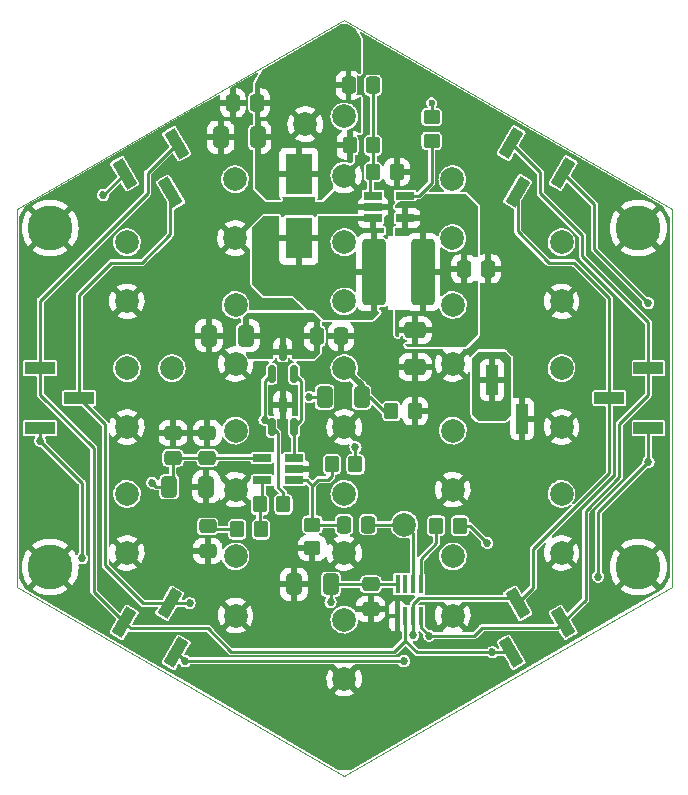
<source format=gbr>
%TF.GenerationSoftware,KiCad,Pcbnew,(6.0.5-0)*%
%TF.CreationDate,2022-06-15T10:42:44+02:00*%
%TF.ProjectId,speaker,73706561-6b65-4722-9e6b-696361645f70,rev?*%
%TF.SameCoordinates,Original*%
%TF.FileFunction,Copper,L4,Bot*%
%TF.FilePolarity,Positive*%
%FSLAX46Y46*%
G04 Gerber Fmt 4.6, Leading zero omitted, Abs format (unit mm)*
G04 Created by KiCad (PCBNEW (6.0.5-0)) date 2022-06-15 10:42:44*
%MOMM*%
%LPD*%
G01*
G04 APERTURE LIST*
G04 Aperture macros list*
%AMRoundRect*
0 Rectangle with rounded corners*
0 $1 Rounding radius*
0 $2 $3 $4 $5 $6 $7 $8 $9 X,Y pos of 4 corners*
0 Add a 4 corners polygon primitive as box body*
4,1,4,$2,$3,$4,$5,$6,$7,$8,$9,$2,$3,0*
0 Add four circle primitives for the rounded corners*
1,1,$1+$1,$2,$3*
1,1,$1+$1,$4,$5*
1,1,$1+$1,$6,$7*
1,1,$1+$1,$8,$9*
0 Add four rect primitives between the rounded corners*
20,1,$1+$1,$2,$3,$4,$5,0*
20,1,$1+$1,$4,$5,$6,$7,0*
20,1,$1+$1,$6,$7,$8,$9,0*
20,1,$1+$1,$8,$9,$2,$3,0*%
%AMRotRect*
0 Rectangle, with rotation*
0 The origin of the aperture is its center*
0 $1 length*
0 $2 width*
0 $3 Rotation angle, in degrees counterclockwise*
0 Add horizontal line*
21,1,$1,$2,0,0,$3*%
G04 Aperture macros list end*
%TA.AperFunction,Profile*%
%ADD10C,0.088304*%
%TD*%
%TA.AperFunction,ComponentPad*%
%ADD11C,2.000000*%
%TD*%
%TA.AperFunction,SMDPad,CuDef*%
%ADD12RoundRect,0.250000X0.412500X0.650000X-0.412500X0.650000X-0.412500X-0.650000X0.412500X-0.650000X0*%
%TD*%
%TA.AperFunction,SMDPad,CuDef*%
%ADD13RoundRect,0.250000X-0.350000X-0.450000X0.350000X-0.450000X0.350000X0.450000X-0.350000X0.450000X0*%
%TD*%
%TA.AperFunction,SMDPad,CuDef*%
%ADD14R,2.510000X1.000000*%
%TD*%
%TA.AperFunction,SMDPad,CuDef*%
%ADD15RoundRect,0.250000X0.350000X0.450000X-0.350000X0.450000X-0.350000X-0.450000X0.350000X-0.450000X0*%
%TD*%
%TA.AperFunction,SMDPad,CuDef*%
%ADD16R,1.000000X2.510000*%
%TD*%
%TA.AperFunction,SMDPad,CuDef*%
%ADD17RoundRect,0.250000X0.475000X-0.337500X0.475000X0.337500X-0.475000X0.337500X-0.475000X-0.337500X0*%
%TD*%
%TA.AperFunction,SMDPad,CuDef*%
%ADD18RoundRect,0.150000X0.150000X-0.587500X0.150000X0.587500X-0.150000X0.587500X-0.150000X-0.587500X0*%
%TD*%
%TA.AperFunction,SMDPad,CuDef*%
%ADD19RoundRect,0.250000X-0.475000X0.337500X-0.475000X-0.337500X0.475000X-0.337500X0.475000X0.337500X0*%
%TD*%
%TA.AperFunction,SMDPad,CuDef*%
%ADD20RotRect,2.510000X1.000000X300.000000*%
%TD*%
%TA.AperFunction,SMDPad,CuDef*%
%ADD21RoundRect,0.250000X-0.412500X-0.650000X0.412500X-0.650000X0.412500X0.650000X-0.412500X0.650000X0*%
%TD*%
%TA.AperFunction,SMDPad,CuDef*%
%ADD22RoundRect,0.250000X-0.650000X0.412500X-0.650000X-0.412500X0.650000X-0.412500X0.650000X0.412500X0*%
%TD*%
%TA.AperFunction,SMDPad,CuDef*%
%ADD23R,1.560000X0.650000*%
%TD*%
%TA.AperFunction,SMDPad,CuDef*%
%ADD24RoundRect,0.250000X-0.337500X-0.475000X0.337500X-0.475000X0.337500X0.475000X-0.337500X0.475000X0*%
%TD*%
%TA.AperFunction,SMDPad,CuDef*%
%ADD25RoundRect,0.250000X-0.450000X0.350000X-0.450000X-0.350000X0.450000X-0.350000X0.450000X0.350000X0*%
%TD*%
%TA.AperFunction,SMDPad,CuDef*%
%ADD26RotRect,2.510000X1.000000X240.000000*%
%TD*%
%TA.AperFunction,ComponentPad*%
%ADD27C,2.600000*%
%TD*%
%TA.AperFunction,ConnectorPad*%
%ADD28C,3.800000*%
%TD*%
%TA.AperFunction,SMDPad,CuDef*%
%ADD29RoundRect,0.250000X0.337500X0.475000X-0.337500X0.475000X-0.337500X-0.475000X0.337500X-0.475000X0*%
%TD*%
%TA.AperFunction,SMDPad,CuDef*%
%ADD30RoundRect,0.300000X-0.700000X2.500000X-0.700000X-2.500000X0.700000X-2.500000X0.700000X2.500000X0*%
%TD*%
%TA.AperFunction,SMDPad,CuDef*%
%ADD31R,2.300000X3.500000*%
%TD*%
%TA.AperFunction,SMDPad,CuDef*%
%ADD32R,0.400000X1.560000*%
%TD*%
%TA.AperFunction,SMDPad,CuDef*%
%ADD33RotRect,2.510000X1.000000X60.000000*%
%TD*%
%TA.AperFunction,SMDPad,CuDef*%
%ADD34RotRect,2.510000X1.000000X120.000000*%
%TD*%
%TA.AperFunction,ViaPad*%
%ADD35C,0.685800*%
%TD*%
%TA.AperFunction,ViaPad*%
%ADD36C,0.600000*%
%TD*%
%TA.AperFunction,Conductor*%
%ADD37C,0.254000*%
%TD*%
%TA.AperFunction,Conductor*%
%ADD38C,0.250000*%
%TD*%
%TA.AperFunction,Conductor*%
%ADD39C,0.500000*%
%TD*%
G04 APERTURE END LIST*
D10*
X57987239Y-73149866D02*
X85700040Y-89150019D01*
X85700040Y-25149982D02*
X57987239Y-41149998D01*
X85700040Y-25149982D02*
X85700040Y-25149982D01*
X57987239Y-73149866D02*
X57987239Y-73149866D01*
X85700040Y-89150019D02*
X113412761Y-73149866D01*
X57987239Y-41149998D02*
X57987239Y-41149998D01*
X113412761Y-41149998D02*
X85700040Y-25149982D01*
X113412761Y-41149998D02*
X113412761Y-41149998D01*
X57987239Y-41149998D02*
X57987239Y-73149866D01*
X113412761Y-73149866D02*
X113412761Y-41149998D01*
X113412761Y-73149866D02*
X113412761Y-73149866D01*
D11*
%TO.P,M15,1*%
%TO.N,/Trancducer Sig*%
X94900000Y-59950000D03*
%TO.P,M15,2*%
%TO.N,GND*%
X94900000Y-64950000D03*
%TD*%
%TO.P,M6,1*%
%TO.N,/Trancducer Sig*%
X94900000Y-70600000D03*
%TO.P,M6,2*%
%TO.N,GND*%
X94900000Y-75600000D03*
%TD*%
%TO.P,M7,1*%
%TO.N,/Trancducer Sig*%
X85700000Y-75950000D03*
%TO.P,M7,2*%
%TO.N,GND*%
X85700000Y-80950000D03*
%TD*%
%TO.P,M11,1*%
%TO.N,/Trancducer Sig*%
X67300000Y-44000000D03*
%TO.P,M11,2*%
%TO.N,GND*%
X67300000Y-49000000D03*
%TD*%
%TO.P,M12,1*%
%TO.N,/Trancducer Sig*%
X76450000Y-38650000D03*
%TO.P,M12,2*%
%TO.N,GND*%
X76450000Y-43650000D03*
%TD*%
%TO.P,M9,1*%
%TO.N,/Trancducer Sig*%
X67300000Y-65300000D03*
%TO.P,M9,2*%
%TO.N,GND*%
X67300000Y-70300000D03*
%TD*%
%TO.P,M19,1*%
%TO.N,/Trancducer Sig*%
X85700000Y-54650000D03*
%TO.P,M19,2*%
%TO.N,GND*%
X85700000Y-59650000D03*
%TD*%
%TO.P,M5,1*%
%TO.N,/Trancducer Sig*%
X104100000Y-65300000D03*
%TO.P,M5,2*%
%TO.N,GND*%
X104100000Y-70300000D03*
%TD*%
%TO.P,M1,1*%
%TO.N,/Trancducer Sig*%
X85700000Y-33350000D03*
%TO.P,M1,2*%
%TO.N,GND*%
X85700000Y-38350000D03*
%TD*%
%TO.P,M14,1*%
%TO.N,/Trancducer Sig*%
X94900000Y-49300000D03*
%TO.P,M14,2*%
%TO.N,GND*%
X94900000Y-54300000D03*
%TD*%
%TO.P,M8,1*%
%TO.N,/Trancducer Sig*%
X76500000Y-70600000D03*
%TO.P,M8,2*%
%TO.N,GND*%
X76500000Y-75600000D03*
%TD*%
%TO.P,M16,1*%
%TO.N,/Trancducer Sig*%
X85700000Y-65300000D03*
%TO.P,M16,2*%
%TO.N,GND*%
X85700000Y-70300000D03*
%TD*%
%TO.P,M13,1*%
%TO.N,/Trancducer Sig*%
X85700000Y-44000000D03*
%TO.P,M13,2*%
%TO.N,GND*%
X85700000Y-49000000D03*
%TD*%
%TO.P,M4,1*%
%TO.N,/Trancducer Sig*%
X104100000Y-54650000D03*
%TO.P,M4,2*%
%TO.N,GND*%
X104100000Y-59650000D03*
%TD*%
%TO.P,M3,1*%
%TO.N,/Trancducer Sig*%
X104100000Y-44000000D03*
%TO.P,M3,2*%
%TO.N,GND*%
X104100000Y-49000000D03*
%TD*%
%TO.P,M2,1*%
%TO.N,/Trancducer Sig*%
X94850000Y-38650000D03*
%TO.P,M2,2*%
%TO.N,GND*%
X94850000Y-43650000D03*
%TD*%
%TO.P,M10,1*%
%TO.N,/Trancducer Sig*%
X67300000Y-54650000D03*
%TO.P,M10,2*%
%TO.N,GND*%
X67300000Y-59650000D03*
%TD*%
%TO.P,M17,1*%
%TO.N,/Trancducer Sig*%
X76500000Y-59950000D03*
%TO.P,M17,2*%
%TO.N,GND*%
X76500000Y-64950000D03*
%TD*%
%TO.P,M18,1*%
%TO.N,/Trancducer Sig*%
X76500000Y-49300000D03*
%TO.P,M18,2*%
%TO.N,GND*%
X76500000Y-54300000D03*
%TD*%
%TO.P,TP3,1,1*%
%TO.N,/Audio Sig*%
X90800000Y-67900000D03*
%TD*%
D12*
%TO.P,C2,1*%
%TO.N,+24V*%
X78362500Y-35100000D03*
%TO.P,C2,2*%
%TO.N,GND*%
X75237500Y-35100000D03*
%TD*%
D11*
%TO.P,TP2,1,1*%
%TO.N,/Trancducer Sig*%
X71100000Y-54650000D03*
%TD*%
%TO.P,TP1,1,1*%
%TO.N,+24V*%
X82400000Y-34000000D03*
%TD*%
D13*
%TO.P,R2,1*%
%TO.N,Net-(C7-Pad2)*%
X88150000Y-38050000D03*
%TO.P,R2,2*%
%TO.N,GND*%
X90150000Y-38050000D03*
%TD*%
D14*
%TO.P,J5,1,Pin_1*%
%TO.N,/CS*%
X111455000Y-54660000D03*
%TO.P,J5,2,Pin_2*%
%TO.N,/SCL*%
X108145000Y-57200000D03*
%TO.P,J5,3,Pin_3*%
%TO.N,/SDA*%
X111455000Y-59740000D03*
%TD*%
D12*
%TO.P,C14,1*%
%TO.N,+24V*%
X77362500Y-51900000D03*
%TO.P,C14,2*%
%TO.N,GND*%
X74237500Y-51900000D03*
%TD*%
D15*
%TO.P,R4,1*%
%TO.N,Net-(OP1-Pad4)*%
X78650000Y-68300000D03*
%TO.P,R4,2*%
%TO.N,Net-(C9-Pad2)*%
X76650000Y-68300000D03*
%TD*%
D16*
%TO.P,J7,1,Pin_1*%
%TO.N,GND*%
X100770000Y-58955000D03*
%TO.P,J7,2,Pin_2*%
%TO.N,+5V*%
X98230000Y-55645000D03*
%TD*%
D17*
%TO.P,C9,1*%
%TO.N,GND*%
X74150000Y-70137500D03*
%TO.P,C9,2*%
%TO.N,Net-(C9-Pad2)*%
X74150000Y-68062500D03*
%TD*%
D15*
%TO.P,R8,1*%
%TO.N,+24V*%
X86650000Y-62800000D03*
%TO.P,R8,2*%
%TO.N,Net-(C8-Pad2)*%
X84650000Y-62800000D03*
%TD*%
D13*
%TO.P,R3,1*%
%TO.N,Net-(OP1-Pad4)*%
X78550000Y-66200000D03*
%TO.P,R3,2*%
%TO.N,Net-(C10-Pad1)*%
X80550000Y-66200000D03*
%TD*%
D18*
%TO.P,Q2,1,B*%
%TO.N,Net-(OP1-Pad1)*%
X81450000Y-59637500D03*
%TO.P,Q2,2,E*%
%TO.N,Net-(C10-Pad1)*%
X79550000Y-59637500D03*
%TO.P,Q2,3,C*%
%TO.N,GND*%
X80500000Y-57762500D03*
%TD*%
D19*
%TO.P,C4,1*%
%TO.N,+5V*%
X87950000Y-72962500D03*
%TO.P,C4,2*%
%TO.N,GND*%
X87950000Y-75037500D03*
%TD*%
D12*
%TO.P,C3,1*%
%TO.N,+5V*%
X84562500Y-72950000D03*
%TO.P,C3,2*%
%TO.N,GND*%
X81437500Y-72950000D03*
%TD*%
D20*
%TO.P,J1,1,Pin_1*%
%TO.N,/CS*%
X67122795Y-38186728D03*
%TO.P,J1,2,Pin_2*%
%TO.N,/SCL*%
X70977500Y-39783272D03*
%TO.P,J1,3,Pin_3*%
%TO.N,/SDA*%
X71522205Y-35646728D03*
%TD*%
D13*
%TO.P,R10,1*%
%TO.N,/Trancducer Sig*%
X89700000Y-58300000D03*
%TO.P,R10,2*%
%TO.N,GND*%
X91700000Y-58300000D03*
%TD*%
D21*
%TO.P,C10,1*%
%TO.N,Net-(C10-Pad1)*%
X84037500Y-57100000D03*
%TO.P,C10,2*%
%TO.N,/Trancducer Sig*%
X87162500Y-57100000D03*
%TD*%
D22*
%TO.P,C1,1*%
%TO.N,+5V*%
X91700000Y-51437500D03*
%TO.P,C1,2*%
%TO.N,GND*%
X91700000Y-54562500D03*
%TD*%
D23*
%TO.P,OP1,1,OUT*%
%TO.N,Net-(OP1-Pad1)*%
X81450000Y-62250000D03*
%TO.P,OP1,2,V-*%
%TO.N,GND*%
X81450000Y-63200000D03*
%TO.P,OP1,3,+IN*%
%TO.N,Net-(C8-Pad2)*%
X81450000Y-64150000D03*
%TO.P,OP1,4,-IN*%
%TO.N,Net-(OP1-Pad4)*%
X78750000Y-64150000D03*
%TO.P,OP1,5,V+*%
%TO.N,+24V*%
X78750000Y-62250000D03*
%TD*%
D17*
%TO.P,C6,1*%
%TO.N,+24V*%
X71200000Y-62237500D03*
%TO.P,C6,2*%
%TO.N,GND*%
X71200000Y-60162500D03*
%TD*%
D24*
%TO.P,C15,1*%
%TO.N,+24V*%
X83362500Y-51950000D03*
%TO.P,C15,2*%
%TO.N,GND*%
X85437500Y-51950000D03*
%TD*%
D17*
%TO.P,C12,1*%
%TO.N,+24V*%
X74100000Y-62237500D03*
%TO.P,C12,2*%
%TO.N,GND*%
X74100000Y-60162500D03*
%TD*%
D25*
%TO.P,R7,1*%
%TO.N,+5V*%
X93100000Y-33400000D03*
%TO.P,R7,2*%
%TO.N,Net-(R7-Pad2)*%
X93100000Y-35400000D03*
%TD*%
D26*
%TO.P,J6,1,Pin_1*%
%TO.N,/CS*%
X99827795Y-35596728D03*
%TO.P,J6,2,Pin_2*%
%TO.N,/SCL*%
X100372500Y-39733272D03*
%TO.P,J6,3,Pin_3*%
%TO.N,/SDA*%
X104227205Y-38136728D03*
%TD*%
D27*
%TO.P,H1,1,1*%
%TO.N,GND*%
X60800000Y-42800000D03*
D28*
X60800000Y-42800000D03*
%TD*%
D13*
%TO.P,R1,1*%
%TO.N,+24V*%
X86150000Y-35800000D03*
%TO.P,R1,2*%
%TO.N,Net-(C7-Pad2)*%
X88150000Y-35800000D03*
%TD*%
D23*
%TO.P,U2,1,SW*%
%TO.N,Net-(D1-Pad2)*%
X88150000Y-41950000D03*
%TO.P,U2,2,GND*%
%TO.N,GND*%
X88150000Y-41000000D03*
%TO.P,U2,3,FB*%
%TO.N,Net-(C7-Pad2)*%
X88150000Y-40050000D03*
%TO.P,U2,4,EN*%
%TO.N,Net-(R7-Pad2)*%
X90850000Y-40050000D03*
%TO.P,U2,5,VIN*%
%TO.N,+5V*%
X90850000Y-41950000D03*
%TD*%
D29*
%TO.P,C8,1*%
%TO.N,/Audio Sig*%
X87737500Y-67900000D03*
%TO.P,C8,2*%
%TO.N,Net-(C8-Pad2)*%
X85662500Y-67900000D03*
%TD*%
D18*
%TO.P,Q1,1,B*%
%TO.N,Net-(OP1-Pad1)*%
X81450000Y-55137500D03*
%TO.P,Q1,2,E*%
%TO.N,Net-(C10-Pad1)*%
X79550000Y-55137500D03*
%TO.P,Q1,3,C*%
%TO.N,+24V*%
X80500000Y-53262500D03*
%TD*%
D15*
%TO.P,R11,1*%
%TO.N,+5V*%
X95500000Y-68000000D03*
%TO.P,R11,2*%
%TO.N,Net-(R11-Pad2)*%
X93500000Y-68000000D03*
%TD*%
D30*
%TO.P,L1,1,1*%
%TO.N,Net-(D1-Pad2)*%
X88200000Y-46550000D03*
%TO.P,L1,2,2*%
%TO.N,+5V*%
X92350000Y-46550000D03*
%TD*%
D31*
%TO.P,D1,1,K*%
%TO.N,+24V*%
X81850000Y-38250000D03*
%TO.P,D1,2,A*%
%TO.N,Net-(D1-Pad2)*%
X81850000Y-43650000D03*
%TD*%
D32*
%TO.P,U1,1,CS*%
%TO.N,/CS*%
X92180000Y-75650000D03*
%TO.P,U1,2,SCK*%
%TO.N,/SCL*%
X91530000Y-75650000D03*
%TO.P,U1,3,SDI*%
%TO.N,/SDA*%
X90870000Y-75650000D03*
%TO.P,U1,4,GND*%
%TO.N,GND*%
X90220000Y-75650000D03*
%TO.P,U1,5,VCC*%
%TO.N,+5V*%
X90220000Y-72950000D03*
%TO.P,U1,6,REF*%
%TO.N,unconnected-(U1-Pad6)*%
X90870000Y-72950000D03*
%TO.P,U1,7,VOUT*%
%TO.N,/Audio Sig*%
X91530000Y-72950000D03*
%TO.P,U1,8,CLR*%
%TO.N,Net-(R11-Pad2)*%
X92180000Y-72950000D03*
%TD*%
D24*
%TO.P,C7,1*%
%TO.N,+24V*%
X86062500Y-30700000D03*
%TO.P,C7,2*%
%TO.N,Net-(C7-Pad2)*%
X88137500Y-30700000D03*
%TD*%
D14*
%TO.P,J2,1,Pin_1*%
%TO.N,/CS*%
X59945000Y-59740000D03*
%TO.P,J2,2,Pin_2*%
%TO.N,/SCL*%
X63255000Y-57200000D03*
%TO.P,J2,3,Pin_3*%
%TO.N,/SDA*%
X59945000Y-54660000D03*
%TD*%
D27*
%TO.P,H2,1,1*%
%TO.N,GND*%
X60800000Y-71500000D03*
D28*
X60800000Y-71500000D03*
%TD*%
D24*
%TO.P,C11,1*%
%TO.N,+5V*%
X95812500Y-46250000D03*
%TO.P,C11,2*%
%TO.N,GND*%
X97887500Y-46250000D03*
%TD*%
D21*
%TO.P,C5,1*%
%TO.N,+24V*%
X70887500Y-64700000D03*
%TO.P,C5,2*%
%TO.N,GND*%
X74012500Y-64700000D03*
%TD*%
D33*
%TO.P,J3,1,Pin_1*%
%TO.N,/CS*%
X71472205Y-78703272D03*
%TO.P,J3,2,Pin_2*%
%TO.N,/SCL*%
X70927500Y-74566728D03*
%TO.P,J3,3,Pin_3*%
%TO.N,/SDA*%
X67072795Y-76163272D03*
%TD*%
D27*
%TO.P,H4,1,1*%
%TO.N,GND*%
X110600000Y-42800000D03*
D28*
X110600000Y-42800000D03*
%TD*%
D34*
%TO.P,J4,1,Pin_1*%
%TO.N,/CS*%
X104227205Y-76163272D03*
%TO.P,J4,2,Pin_2*%
%TO.N,/SCL*%
X100372500Y-74566728D03*
%TO.P,J4,3,Pin_3*%
%TO.N,/SDA*%
X99827795Y-78703272D03*
%TD*%
D25*
%TO.P,R9,1*%
%TO.N,Net-(C8-Pad2)*%
X83000000Y-67900000D03*
%TO.P,R9,2*%
%TO.N,GND*%
X83000000Y-69900000D03*
%TD*%
D27*
%TO.P,H3,1,1*%
%TO.N,GND*%
X110600000Y-71500000D03*
D28*
X110600000Y-71500000D03*
%TD*%
D29*
%TO.P,C13,1*%
%TO.N,+24V*%
X78337500Y-32200000D03*
%TO.P,C13,2*%
%TO.N,GND*%
X76262500Y-32200000D03*
%TD*%
D35*
%TO.N,+5V*%
X98200000Y-58100000D03*
D36*
X93100000Y-40900000D03*
D35*
X99250000Y-58100000D03*
X84537500Y-74462500D03*
D36*
X94900000Y-40900000D03*
D35*
X97150000Y-58100000D03*
D36*
X94000000Y-40900000D03*
X93100000Y-32200000D03*
D35*
X97800000Y-69450000D03*
D36*
X95800000Y-40900000D03*
%TO.N,GND*%
X85350000Y-40250000D03*
D35*
X80500000Y-59450000D03*
D36*
X73600000Y-33550000D03*
X86300000Y-41150000D03*
D35*
X72600000Y-51900000D03*
X74150000Y-71600000D03*
X80500000Y-54750000D03*
X88700000Y-76650000D03*
X81400000Y-69900000D03*
X87050000Y-51950000D03*
D36*
X74550000Y-32700000D03*
D35*
X74050000Y-66650000D03*
D36*
X85350000Y-41150000D03*
D35*
X72600000Y-59000000D03*
X79850000Y-72950000D03*
X87400000Y-76650000D03*
D36*
X91700000Y-56400000D03*
X86300000Y-40250000D03*
D35*
X83150000Y-63200000D03*
D36*
X73600000Y-35050000D03*
%TO.N,+24V*%
X83850000Y-30300000D03*
D35*
X80000000Y-51400000D03*
D36*
X80850000Y-30300000D03*
D35*
X86650000Y-61350000D03*
D36*
X82850000Y-30300000D03*
D35*
X69450000Y-64350000D03*
D36*
X79850000Y-30300000D03*
D35*
X81000000Y-51400000D03*
D36*
X81850000Y-30300000D03*
D35*
%TO.N,/CS*%
X72218933Y-79450000D03*
X59945000Y-60795000D03*
X63500000Y-70750000D03*
X92900000Y-77300000D03*
X65300000Y-40000000D03*
X90750000Y-79450000D03*
%TO.N,/SCL*%
X91530000Y-77280000D03*
X72600000Y-74550000D03*
%TO.N,/SDA*%
X111455000Y-62595000D03*
X111450000Y-49150000D03*
X98246728Y-78703272D03*
X107200000Y-72300000D03*
%TO.N,Net-(C10-Pad1)*%
X78950000Y-59037500D03*
X82750000Y-57100000D03*
%TD*%
D37*
%TO.N,+5V*%
X84537500Y-73000000D02*
X84537500Y-74462500D01*
X95500000Y-68000000D02*
X96350000Y-68000000D01*
X93100000Y-33400000D02*
X93100000Y-32200000D01*
X96350000Y-68000000D02*
X97800000Y-69450000D01*
X88100000Y-72962500D02*
X84575000Y-72962500D01*
X90220000Y-72950000D02*
X88112500Y-72950000D01*
%TO.N,Net-(C8-Pad2)*%
X85662500Y-67900000D02*
X83000000Y-67900000D01*
X81450000Y-64150000D02*
X82550000Y-64150000D01*
X84350000Y-64100000D02*
X84650000Y-63800000D01*
X82550000Y-64150000D02*
X83000000Y-64600000D01*
X84650000Y-63800000D02*
X84650000Y-62800000D01*
X83000000Y-64600000D02*
X83000000Y-67900000D01*
X83000000Y-64600000D02*
X83500000Y-64100000D01*
X83500000Y-64100000D02*
X84350000Y-64100000D01*
D38*
%TO.N,+24V*%
X78750000Y-62250000D02*
X74112500Y-62250000D01*
X74112500Y-62250000D02*
X74100000Y-62237500D01*
X70887500Y-64700000D02*
X69800000Y-64700000D01*
D37*
X86650000Y-62800000D02*
X86650000Y-61350000D01*
D38*
X71200000Y-64387500D02*
X70887500Y-64700000D01*
X71200000Y-62237500D02*
X71200000Y-64387500D01*
X74100000Y-62237500D02*
X71200000Y-62237500D01*
X69800000Y-64700000D02*
X69450000Y-64350000D01*
D37*
%TO.N,/CS*%
X102300000Y-38068933D02*
X99827795Y-35596728D01*
X104236728Y-76163272D02*
X106150000Y-74250000D01*
X106150000Y-66750000D02*
X109000000Y-63900000D01*
X96700000Y-77300000D02*
X97350000Y-76650000D01*
X105850000Y-45175000D02*
X105850000Y-43400000D01*
X92180000Y-76580000D02*
X92900000Y-77300000D01*
X111455000Y-50780000D02*
X105850000Y-45175000D01*
X102300000Y-39850000D02*
X102300000Y-38068933D01*
X109000000Y-63900000D02*
X109000000Y-59350000D01*
X72218933Y-79450000D02*
X71472205Y-78703272D01*
X106150000Y-74250000D02*
X106150000Y-66750000D01*
X109000000Y-59350000D02*
X111455000Y-56895000D01*
X90750000Y-79450000D02*
X72218933Y-79450000D01*
X105850000Y-43400000D02*
X102300000Y-39850000D01*
X97350000Y-76650000D02*
X103740477Y-76650000D01*
X65309523Y-40000000D02*
X67122795Y-38186728D01*
X103740477Y-76650000D02*
X104227205Y-76163272D01*
X59945000Y-60795000D02*
X59945000Y-59740000D01*
X111455000Y-54660000D02*
X111455000Y-50780000D01*
X104227205Y-76163272D02*
X104236728Y-76163272D01*
X111455000Y-56895000D02*
X111455000Y-54660000D01*
X63500000Y-70750000D02*
X63500000Y-64350000D01*
X92900000Y-77300000D02*
X96700000Y-77300000D01*
X63500000Y-64350000D02*
X59945000Y-60795000D01*
X65300000Y-40000000D02*
X65309523Y-40000000D01*
X92180000Y-75650000D02*
X92180000Y-76580000D01*
D38*
%TO.N,Net-(OP1-Pad1)*%
X81450000Y-55137500D02*
X82050000Y-55737500D01*
X82050000Y-59037500D02*
X81450000Y-59637500D01*
X82050000Y-55737500D02*
X82050000Y-59037500D01*
X81450000Y-62250000D02*
X81450000Y-59637500D01*
D39*
%TO.N,/Trancducer Sig*%
X87162500Y-56112500D02*
X87162500Y-57100000D01*
D37*
X89050000Y-58300000D02*
X87850000Y-57100000D01*
X89700000Y-58300000D02*
X89050000Y-58300000D01*
X87850000Y-57100000D02*
X87162500Y-57100000D01*
D39*
X85700000Y-54650000D02*
X87162500Y-56112500D01*
D37*
%TO.N,Net-(C7-Pad2)*%
X87887500Y-38050000D02*
X87887500Y-39725000D01*
D38*
X88150000Y-35800000D02*
X88150000Y-30712500D01*
X88150000Y-30712500D02*
X88137500Y-30700000D01*
X88150000Y-38050000D02*
X88150000Y-35800000D01*
D37*
X87887500Y-39725000D02*
X88162500Y-40000000D01*
D38*
%TO.N,Net-(OP1-Pad4)*%
X78750000Y-64150000D02*
X78750000Y-66000000D01*
X78750000Y-66000000D02*
X78550000Y-66200000D01*
X78550000Y-68200000D02*
X78650000Y-68300000D01*
X78550000Y-66200000D02*
X78550000Y-68200000D01*
D37*
%TO.N,/SCL*%
X91530000Y-74616000D02*
X91996000Y-74150000D01*
X108145000Y-57200000D02*
X108145000Y-48745000D01*
X91530000Y-75650000D02*
X91530000Y-77280000D01*
X63255000Y-57200000D02*
X63255000Y-48445000D01*
X68550000Y-45750000D02*
X70977500Y-43322500D01*
X108145000Y-63555000D02*
X108145000Y-57200000D01*
X70927500Y-74566728D02*
X68666728Y-74566728D01*
X65450000Y-59395000D02*
X63255000Y-57200000D01*
X100372500Y-74566728D02*
X101700000Y-73239228D01*
X68666728Y-74566728D02*
X65450000Y-71350000D01*
X101700000Y-73239228D02*
X101700000Y-70000000D01*
X65450000Y-71350000D02*
X65450000Y-59395000D01*
X70944228Y-74550000D02*
X70927500Y-74566728D01*
X103050000Y-45750000D02*
X100372500Y-43072500D01*
X65950000Y-45750000D02*
X68550000Y-45750000D01*
X63255000Y-48445000D02*
X65950000Y-45750000D01*
X108145000Y-48745000D02*
X105150000Y-45750000D01*
X91530000Y-75650000D02*
X91530000Y-74616000D01*
X91996000Y-74150000D02*
X99955772Y-74150000D01*
X100372500Y-43072500D02*
X100372500Y-39733272D01*
X101700000Y-70000000D02*
X108145000Y-63555000D01*
X72600000Y-74550000D02*
X70944228Y-74550000D01*
X70977500Y-43322500D02*
X70977500Y-39783272D01*
X105150000Y-45750000D02*
X103050000Y-45750000D01*
X99955772Y-74150000D02*
X100372500Y-74566728D01*
%TO.N,/SDA*%
X111450000Y-49150000D02*
X106850000Y-44550000D01*
X69050000Y-38118933D02*
X71522205Y-35646728D01*
X59945000Y-56895000D02*
X59945000Y-54660000D01*
X69050000Y-39850000D02*
X69050000Y-38118933D01*
X59945000Y-48955000D02*
X69050000Y-39850000D01*
X89940000Y-78650000D02*
X76100000Y-78650000D01*
X106850000Y-44550000D02*
X106850000Y-40759523D01*
X91853272Y-78703272D02*
X98246728Y-78703272D01*
X90870000Y-77720000D02*
X89940000Y-78650000D01*
X106850000Y-40759523D02*
X104227205Y-38136728D01*
X90870000Y-77720000D02*
X91853272Y-78703272D01*
X64500000Y-73590477D02*
X64500000Y-61450000D01*
X67609523Y-76700000D02*
X67072795Y-76163272D01*
X76100000Y-78650000D02*
X74150000Y-76700000D01*
X107200000Y-72300000D02*
X107200000Y-66850000D01*
X64500000Y-61450000D02*
X59945000Y-56895000D01*
X74150000Y-76700000D02*
X67609523Y-76700000D01*
X107200000Y-66850000D02*
X111455000Y-62595000D01*
X67072795Y-76163272D02*
X64500000Y-73590477D01*
X98246728Y-78703272D02*
X99827795Y-78703272D01*
X111455000Y-62595000D02*
X111455000Y-59740000D01*
X90870000Y-75650000D02*
X90870000Y-77720000D01*
X59945000Y-54660000D02*
X59945000Y-48955000D01*
%TO.N,/Audio Sig*%
X91530000Y-72950000D02*
X91530000Y-68630000D01*
X91530000Y-68630000D02*
X90800000Y-67900000D01*
X90800000Y-67900000D02*
X87737500Y-67900000D01*
%TO.N,Net-(R7-Pad2)*%
X93100000Y-38950000D02*
X93100000Y-35400000D01*
X92000000Y-40050000D02*
X93100000Y-38950000D01*
X90850000Y-40050000D02*
X92000000Y-40050000D01*
D38*
%TO.N,Net-(C9-Pad2)*%
X76650000Y-68300000D02*
X74162500Y-68300000D01*
%TO.N,Net-(C10-Pad1)*%
X79550000Y-59637500D02*
X78950000Y-59037500D01*
X79550000Y-55137500D02*
X78950000Y-55737500D01*
X80550000Y-66200000D02*
X80550000Y-65200000D01*
X82750000Y-57100000D02*
X84037500Y-57100000D01*
X80050000Y-64700000D02*
X80050000Y-60137500D01*
X80050000Y-60137500D02*
X79550000Y-59637500D01*
X78950000Y-55737500D02*
X78950000Y-59037500D01*
X80550000Y-65200000D02*
X80050000Y-64700000D01*
D37*
%TO.N,Net-(R11-Pad2)*%
X92180000Y-70820000D02*
X93500000Y-69500000D01*
X93500000Y-69500000D02*
X93500000Y-68000000D01*
X92180000Y-72950000D02*
X92180000Y-70820000D01*
%TD*%
%TA.AperFunction,Conductor*%
%TO.N,+24V*%
G36*
X85700040Y-25554118D02*
G01*
X86036515Y-25554118D01*
X86078515Y-25565372D01*
X86353960Y-25724400D01*
X86551029Y-25838179D01*
X86581773Y-25868923D01*
X87088746Y-26747028D01*
X87100000Y-26789028D01*
X87100000Y-29661463D01*
X87080348Y-29715457D01*
X87030586Y-29744187D01*
X86974000Y-29734209D01*
X86956655Y-29720912D01*
X86871453Y-29635859D01*
X86863844Y-29629850D01*
X86723276Y-29543202D01*
X86714491Y-29539106D01*
X86557479Y-29487027D01*
X86548564Y-29485116D01*
X86451966Y-29475218D01*
X86447689Y-29475000D01*
X86327310Y-29475000D01*
X86315966Y-29479129D01*
X86312500Y-29485132D01*
X86312500Y-31910189D01*
X86316629Y-31921533D01*
X86322632Y-31924999D01*
X86447665Y-31924999D01*
X86451987Y-31924776D01*
X86549848Y-31914623D01*
X86558775Y-31912695D01*
X86715685Y-31860345D01*
X86724464Y-31856233D01*
X86864889Y-31769336D01*
X86872475Y-31763323D01*
X86956551Y-31679100D01*
X87008606Y-31654771D01*
X87064120Y-31669594D01*
X87097119Y-31716633D01*
X87100000Y-31738445D01*
X87100000Y-34689003D01*
X87080348Y-34742997D01*
X87030586Y-34771727D01*
X86974000Y-34761749D01*
X86963938Y-34754924D01*
X86963844Y-34754850D01*
X86823276Y-34668202D01*
X86814491Y-34664106D01*
X86657479Y-34612027D01*
X86648564Y-34610116D01*
X86551966Y-34600218D01*
X86547689Y-34600000D01*
X86414810Y-34600000D01*
X86403466Y-34604129D01*
X86400000Y-34610132D01*
X86400000Y-36985189D01*
X86404129Y-36996533D01*
X86427414Y-37009977D01*
X86427103Y-37010516D01*
X86456827Y-37024375D01*
X86481112Y-37076450D01*
X86466243Y-37131952D01*
X86456829Y-37143171D01*
X86318348Y-37281652D01*
X86266272Y-37305935D01*
X86227826Y-37300275D01*
X86104381Y-37251026D01*
X86037439Y-37224319D01*
X86037436Y-37224318D01*
X86033864Y-37222893D01*
X85822875Y-37180925D01*
X85708557Y-37179428D01*
X85611618Y-37178159D01*
X85611614Y-37178159D01*
X85607770Y-37178109D01*
X85395754Y-37214540D01*
X85193928Y-37288997D01*
X85009050Y-37398988D01*
X84847312Y-37540829D01*
X84714130Y-37709769D01*
X84613966Y-37900150D01*
X84550173Y-38105597D01*
X84524888Y-38319229D01*
X84538958Y-38533891D01*
X84591911Y-38742395D01*
X84681974Y-38937757D01*
X84684199Y-38940905D01*
X84734598Y-39012219D01*
X84750000Y-39060699D01*
X84750000Y-39415206D01*
X84730348Y-39469200D01*
X84725397Y-39474603D01*
X83774603Y-40425397D01*
X83722527Y-40449680D01*
X83715206Y-40450000D01*
X83455558Y-40450000D01*
X83401564Y-40430348D01*
X83372834Y-40380586D01*
X83382812Y-40324000D01*
X83388341Y-40315623D01*
X83439492Y-40247373D01*
X83445184Y-40236976D01*
X83491509Y-40113405D01*
X83493927Y-40103235D01*
X83499755Y-40049583D01*
X83500000Y-40045065D01*
X83500000Y-38514810D01*
X83495871Y-38503466D01*
X83489868Y-38500000D01*
X80214810Y-38500000D01*
X80203466Y-38504129D01*
X80200000Y-38510132D01*
X80200000Y-40045065D01*
X80200245Y-40049583D01*
X80206073Y-40103235D01*
X80208491Y-40113405D01*
X80254816Y-40236976D01*
X80260508Y-40247373D01*
X80311659Y-40315623D01*
X80328315Y-40370616D01*
X80305726Y-40423448D01*
X80254461Y-40449400D01*
X80244442Y-40450000D01*
X79184794Y-40450000D01*
X79130800Y-40430348D01*
X79125397Y-40425397D01*
X78174603Y-39474603D01*
X78150320Y-39422527D01*
X78150000Y-39415206D01*
X78150000Y-37985190D01*
X80200000Y-37985190D01*
X80204129Y-37996534D01*
X80210132Y-38000000D01*
X81585190Y-38000000D01*
X81596534Y-37995871D01*
X81600000Y-37989868D01*
X81600000Y-37985190D01*
X82100000Y-37985190D01*
X82104129Y-37996534D01*
X82110132Y-38000000D01*
X83485190Y-38000000D01*
X83496534Y-37995871D01*
X83500000Y-37989868D01*
X83500000Y-36454935D01*
X83499755Y-36450417D01*
X83493927Y-36396765D01*
X83491509Y-36386595D01*
X83458170Y-36297665D01*
X85050001Y-36297665D01*
X85050224Y-36301987D01*
X85060377Y-36399848D01*
X85062305Y-36408775D01*
X85114655Y-36565685D01*
X85118767Y-36574464D01*
X85205664Y-36714889D01*
X85211677Y-36722475D01*
X85328547Y-36839141D01*
X85336156Y-36845150D01*
X85476724Y-36931798D01*
X85485509Y-36935894D01*
X85642521Y-36987973D01*
X85651436Y-36989884D01*
X85748034Y-36999782D01*
X85752311Y-37000000D01*
X85885190Y-37000000D01*
X85896534Y-36995871D01*
X85900000Y-36989868D01*
X85900000Y-36064810D01*
X85895871Y-36053466D01*
X85889868Y-36050000D01*
X85064811Y-36050000D01*
X85053467Y-36054129D01*
X85050001Y-36060132D01*
X85050001Y-36297665D01*
X83458170Y-36297665D01*
X83445184Y-36263024D01*
X83439492Y-36252627D01*
X83360779Y-36147601D01*
X83352399Y-36139221D01*
X83247373Y-36060508D01*
X83236976Y-36054816D01*
X83113405Y-36008491D01*
X83103235Y-36006073D01*
X83049583Y-36000245D01*
X83045065Y-36000000D01*
X82114810Y-36000000D01*
X82103466Y-36004129D01*
X82100000Y-36010132D01*
X82100000Y-37985190D01*
X81600000Y-37985190D01*
X81600000Y-36014810D01*
X81595871Y-36003466D01*
X81589868Y-36000000D01*
X80654935Y-36000000D01*
X80650417Y-36000245D01*
X80596765Y-36006073D01*
X80586595Y-36008491D01*
X80463024Y-36054816D01*
X80452627Y-36060508D01*
X80347601Y-36139221D01*
X80339221Y-36147601D01*
X80260508Y-36252627D01*
X80254816Y-36263024D01*
X80208491Y-36386595D01*
X80206073Y-36396765D01*
X80200245Y-36450417D01*
X80200000Y-36454935D01*
X80200000Y-37985190D01*
X78150000Y-37985190D01*
X78150000Y-36485189D01*
X78612500Y-36485189D01*
X78616629Y-36496533D01*
X78622632Y-36499999D01*
X78822665Y-36499999D01*
X78826987Y-36499776D01*
X78924848Y-36489623D01*
X78933775Y-36487695D01*
X79090685Y-36435345D01*
X79099464Y-36431233D01*
X79239889Y-36344336D01*
X79247475Y-36338323D01*
X79364141Y-36221453D01*
X79370150Y-36213844D01*
X79456798Y-36073276D01*
X79460894Y-36064491D01*
X79512973Y-35907479D01*
X79514884Y-35898564D01*
X79524782Y-35801966D01*
X79525000Y-35797689D01*
X79525000Y-35364810D01*
X79520871Y-35353466D01*
X79514868Y-35350000D01*
X78627310Y-35350000D01*
X78615966Y-35354129D01*
X78612500Y-35360132D01*
X78612500Y-36485189D01*
X78150000Y-36485189D01*
X78150000Y-35226118D01*
X81533275Y-35226118D01*
X81534624Y-35231150D01*
X81539660Y-35234676D01*
X81746676Y-35355647D01*
X81752867Y-35358613D01*
X81976857Y-35444147D01*
X81983456Y-35446064D01*
X82218412Y-35493867D01*
X82225224Y-35494679D01*
X82464841Y-35503466D01*
X82471692Y-35503155D01*
X82709520Y-35472688D01*
X82716236Y-35471260D01*
X82945882Y-35402363D01*
X82952294Y-35399850D01*
X83167600Y-35294373D01*
X83173507Y-35290852D01*
X83257048Y-35231262D01*
X83263888Y-35221309D01*
X83263476Y-35217029D01*
X82410473Y-34364026D01*
X82399530Y-34358923D01*
X82392836Y-34360717D01*
X81538378Y-35215175D01*
X81533275Y-35226118D01*
X78150000Y-35226118D01*
X78150000Y-34835190D01*
X78612500Y-34835190D01*
X78616629Y-34846534D01*
X78622632Y-34850000D01*
X79510189Y-34850000D01*
X79521533Y-34845871D01*
X79524999Y-34839868D01*
X79524999Y-34402335D01*
X79524776Y-34398013D01*
X79514623Y-34300152D01*
X79512695Y-34291225D01*
X79460345Y-34134315D01*
X79456233Y-34125536D01*
X79369336Y-33985111D01*
X79363323Y-33977525D01*
X79352447Y-33966668D01*
X80895506Y-33966668D01*
X80909309Y-34206041D01*
X80910264Y-34212832D01*
X80962977Y-34446740D01*
X80965030Y-34453292D01*
X81055233Y-34675434D01*
X81058335Y-34681576D01*
X81167068Y-34859011D01*
X81176518Y-34866528D01*
X81179515Y-34866449D01*
X81180918Y-34865529D01*
X82035974Y-34010473D01*
X82040639Y-34000470D01*
X82758923Y-34000470D01*
X82760717Y-34007164D01*
X83612200Y-34858647D01*
X83623143Y-34863750D01*
X83627340Y-34862625D01*
X83688149Y-34778001D01*
X83691684Y-34772118D01*
X83797919Y-34557167D01*
X83800447Y-34550780D01*
X83870146Y-34321376D01*
X83871600Y-34314652D01*
X83903052Y-34075740D01*
X83903398Y-34071297D01*
X83905087Y-34002227D01*
X83904959Y-33997783D01*
X83885212Y-33757597D01*
X83884091Y-33750833D01*
X83825682Y-33518293D01*
X83823465Y-33511779D01*
X83739741Y-33319229D01*
X84524888Y-33319229D01*
X84538958Y-33533891D01*
X84591911Y-33742395D01*
X84681974Y-33937757D01*
X84806131Y-34113436D01*
X84960224Y-34263547D01*
X85139093Y-34383063D01*
X85336746Y-34467981D01*
X85340501Y-34468831D01*
X85340502Y-34468831D01*
X85482506Y-34500963D01*
X85530832Y-34532047D01*
X85547871Y-34586922D01*
X85525651Y-34639911D01*
X85490553Y-34662574D01*
X85484313Y-34664656D01*
X85475536Y-34668767D01*
X85335111Y-34755664D01*
X85327525Y-34761677D01*
X85210859Y-34878547D01*
X85204850Y-34886156D01*
X85118202Y-35026724D01*
X85114106Y-35035509D01*
X85062027Y-35192521D01*
X85060116Y-35201436D01*
X85050218Y-35298034D01*
X85050000Y-35302311D01*
X85050000Y-35535190D01*
X85054129Y-35546534D01*
X85060132Y-35550000D01*
X85885190Y-35550000D01*
X85896534Y-35545871D01*
X85900000Y-35539868D01*
X85900000Y-34614812D01*
X85896949Y-34606429D01*
X85896950Y-34548970D01*
X85933886Y-34504954D01*
X85963833Y-34494570D01*
X85970612Y-34493587D01*
X85974419Y-34493035D01*
X85978058Y-34491800D01*
X85978061Y-34491799D01*
X86174475Y-34425125D01*
X86178125Y-34423886D01*
X86365819Y-34318773D01*
X86531215Y-34181215D01*
X86668773Y-34015819D01*
X86773886Y-33828125D01*
X86801800Y-33745893D01*
X86841799Y-33628061D01*
X86841800Y-33628058D01*
X86843035Y-33624419D01*
X86873904Y-33411522D01*
X86875515Y-33350000D01*
X86855831Y-33135779D01*
X86797438Y-32928733D01*
X86795735Y-32925279D01*
X86703998Y-32739255D01*
X86703994Y-32739249D01*
X86702291Y-32735795D01*
X86573578Y-32563427D01*
X86544888Y-32536906D01*
X86418432Y-32420011D01*
X86418429Y-32420009D01*
X86415608Y-32417401D01*
X86412361Y-32415352D01*
X86412358Y-32415350D01*
X86236924Y-32304659D01*
X86236922Y-32304658D01*
X86233673Y-32302608D01*
X86132841Y-32262380D01*
X86037439Y-32224319D01*
X86037436Y-32224318D01*
X86033864Y-32222893D01*
X85822875Y-32180925D01*
X85708557Y-32179428D01*
X85611618Y-32178159D01*
X85611614Y-32178159D01*
X85607770Y-32178109D01*
X85395754Y-32214540D01*
X85193928Y-32288997D01*
X85190620Y-32290965D01*
X85167603Y-32304659D01*
X85009050Y-32398988D01*
X84847312Y-32540829D01*
X84714130Y-32709769D01*
X84712340Y-32713172D01*
X84712337Y-32713176D01*
X84654260Y-32823564D01*
X84613966Y-32900150D01*
X84550173Y-33105597D01*
X84549721Y-33109416D01*
X84528122Y-33291909D01*
X84524888Y-33319229D01*
X83739741Y-33319229D01*
X83727862Y-33291909D01*
X83724612Y-33285847D01*
X83631741Y-33142291D01*
X83622112Y-33135008D01*
X83618567Y-33135187D01*
X83617951Y-33135602D01*
X82764026Y-33989527D01*
X82758923Y-34000470D01*
X82040639Y-34000470D01*
X82041077Y-33999530D01*
X82039283Y-33992836D01*
X81187613Y-33141166D01*
X81176670Y-33136063D01*
X81172762Y-33137111D01*
X81093232Y-33253698D01*
X81089837Y-33259674D01*
X80988887Y-33477152D01*
X80986514Y-33483601D01*
X80922441Y-33714639D01*
X80921152Y-33721400D01*
X80895675Y-33959794D01*
X80895506Y-33966668D01*
X79352447Y-33966668D01*
X79246453Y-33860859D01*
X79238844Y-33854850D01*
X79098276Y-33768202D01*
X79089491Y-33764106D01*
X78932479Y-33712027D01*
X78923564Y-33710116D01*
X78826966Y-33700218D01*
X78822689Y-33700000D01*
X78627310Y-33700000D01*
X78615966Y-33704129D01*
X78612500Y-33710132D01*
X78612500Y-34835190D01*
X78150000Y-34835190D01*
X78150000Y-33410189D01*
X78587500Y-33410189D01*
X78591629Y-33421533D01*
X78597632Y-33424999D01*
X78722665Y-33424999D01*
X78726987Y-33424776D01*
X78824848Y-33414623D01*
X78833775Y-33412695D01*
X78990685Y-33360345D01*
X78999464Y-33356233D01*
X79139889Y-33269336D01*
X79147475Y-33263323D01*
X79264141Y-33146453D01*
X79270150Y-33138844D01*
X79356798Y-32998276D01*
X79360894Y-32989491D01*
X79412973Y-32832479D01*
X79414884Y-32823564D01*
X79419532Y-32778198D01*
X81535781Y-32778198D01*
X81536336Y-32782783D01*
X82389527Y-33635974D01*
X82400470Y-33641077D01*
X82407164Y-33639283D01*
X83259994Y-32786453D01*
X83265097Y-32775510D01*
X83263815Y-32770726D01*
X83235633Y-32748469D01*
X83229918Y-32744672D01*
X83020010Y-32628797D01*
X83013743Y-32625980D01*
X82787733Y-32545945D01*
X82781085Y-32544189D01*
X82545042Y-32502144D01*
X82538200Y-32501497D01*
X82298452Y-32498567D01*
X82291597Y-32499047D01*
X82054595Y-32535313D01*
X82047911Y-32536906D01*
X81820007Y-32611396D01*
X81813681Y-32614055D01*
X81601006Y-32724767D01*
X81595188Y-32728431D01*
X81542374Y-32768084D01*
X81535781Y-32778198D01*
X79419532Y-32778198D01*
X79424782Y-32726966D01*
X79425000Y-32722689D01*
X79425000Y-32464810D01*
X79420871Y-32453466D01*
X79414868Y-32450000D01*
X78602310Y-32450000D01*
X78590966Y-32454129D01*
X78587500Y-32460132D01*
X78587500Y-33410189D01*
X78150000Y-33410189D01*
X78150000Y-31935190D01*
X78587500Y-31935190D01*
X78591629Y-31946534D01*
X78597632Y-31950000D01*
X79410189Y-31950000D01*
X79421533Y-31945871D01*
X79424999Y-31939868D01*
X79424999Y-31677335D01*
X79424776Y-31673013D01*
X79414623Y-31575152D01*
X79412695Y-31566225D01*
X79360345Y-31409315D01*
X79356233Y-31400536D01*
X79269336Y-31260111D01*
X79263323Y-31252525D01*
X79233411Y-31222665D01*
X84975001Y-31222665D01*
X84975224Y-31226987D01*
X84985377Y-31324848D01*
X84987305Y-31333775D01*
X85039655Y-31490685D01*
X85043767Y-31499464D01*
X85130664Y-31639889D01*
X85136677Y-31647475D01*
X85253547Y-31764141D01*
X85261156Y-31770150D01*
X85401724Y-31856798D01*
X85410509Y-31860894D01*
X85567521Y-31912973D01*
X85576436Y-31914884D01*
X85673034Y-31924782D01*
X85677311Y-31925000D01*
X85797690Y-31925000D01*
X85809034Y-31920871D01*
X85812500Y-31914868D01*
X85812500Y-30964810D01*
X85808371Y-30953466D01*
X85802368Y-30950000D01*
X84989811Y-30950000D01*
X84978467Y-30954129D01*
X84975001Y-30960132D01*
X84975001Y-31222665D01*
X79233411Y-31222665D01*
X79146453Y-31135859D01*
X79138844Y-31129850D01*
X78998276Y-31043202D01*
X78989491Y-31039106D01*
X78832479Y-30987027D01*
X78823564Y-30985116D01*
X78726966Y-30975218D01*
X78722689Y-30975000D01*
X78602310Y-30975000D01*
X78590966Y-30979129D01*
X78587500Y-30985132D01*
X78587500Y-31935190D01*
X78150000Y-31935190D01*
X78150000Y-30531513D01*
X78161254Y-30489513D01*
X78189917Y-30439868D01*
X78192618Y-30435190D01*
X84975000Y-30435190D01*
X84979129Y-30446534D01*
X84985132Y-30450000D01*
X85797690Y-30450000D01*
X85809034Y-30445871D01*
X85812500Y-30439868D01*
X85812500Y-29489811D01*
X85808371Y-29478467D01*
X85802368Y-29475001D01*
X85677335Y-29475001D01*
X85673013Y-29475224D01*
X85575152Y-29485377D01*
X85566225Y-29487305D01*
X85409315Y-29539655D01*
X85400536Y-29543767D01*
X85260111Y-29630664D01*
X85252525Y-29636677D01*
X85135859Y-29753547D01*
X85129850Y-29761156D01*
X85043202Y-29901724D01*
X85039106Y-29910509D01*
X84987027Y-30067521D01*
X84985116Y-30076436D01*
X84975218Y-30173034D01*
X84975000Y-30177311D01*
X84975000Y-30435190D01*
X78192618Y-30435190D01*
X78834272Y-29323811D01*
X78865017Y-29293066D01*
X85321566Y-25565371D01*
X85363563Y-25554117D01*
X85700040Y-25554118D01*
G37*
%TD.AperFunction*%
%TD*%
%TA.AperFunction,Conductor*%
%TO.N,Net-(D1-Pad2)*%
G36*
X80171527Y-41769652D02*
G01*
X80200257Y-41819414D01*
X80201042Y-41843068D01*
X80200245Y-41850407D01*
X80200000Y-41854935D01*
X80200000Y-43385190D01*
X80204129Y-43396534D01*
X80210132Y-43400000D01*
X83485190Y-43400000D01*
X83496534Y-43395871D01*
X83500000Y-43389868D01*
X83500000Y-42320065D01*
X86870000Y-42320065D01*
X86870245Y-42324583D01*
X86876073Y-42378235D01*
X86878491Y-42388405D01*
X86924816Y-42511976D01*
X86930508Y-42522373D01*
X87009221Y-42627399D01*
X87017601Y-42635779D01*
X87122627Y-42714492D01*
X87133024Y-42720184D01*
X87256595Y-42766509D01*
X87266765Y-42768927D01*
X87320417Y-42774755D01*
X87324935Y-42775000D01*
X87885190Y-42775000D01*
X87896534Y-42770871D01*
X87900000Y-42764868D01*
X87900000Y-42214810D01*
X87895871Y-42203466D01*
X87889868Y-42200000D01*
X86884810Y-42200000D01*
X86873466Y-42204129D01*
X86870000Y-42210132D01*
X86870000Y-42320065D01*
X83500000Y-42320065D01*
X83500000Y-41854935D01*
X83499755Y-41850407D01*
X83498958Y-41843068D01*
X83512667Y-41787268D01*
X83559036Y-41753334D01*
X83582467Y-41750000D01*
X88100000Y-41750000D01*
X88400000Y-42050000D01*
X88400000Y-42760190D01*
X88404129Y-42771534D01*
X88410132Y-42775000D01*
X88975065Y-42775000D01*
X88979583Y-42774755D01*
X89006928Y-42771785D01*
X89062729Y-42785492D01*
X89096665Y-42831859D01*
X89100000Y-42855294D01*
X89100000Y-43169482D01*
X89080348Y-43223476D01*
X89030586Y-43252206D01*
X88999545Y-43251391D01*
X88999518Y-43251577D01*
X88997924Y-43251349D01*
X88997096Y-43251327D01*
X88995991Y-43251072D01*
X88988987Y-43250069D01*
X88986600Y-43250000D01*
X88464810Y-43250000D01*
X88453466Y-43254129D01*
X88450000Y-43260132D01*
X88450000Y-49835189D01*
X88454129Y-49846533D01*
X88460132Y-49849999D01*
X88597207Y-49849999D01*
X88651201Y-49869651D01*
X88679931Y-49919413D01*
X88669953Y-49975999D01*
X88656604Y-49993396D01*
X88124603Y-50525397D01*
X88072527Y-50549680D01*
X88065206Y-50550000D01*
X83931435Y-50550000D01*
X83877441Y-50530348D01*
X83853422Y-50497113D01*
X83852149Y-50492293D01*
X83818123Y-50429981D01*
X83788188Y-50389994D01*
X83261002Y-49862808D01*
X83255724Y-49858066D01*
X83247871Y-49851012D01*
X83247861Y-49851004D01*
X83247030Y-49850257D01*
X83246153Y-49849550D01*
X83246141Y-49849540D01*
X83229272Y-49835946D01*
X83226056Y-49833354D01*
X83222401Y-49831442D01*
X83222398Y-49831440D01*
X83197008Y-49818158D01*
X83165375Y-49801611D01*
X83097254Y-49781609D01*
X83094282Y-49781182D01*
X83094279Y-49781181D01*
X83050781Y-49774927D01*
X83050779Y-49774927D01*
X83047810Y-49774500D01*
X82659294Y-49774500D01*
X82605300Y-49754848D01*
X82599897Y-49749897D01*
X81819229Y-48969229D01*
X84524888Y-48969229D01*
X84538958Y-49183891D01*
X84591911Y-49392395D01*
X84681974Y-49587757D01*
X84806131Y-49763436D01*
X84808890Y-49766124D01*
X84808892Y-49766126D01*
X84847282Y-49803524D01*
X84960224Y-49913547D01*
X85139093Y-50033063D01*
X85336746Y-50117981D01*
X85442007Y-50141799D01*
X85542808Y-50164608D01*
X85542809Y-50164608D01*
X85546565Y-50165458D01*
X85668982Y-50170268D01*
X85757673Y-50173753D01*
X85757676Y-50173753D01*
X85761522Y-50173904D01*
X85765328Y-50173352D01*
X85765331Y-50173352D01*
X85834641Y-50163302D01*
X85974419Y-50143035D01*
X85978058Y-50141800D01*
X85978061Y-50141799D01*
X86174475Y-50075125D01*
X86178125Y-50073886D01*
X86365819Y-49968773D01*
X86531215Y-49831215D01*
X86668773Y-49665819D01*
X86731078Y-49554565D01*
X86774607Y-49517058D01*
X86832062Y-49516305D01*
X86870016Y-49543203D01*
X86927806Y-49615596D01*
X86934404Y-49622194D01*
X87067334Y-49728310D01*
X87075227Y-49733280D01*
X87228366Y-49807311D01*
X87237163Y-49810409D01*
X87404006Y-49848928D01*
X87411013Y-49849931D01*
X87413400Y-49850000D01*
X87935190Y-49850000D01*
X87946534Y-49845871D01*
X87950000Y-49839868D01*
X87950000Y-46814810D01*
X87945871Y-46803466D01*
X87939868Y-46800000D01*
X86714811Y-46800000D01*
X86703467Y-46804129D01*
X86700001Y-46810132D01*
X86700001Y-48138252D01*
X86680349Y-48192246D01*
X86630587Y-48220976D01*
X86574001Y-48210998D01*
X86558982Y-48199935D01*
X86552406Y-48193856D01*
X86415608Y-48067401D01*
X86412361Y-48065352D01*
X86412358Y-48065350D01*
X86236924Y-47954659D01*
X86236922Y-47954658D01*
X86233673Y-47952608D01*
X86132841Y-47912380D01*
X86037439Y-47874319D01*
X86037436Y-47874318D01*
X86033864Y-47872893D01*
X85822875Y-47830925D01*
X85708557Y-47829428D01*
X85611618Y-47828159D01*
X85611614Y-47828159D01*
X85607770Y-47828109D01*
X85395754Y-47864540D01*
X85193928Y-47938997D01*
X85190620Y-47940965D01*
X85167603Y-47954659D01*
X85009050Y-48048988D01*
X84847312Y-48190829D01*
X84714130Y-48359769D01*
X84613966Y-48550150D01*
X84550173Y-48755597D01*
X84524888Y-48969229D01*
X81819229Y-48969229D01*
X81400000Y-48550000D01*
X78934794Y-48550000D01*
X78880800Y-48530348D01*
X78875397Y-48525397D01*
X77924603Y-47574603D01*
X77900320Y-47522527D01*
X77900000Y-47515206D01*
X77900000Y-45445065D01*
X80200000Y-45445065D01*
X80200245Y-45449583D01*
X80206073Y-45503235D01*
X80208491Y-45513405D01*
X80254816Y-45636976D01*
X80260508Y-45647373D01*
X80339221Y-45752399D01*
X80347601Y-45760779D01*
X80452627Y-45839492D01*
X80463024Y-45845184D01*
X80586595Y-45891509D01*
X80596765Y-45893927D01*
X80650417Y-45899755D01*
X80654935Y-45900000D01*
X81585190Y-45900000D01*
X81596534Y-45895871D01*
X81600000Y-45889868D01*
X81600000Y-45885190D01*
X82100000Y-45885190D01*
X82104129Y-45896534D01*
X82110132Y-45900000D01*
X83045065Y-45900000D01*
X83049583Y-45899755D01*
X83103235Y-45893927D01*
X83113405Y-45891509D01*
X83236976Y-45845184D01*
X83247373Y-45839492D01*
X83352399Y-45760779D01*
X83360779Y-45752399D01*
X83439492Y-45647373D01*
X83445184Y-45636976D01*
X83491509Y-45513405D01*
X83493927Y-45503235D01*
X83499755Y-45449583D01*
X83500000Y-45445065D01*
X83500000Y-43969229D01*
X84524888Y-43969229D01*
X84538958Y-44183891D01*
X84591911Y-44392395D01*
X84681974Y-44587757D01*
X84806131Y-44763436D01*
X84808890Y-44766124D01*
X84808892Y-44766126D01*
X84872664Y-44828250D01*
X84960224Y-44913547D01*
X85139093Y-45033063D01*
X85336746Y-45117981D01*
X85442007Y-45141799D01*
X85542808Y-45164608D01*
X85542809Y-45164608D01*
X85546565Y-45165458D01*
X85668982Y-45170268D01*
X85757673Y-45173753D01*
X85757676Y-45173753D01*
X85761522Y-45173904D01*
X85765328Y-45173352D01*
X85765331Y-45173352D01*
X85834641Y-45163302D01*
X85974419Y-45143035D01*
X85978058Y-45141800D01*
X85978061Y-45141799D01*
X86174475Y-45075125D01*
X86178125Y-45073886D01*
X86365819Y-44968773D01*
X86531215Y-44831215D01*
X86533676Y-44828256D01*
X86533682Y-44828250D01*
X86551418Y-44806925D01*
X86601053Y-44777979D01*
X86657683Y-44787710D01*
X86694808Y-44831565D01*
X86700000Y-44860638D01*
X86700000Y-46285190D01*
X86704129Y-46296534D01*
X86710132Y-46300000D01*
X87935190Y-46300000D01*
X87946534Y-46295871D01*
X87950000Y-46289868D01*
X87950000Y-43264811D01*
X87945871Y-43253467D01*
X87939868Y-43250001D01*
X87413423Y-43250001D01*
X87411016Y-43250070D01*
X87403995Y-43251075D01*
X87237163Y-43289591D01*
X87228366Y-43292689D01*
X87075227Y-43366720D01*
X87067334Y-43371690D01*
X86934404Y-43477806D01*
X86927801Y-43484409D01*
X86900963Y-43518028D01*
X86851919Y-43547965D01*
X86795105Y-43539372D01*
X86759979Y-43502774D01*
X86703998Y-43389255D01*
X86703994Y-43389249D01*
X86702291Y-43385795D01*
X86573578Y-43213427D01*
X86526039Y-43169482D01*
X86418432Y-43070011D01*
X86418429Y-43070009D01*
X86415608Y-43067401D01*
X86412361Y-43065352D01*
X86412358Y-43065350D01*
X86236924Y-42954659D01*
X86236922Y-42954658D01*
X86233673Y-42952608D01*
X86132841Y-42912380D01*
X86037439Y-42874319D01*
X86037436Y-42874318D01*
X86033864Y-42872893D01*
X85822875Y-42830925D01*
X85708557Y-42829428D01*
X85611618Y-42828159D01*
X85611614Y-42828159D01*
X85607770Y-42828109D01*
X85395754Y-42864540D01*
X85193928Y-42938997D01*
X85190620Y-42940965D01*
X85167603Y-42954659D01*
X85009050Y-43048988D01*
X84847312Y-43190829D01*
X84714130Y-43359769D01*
X84712340Y-43363172D01*
X84712337Y-43363176D01*
X84652028Y-43477806D01*
X84613966Y-43550150D01*
X84550173Y-43755597D01*
X84549721Y-43759416D01*
X84531883Y-43910132D01*
X84524888Y-43969229D01*
X83500000Y-43969229D01*
X83500000Y-43914810D01*
X83495871Y-43903466D01*
X83489868Y-43900000D01*
X82114810Y-43900000D01*
X82103466Y-43904129D01*
X82100000Y-43910132D01*
X82100000Y-45885190D01*
X81600000Y-45885190D01*
X81600000Y-43914810D01*
X81595871Y-43903466D01*
X81589868Y-43900000D01*
X80214810Y-43900000D01*
X80203466Y-43904129D01*
X80200000Y-43910132D01*
X80200000Y-45445065D01*
X77900000Y-45445065D01*
X77900000Y-42784794D01*
X77919652Y-42730800D01*
X77924603Y-42725397D01*
X78875397Y-41774603D01*
X78927473Y-41750320D01*
X78934794Y-41750000D01*
X80117533Y-41750000D01*
X80171527Y-41769652D01*
G37*
%TD.AperFunction*%
%TD*%
%TA.AperFunction,Conductor*%
%TO.N,+5V*%
G36*
X99365931Y-53270002D02*
G01*
X99386905Y-53286905D01*
X99813095Y-53713095D01*
X99847121Y-53775407D01*
X99850000Y-53802190D01*
X99850000Y-58547810D01*
X99829998Y-58615931D01*
X99813095Y-58636905D01*
X99386905Y-59063095D01*
X99324593Y-59097121D01*
X99297810Y-59100000D01*
X97102190Y-59100000D01*
X97034069Y-59079998D01*
X97013095Y-59063095D01*
X96586905Y-58636905D01*
X96552879Y-58574593D01*
X96550000Y-58547810D01*
X96550000Y-56944669D01*
X97222001Y-56944669D01*
X97222371Y-56951490D01*
X97227895Y-57002352D01*
X97231521Y-57017604D01*
X97276676Y-57138054D01*
X97285214Y-57153649D01*
X97361715Y-57255724D01*
X97374276Y-57268285D01*
X97476351Y-57344786D01*
X97491946Y-57353324D01*
X97612394Y-57398478D01*
X97627649Y-57402105D01*
X97678514Y-57407631D01*
X97685328Y-57408000D01*
X97957885Y-57408000D01*
X97973124Y-57403525D01*
X97974329Y-57402135D01*
X97976000Y-57394452D01*
X97976000Y-57389884D01*
X98484000Y-57389884D01*
X98488475Y-57405123D01*
X98489865Y-57406328D01*
X98497548Y-57407999D01*
X98774669Y-57407999D01*
X98781490Y-57407629D01*
X98832352Y-57402105D01*
X98847604Y-57398479D01*
X98968054Y-57353324D01*
X98983649Y-57344786D01*
X99085724Y-57268285D01*
X99098285Y-57255724D01*
X99174786Y-57153649D01*
X99183324Y-57138054D01*
X99228478Y-57017606D01*
X99232105Y-57002351D01*
X99237631Y-56951486D01*
X99238000Y-56944672D01*
X99238000Y-55917115D01*
X99233525Y-55901876D01*
X99232135Y-55900671D01*
X99224452Y-55899000D01*
X98502115Y-55899000D01*
X98486876Y-55903475D01*
X98485671Y-55904865D01*
X98484000Y-55912548D01*
X98484000Y-57389884D01*
X97976000Y-57389884D01*
X97976000Y-55917115D01*
X97971525Y-55901876D01*
X97970135Y-55900671D01*
X97962452Y-55899000D01*
X97240116Y-55899000D01*
X97224877Y-55903475D01*
X97223672Y-55904865D01*
X97222001Y-55912548D01*
X97222001Y-56944669D01*
X96550000Y-56944669D01*
X96550000Y-55372885D01*
X97222000Y-55372885D01*
X97226475Y-55388124D01*
X97227865Y-55389329D01*
X97235548Y-55391000D01*
X97957885Y-55391000D01*
X97973124Y-55386525D01*
X97974329Y-55385135D01*
X97976000Y-55377452D01*
X97976000Y-55372885D01*
X98484000Y-55372885D01*
X98488475Y-55388124D01*
X98489865Y-55389329D01*
X98497548Y-55391000D01*
X99219884Y-55391000D01*
X99235123Y-55386525D01*
X99236328Y-55385135D01*
X99237999Y-55377452D01*
X99237999Y-54345331D01*
X99237629Y-54338510D01*
X99232105Y-54287648D01*
X99228479Y-54272396D01*
X99183324Y-54151946D01*
X99174786Y-54136351D01*
X99098285Y-54034276D01*
X99085724Y-54021715D01*
X98983649Y-53945214D01*
X98968054Y-53936676D01*
X98847606Y-53891522D01*
X98832351Y-53887895D01*
X98781486Y-53882369D01*
X98774672Y-53882000D01*
X98502115Y-53882000D01*
X98486876Y-53886475D01*
X98485671Y-53887865D01*
X98484000Y-53895548D01*
X98484000Y-55372885D01*
X97976000Y-55372885D01*
X97976000Y-53900116D01*
X97971525Y-53884877D01*
X97970135Y-53883672D01*
X97962452Y-53882001D01*
X97685331Y-53882001D01*
X97678510Y-53882371D01*
X97627648Y-53887895D01*
X97612396Y-53891521D01*
X97491946Y-53936676D01*
X97476351Y-53945214D01*
X97374276Y-54021715D01*
X97361715Y-54034276D01*
X97285214Y-54136351D01*
X97276676Y-54151946D01*
X97231522Y-54272394D01*
X97227895Y-54287649D01*
X97222369Y-54338514D01*
X97222000Y-54345328D01*
X97222000Y-55372885D01*
X96550000Y-55372885D01*
X96550000Y-53802190D01*
X96570002Y-53734069D01*
X96586905Y-53713095D01*
X97013095Y-53286905D01*
X97075407Y-53252879D01*
X97102190Y-53250000D01*
X99297810Y-53250000D01*
X99365931Y-53270002D01*
G37*
%TD.AperFunction*%
%TD*%
%TA.AperFunction,Conductor*%
%TO.N,+24V*%
G36*
X83115931Y-49970002D02*
G01*
X83136905Y-49986905D01*
X83664091Y-50514091D01*
X83698117Y-50576403D01*
X83693052Y-50647218D01*
X83650505Y-50704054D01*
X83622189Y-50718228D01*
X83618171Y-50722865D01*
X83616500Y-50730548D01*
X83616500Y-53164884D01*
X83620975Y-53180124D01*
X83625262Y-53183839D01*
X83663645Y-53243565D01*
X83663644Y-53314562D01*
X83631843Y-53368157D01*
X83136905Y-53863095D01*
X83074593Y-53897121D01*
X83047810Y-53900000D01*
X81434000Y-53900000D01*
X81365879Y-53879998D01*
X81319386Y-53826342D01*
X81308000Y-53774000D01*
X81308000Y-53534615D01*
X81303525Y-53519376D01*
X81302135Y-53518171D01*
X81294452Y-53516500D01*
X79710116Y-53516500D01*
X79694877Y-53520975D01*
X79693672Y-53522365D01*
X79692001Y-53530048D01*
X79692001Y-53774000D01*
X79671999Y-53842121D01*
X79618343Y-53888614D01*
X79566001Y-53900000D01*
X77686278Y-53900000D01*
X77618157Y-53879998D01*
X77573272Y-53829729D01*
X77504845Y-53690974D01*
X77502291Y-53685795D01*
X77373578Y-53513427D01*
X77374567Y-53512689D01*
X77346547Y-53454306D01*
X77355309Y-53383852D01*
X77400771Y-53329320D01*
X77470900Y-53308000D01*
X77822095Y-53307999D01*
X77828614Y-53307662D01*
X77924206Y-53297743D01*
X77937600Y-53294851D01*
X78091784Y-53243412D01*
X78104962Y-53237239D01*
X78242807Y-53151937D01*
X78254208Y-53142901D01*
X78368739Y-53028171D01*
X78377751Y-53016760D01*
X78394009Y-52990385D01*
X79692000Y-52990385D01*
X79696475Y-53005624D01*
X79697865Y-53006829D01*
X79705548Y-53008500D01*
X80227885Y-53008500D01*
X80243124Y-53004025D01*
X80244329Y-53002635D01*
X80246000Y-52994952D01*
X80246000Y-52990385D01*
X80754000Y-52990385D01*
X80758475Y-53005624D01*
X80759865Y-53006829D01*
X80767548Y-53008500D01*
X81289884Y-53008500D01*
X81305123Y-53004025D01*
X81306328Y-53002635D01*
X81307999Y-52994952D01*
X81307999Y-52611017D01*
X81307805Y-52606080D01*
X81305570Y-52577664D01*
X81303270Y-52565069D01*
X81276258Y-52472095D01*
X82267001Y-52472095D01*
X82267338Y-52478614D01*
X82277257Y-52574206D01*
X82280149Y-52587600D01*
X82331588Y-52741784D01*
X82337761Y-52754962D01*
X82423063Y-52892807D01*
X82432099Y-52904208D01*
X82546829Y-53018739D01*
X82558240Y-53027751D01*
X82696243Y-53112816D01*
X82709424Y-53118963D01*
X82863710Y-53170138D01*
X82877086Y-53173005D01*
X82971438Y-53182672D01*
X82977854Y-53183000D01*
X83090385Y-53183000D01*
X83105624Y-53178525D01*
X83106829Y-53177135D01*
X83108500Y-53169452D01*
X83108500Y-52222115D01*
X83104025Y-52206876D01*
X83102635Y-52205671D01*
X83094952Y-52204000D01*
X82285116Y-52204000D01*
X82269877Y-52208475D01*
X82268672Y-52209865D01*
X82267001Y-52217548D01*
X82267001Y-52472095D01*
X81276258Y-52472095D01*
X81260893Y-52419210D01*
X81254648Y-52404779D01*
X81178089Y-52275322D01*
X81168449Y-52262896D01*
X81062104Y-52156551D01*
X81049678Y-52146911D01*
X80920221Y-52070352D01*
X80905790Y-52064107D01*
X80771395Y-52025061D01*
X80757294Y-52025101D01*
X80754000Y-52032370D01*
X80754000Y-52990385D01*
X80246000Y-52990385D01*
X80246000Y-52038122D01*
X80242027Y-52024591D01*
X80234129Y-52023456D01*
X80094210Y-52064107D01*
X80079779Y-52070352D01*
X79950322Y-52146911D01*
X79937896Y-52156551D01*
X79831551Y-52262896D01*
X79821911Y-52275322D01*
X79745352Y-52404779D01*
X79739107Y-52419210D01*
X79696731Y-52565065D01*
X79694430Y-52577667D01*
X79692193Y-52606084D01*
X79692000Y-52611014D01*
X79692000Y-52990385D01*
X78394009Y-52990385D01*
X78462816Y-52878757D01*
X78468963Y-52865576D01*
X78520138Y-52711290D01*
X78523005Y-52697914D01*
X78532672Y-52603562D01*
X78533000Y-52597146D01*
X78533000Y-52172115D01*
X78528525Y-52156876D01*
X78527135Y-52155671D01*
X78519452Y-52154000D01*
X77234500Y-52154000D01*
X77166379Y-52133998D01*
X77119886Y-52080342D01*
X77108500Y-52028000D01*
X77108500Y-51677885D01*
X82267000Y-51677885D01*
X82271475Y-51693124D01*
X82272865Y-51694329D01*
X82280548Y-51696000D01*
X83090385Y-51696000D01*
X83105624Y-51691525D01*
X83106829Y-51690135D01*
X83108500Y-51682452D01*
X83108500Y-50735116D01*
X83104025Y-50719877D01*
X83102635Y-50718672D01*
X83094952Y-50717001D01*
X82977905Y-50717001D01*
X82971386Y-50717338D01*
X82875794Y-50727257D01*
X82862400Y-50730149D01*
X82708216Y-50781588D01*
X82695038Y-50787761D01*
X82557193Y-50873063D01*
X82545792Y-50882099D01*
X82431261Y-50996829D01*
X82422249Y-51008240D01*
X82337184Y-51146243D01*
X82331037Y-51159424D01*
X82279862Y-51313710D01*
X82276995Y-51327086D01*
X82267328Y-51421438D01*
X82267000Y-51427855D01*
X82267000Y-51677885D01*
X77108500Y-51677885D01*
X77108500Y-51627885D01*
X77616500Y-51627885D01*
X77620975Y-51643124D01*
X77622365Y-51644329D01*
X77630048Y-51646000D01*
X78514884Y-51646000D01*
X78530123Y-51641525D01*
X78531328Y-51640135D01*
X78532999Y-51632452D01*
X78532999Y-51202905D01*
X78532662Y-51196386D01*
X78522743Y-51100794D01*
X78519851Y-51087400D01*
X78468412Y-50933216D01*
X78462239Y-50920038D01*
X78376937Y-50782193D01*
X78367901Y-50770792D01*
X78253171Y-50656261D01*
X78241760Y-50647249D01*
X78103757Y-50562184D01*
X78090576Y-50556037D01*
X77936290Y-50504862D01*
X77922914Y-50501995D01*
X77828562Y-50492328D01*
X77822145Y-50492000D01*
X77634615Y-50492000D01*
X77619376Y-50496475D01*
X77618171Y-50497865D01*
X77616500Y-50505548D01*
X77616500Y-51627885D01*
X77108500Y-51627885D01*
X77108500Y-50510119D01*
X77102638Y-50490156D01*
X77102637Y-50419159D01*
X77134439Y-50365561D01*
X77513095Y-49986905D01*
X77575407Y-49952879D01*
X77602190Y-49950000D01*
X83047810Y-49950000D01*
X83115931Y-49970002D01*
G37*
%TD.AperFunction*%
%TD*%
%TA.AperFunction,Conductor*%
%TO.N,+5V*%
G36*
X96019200Y-39919652D02*
G01*
X96024603Y-39924603D01*
X96975397Y-40875397D01*
X96999680Y-40927473D01*
X97000000Y-40934794D01*
X97000000Y-45166000D01*
X96980348Y-45219994D01*
X96930586Y-45248724D01*
X96916000Y-45250000D01*
X96720457Y-45250000D01*
X96666463Y-45230348D01*
X96661112Y-45225449D01*
X96621453Y-45185859D01*
X96613844Y-45179850D01*
X96473276Y-45093202D01*
X96464491Y-45089106D01*
X96307479Y-45037027D01*
X96298564Y-45035116D01*
X96201966Y-45025218D01*
X96197689Y-45025000D01*
X96077310Y-45025000D01*
X96065966Y-45029129D01*
X96062500Y-45035132D01*
X96062500Y-47460189D01*
X96066629Y-47471533D01*
X96072632Y-47474999D01*
X96197665Y-47474999D01*
X96201987Y-47474776D01*
X96299848Y-47464623D01*
X96308775Y-47462695D01*
X96465685Y-47410345D01*
X96474464Y-47406233D01*
X96614889Y-47319336D01*
X96622475Y-47313323D01*
X96661075Y-47274655D01*
X96713129Y-47250326D01*
X96720524Y-47250000D01*
X96916000Y-47250000D01*
X96969994Y-47269652D01*
X96998724Y-47319414D01*
X97000000Y-47334000D01*
X97000000Y-51815206D01*
X96980348Y-51869200D01*
X96975397Y-51874603D01*
X96024603Y-52825397D01*
X95972527Y-52849680D01*
X95965206Y-52850000D01*
X91034794Y-52850000D01*
X90980800Y-52830348D01*
X90975397Y-52825397D01*
X90888480Y-52738480D01*
X90864197Y-52686404D01*
X90879068Y-52630903D01*
X90926136Y-52597945D01*
X90956439Y-52595520D01*
X90998034Y-52599782D01*
X91002311Y-52600000D01*
X91435190Y-52600000D01*
X91446534Y-52595871D01*
X91450000Y-52589868D01*
X91450000Y-52585189D01*
X91950000Y-52585189D01*
X91954129Y-52596533D01*
X91960132Y-52599999D01*
X92397665Y-52599999D01*
X92401987Y-52599776D01*
X92499848Y-52589623D01*
X92508775Y-52587695D01*
X92665685Y-52535345D01*
X92674464Y-52531233D01*
X92814889Y-52444336D01*
X92822475Y-52438323D01*
X92939141Y-52321453D01*
X92945150Y-52313844D01*
X93031798Y-52173276D01*
X93035894Y-52164491D01*
X93087973Y-52007479D01*
X93089884Y-51998564D01*
X93099782Y-51901966D01*
X93100000Y-51897689D01*
X93100000Y-51702310D01*
X93095871Y-51690966D01*
X93089868Y-51687500D01*
X91964810Y-51687500D01*
X91953466Y-51691629D01*
X91950000Y-51697632D01*
X91950000Y-52585189D01*
X91450000Y-52585189D01*
X91450000Y-51702310D01*
X91445871Y-51690966D01*
X91439868Y-51687500D01*
X90314811Y-51687500D01*
X90303467Y-51691629D01*
X90300001Y-51697632D01*
X90300001Y-51897665D01*
X90300224Y-51901987D01*
X90304533Y-51943519D01*
X90290557Y-51999253D01*
X90244026Y-52032964D01*
X90186712Y-52028879D01*
X90161584Y-52011584D01*
X90024603Y-51874603D01*
X90000320Y-51822527D01*
X90000000Y-51815206D01*
X90000000Y-51172690D01*
X90300000Y-51172690D01*
X90304129Y-51184034D01*
X90310132Y-51187500D01*
X91435190Y-51187500D01*
X91446534Y-51183371D01*
X91450000Y-51177368D01*
X91450000Y-51172690D01*
X91950000Y-51172690D01*
X91954129Y-51184034D01*
X91960132Y-51187500D01*
X93085189Y-51187500D01*
X93096533Y-51183371D01*
X93099999Y-51177368D01*
X93099999Y-50977335D01*
X93099776Y-50973013D01*
X93089623Y-50875152D01*
X93087695Y-50866225D01*
X93035345Y-50709315D01*
X93031233Y-50700536D01*
X92944336Y-50560111D01*
X92938323Y-50552525D01*
X92821453Y-50435859D01*
X92813844Y-50429850D01*
X92673276Y-50343202D01*
X92664491Y-50339106D01*
X92507479Y-50287027D01*
X92498564Y-50285116D01*
X92401966Y-50275218D01*
X92397689Y-50275000D01*
X91964810Y-50275000D01*
X91953466Y-50279129D01*
X91950000Y-50285132D01*
X91950000Y-51172690D01*
X91450000Y-51172690D01*
X91450000Y-50289811D01*
X91445871Y-50278467D01*
X91439868Y-50275001D01*
X91002335Y-50275001D01*
X90998013Y-50275224D01*
X90900152Y-50285377D01*
X90891225Y-50287305D01*
X90734315Y-50339655D01*
X90725536Y-50343767D01*
X90585111Y-50430664D01*
X90577525Y-50436677D01*
X90460859Y-50553547D01*
X90454850Y-50561156D01*
X90368202Y-50701724D01*
X90364106Y-50710509D01*
X90312027Y-50867521D01*
X90310116Y-50876436D01*
X90300218Y-50973034D01*
X90300000Y-50977311D01*
X90300000Y-51172690D01*
X90000000Y-51172690D01*
X90000000Y-49784000D01*
X90019652Y-49730006D01*
X90069414Y-49701276D01*
X90084000Y-49700000D01*
X91150000Y-49700000D01*
X91150000Y-49704452D01*
X91180427Y-49704457D01*
X91204089Y-49717738D01*
X91217329Y-49728307D01*
X91225227Y-49733280D01*
X91378366Y-49807311D01*
X91387163Y-49810409D01*
X91554006Y-49848928D01*
X91561013Y-49849931D01*
X91563400Y-49850000D01*
X92085190Y-49850000D01*
X92096534Y-49845871D01*
X92100000Y-49839868D01*
X92100000Y-49835189D01*
X92600000Y-49835189D01*
X92604129Y-49846533D01*
X92610132Y-49849999D01*
X93136577Y-49849999D01*
X93138984Y-49849930D01*
X93146005Y-49848925D01*
X93312837Y-49810409D01*
X93321634Y-49807311D01*
X93474773Y-49733280D01*
X93482666Y-49728310D01*
X93615596Y-49622194D01*
X93622195Y-49615595D01*
X93630698Y-49604944D01*
X93679744Y-49575008D01*
X93736557Y-49583601D01*
X93774554Y-49626703D01*
X93777756Y-49636660D01*
X93791911Y-49692395D01*
X93881974Y-49887757D01*
X94006131Y-50063436D01*
X94160224Y-50213547D01*
X94339093Y-50333063D01*
X94536746Y-50417981D01*
X94615756Y-50435859D01*
X94742808Y-50464608D01*
X94742809Y-50464608D01*
X94746565Y-50465458D01*
X94868982Y-50470268D01*
X94957673Y-50473753D01*
X94957676Y-50473753D01*
X94961522Y-50473904D01*
X94965328Y-50473352D01*
X94965331Y-50473352D01*
X95034641Y-50463302D01*
X95174419Y-50443035D01*
X95178058Y-50441800D01*
X95178061Y-50441799D01*
X95374475Y-50375125D01*
X95378125Y-50373886D01*
X95565819Y-50268773D01*
X95731215Y-50131215D01*
X95868773Y-49965819D01*
X95973886Y-49778125D01*
X96001800Y-49695893D01*
X96041799Y-49578061D01*
X96041800Y-49578058D01*
X96043035Y-49574419D01*
X96073904Y-49361522D01*
X96075515Y-49300000D01*
X96055831Y-49085779D01*
X95997438Y-48878733D01*
X95995735Y-48875279D01*
X95903998Y-48689255D01*
X95903994Y-48689249D01*
X95902291Y-48685795D01*
X95773578Y-48513427D01*
X95746380Y-48488285D01*
X95618432Y-48370011D01*
X95618429Y-48370009D01*
X95615608Y-48367401D01*
X95612361Y-48365352D01*
X95612358Y-48365350D01*
X95436924Y-48254659D01*
X95436922Y-48254658D01*
X95433673Y-48252608D01*
X95332841Y-48212380D01*
X95237439Y-48174319D01*
X95237436Y-48174318D01*
X95233864Y-48172893D01*
X95022875Y-48130925D01*
X94908557Y-48129428D01*
X94811618Y-48128159D01*
X94811614Y-48128159D01*
X94807770Y-48128109D01*
X94595754Y-48164540D01*
X94393928Y-48238997D01*
X94390620Y-48240965D01*
X94367603Y-48254659D01*
X94209050Y-48348988D01*
X94047312Y-48490829D01*
X94029497Y-48513427D01*
X93999967Y-48550886D01*
X93951106Y-48581122D01*
X93894241Y-48572877D01*
X93855980Y-48530009D01*
X93850000Y-48498882D01*
X93850000Y-46814810D01*
X93845871Y-46803466D01*
X93839868Y-46800000D01*
X92614810Y-46800000D01*
X92603466Y-46804129D01*
X92600000Y-46810132D01*
X92600000Y-49835189D01*
X92100000Y-49835189D01*
X92100000Y-46772665D01*
X94725001Y-46772665D01*
X94725224Y-46776987D01*
X94735377Y-46874848D01*
X94737305Y-46883775D01*
X94789655Y-47040685D01*
X94793767Y-47049464D01*
X94880664Y-47189889D01*
X94886677Y-47197475D01*
X95003547Y-47314141D01*
X95011156Y-47320150D01*
X95151724Y-47406798D01*
X95160509Y-47410894D01*
X95317521Y-47462973D01*
X95326436Y-47464884D01*
X95423034Y-47474782D01*
X95427311Y-47475000D01*
X95547690Y-47475000D01*
X95559034Y-47470871D01*
X95562500Y-47464868D01*
X95562500Y-46514810D01*
X95558371Y-46503466D01*
X95552368Y-46500000D01*
X94739811Y-46500000D01*
X94728467Y-46504129D01*
X94725001Y-46510132D01*
X94725001Y-46772665D01*
X92100000Y-46772665D01*
X92100000Y-46285190D01*
X92600000Y-46285190D01*
X92604129Y-46296534D01*
X92610132Y-46300000D01*
X93835189Y-46300000D01*
X93846533Y-46295871D01*
X93849999Y-46289868D01*
X93849999Y-45985190D01*
X94725000Y-45985190D01*
X94729129Y-45996534D01*
X94735132Y-46000000D01*
X95547690Y-46000000D01*
X95559034Y-45995871D01*
X95562500Y-45989868D01*
X95562500Y-45039811D01*
X95558371Y-45028467D01*
X95552368Y-45025001D01*
X95427335Y-45025001D01*
X95423013Y-45025224D01*
X95325152Y-45035377D01*
X95316225Y-45037305D01*
X95159315Y-45089655D01*
X95150536Y-45093767D01*
X95010111Y-45180664D01*
X95002525Y-45186677D01*
X94885859Y-45303547D01*
X94879850Y-45311156D01*
X94793202Y-45451724D01*
X94789106Y-45460509D01*
X94737027Y-45617521D01*
X94735116Y-45626436D01*
X94725218Y-45723034D01*
X94725000Y-45727311D01*
X94725000Y-45985190D01*
X93849999Y-45985190D01*
X93849999Y-44509144D01*
X93869651Y-44455150D01*
X93919413Y-44426420D01*
X93975999Y-44436398D01*
X93992608Y-44448971D01*
X94110224Y-44563547D01*
X94289093Y-44683063D01*
X94486746Y-44767981D01*
X94592007Y-44791799D01*
X94692808Y-44814608D01*
X94692809Y-44814608D01*
X94696565Y-44815458D01*
X94818982Y-44820268D01*
X94907673Y-44823753D01*
X94907676Y-44823753D01*
X94911522Y-44823904D01*
X94915328Y-44823352D01*
X94915331Y-44823352D01*
X94984641Y-44813302D01*
X95124419Y-44793035D01*
X95128058Y-44791800D01*
X95128061Y-44791799D01*
X95324475Y-44725125D01*
X95328125Y-44723886D01*
X95515819Y-44618773D01*
X95681215Y-44481215D01*
X95818773Y-44315819D01*
X95923886Y-44128125D01*
X95927395Y-44117789D01*
X95991799Y-43928061D01*
X95991800Y-43928058D01*
X95993035Y-43924419D01*
X96023904Y-43711522D01*
X96025515Y-43650000D01*
X96005831Y-43435779D01*
X95947438Y-43228733D01*
X95945735Y-43225279D01*
X95853998Y-43039255D01*
X95853994Y-43039249D01*
X95852291Y-43035795D01*
X95723578Y-42863427D01*
X95629299Y-42776276D01*
X95568432Y-42720011D01*
X95568429Y-42720009D01*
X95565608Y-42717401D01*
X95562361Y-42715352D01*
X95562358Y-42715350D01*
X95386924Y-42604659D01*
X95386922Y-42604658D01*
X95383673Y-42602608D01*
X95282841Y-42562380D01*
X95187439Y-42524319D01*
X95187436Y-42524318D01*
X95183864Y-42522893D01*
X94972875Y-42480925D01*
X94858557Y-42479428D01*
X94761618Y-42478159D01*
X94761614Y-42478159D01*
X94757770Y-42478109D01*
X94545754Y-42514540D01*
X94343928Y-42588997D01*
X94340620Y-42590965D01*
X94265295Y-42635779D01*
X94159050Y-42698988D01*
X93997312Y-42840829D01*
X93864130Y-43009769D01*
X93862340Y-43013172D01*
X93862337Y-43013176D01*
X93769843Y-43188981D01*
X93763966Y-43200150D01*
X93707939Y-43380586D01*
X93701887Y-43400077D01*
X93667107Y-43445815D01*
X93611064Y-43458496D01*
X93569259Y-43440816D01*
X93482666Y-43371690D01*
X93474773Y-43366720D01*
X93321634Y-43292689D01*
X93312837Y-43289591D01*
X93145994Y-43251072D01*
X93138987Y-43250069D01*
X93136600Y-43250000D01*
X92614810Y-43250000D01*
X92603466Y-43254129D01*
X92600000Y-43260132D01*
X92600000Y-46285190D01*
X92100000Y-46285190D01*
X92100000Y-43264811D01*
X92095871Y-43253467D01*
X92089868Y-43250001D01*
X91563423Y-43250001D01*
X91561016Y-43250070D01*
X91553995Y-43251075D01*
X91387163Y-43289591D01*
X91378366Y-43292689D01*
X91225227Y-43366720D01*
X91217329Y-43371693D01*
X91142224Y-43431648D01*
X91089819Y-43450000D01*
X90084000Y-43450000D01*
X90030006Y-43430348D01*
X90001276Y-43380586D01*
X90000000Y-43366000D01*
X90000000Y-42859000D01*
X90019652Y-42805006D01*
X90069414Y-42776276D01*
X90084000Y-42775000D01*
X90585190Y-42775000D01*
X90596534Y-42770871D01*
X90600000Y-42764868D01*
X90600000Y-42760190D01*
X91100000Y-42760190D01*
X91104129Y-42771534D01*
X91110132Y-42775000D01*
X91675065Y-42775000D01*
X91679583Y-42774755D01*
X91733235Y-42768927D01*
X91743405Y-42766509D01*
X91866976Y-42720184D01*
X91877373Y-42714492D01*
X91982399Y-42635779D01*
X91990779Y-42627399D01*
X92069492Y-42522373D01*
X92075184Y-42511976D01*
X92121509Y-42388405D01*
X92123927Y-42378235D01*
X92129755Y-42324583D01*
X92130000Y-42320065D01*
X92130000Y-42214810D01*
X92125871Y-42203466D01*
X92119868Y-42200000D01*
X91114810Y-42200000D01*
X91103466Y-42204129D01*
X91100000Y-42210132D01*
X91100000Y-42760190D01*
X90600000Y-42760190D01*
X90600000Y-41685190D01*
X91100000Y-41685190D01*
X91104129Y-41696534D01*
X91110132Y-41700000D01*
X92115190Y-41700000D01*
X92126534Y-41695871D01*
X92130000Y-41689868D01*
X92130000Y-41579935D01*
X92129755Y-41575417D01*
X92123927Y-41521765D01*
X92121509Y-41511595D01*
X92075184Y-41388024D01*
X92069492Y-41377627D01*
X91990779Y-41272601D01*
X91982399Y-41264221D01*
X91877373Y-41185508D01*
X91866976Y-41179816D01*
X91743405Y-41133491D01*
X91733235Y-41131073D01*
X91679583Y-41125245D01*
X91675065Y-41125000D01*
X91114810Y-41125000D01*
X91103466Y-41129129D01*
X91100000Y-41135132D01*
X91100000Y-41685190D01*
X90600000Y-41685190D01*
X90600000Y-41139810D01*
X90595871Y-41128466D01*
X90589868Y-41125000D01*
X90084000Y-41125000D01*
X90030006Y-41105348D01*
X90001276Y-41055586D01*
X90000000Y-41041000D01*
X90000000Y-40934794D01*
X90019652Y-40880800D01*
X90024603Y-40875397D01*
X90329897Y-40570103D01*
X90381973Y-40545820D01*
X90389294Y-40545500D01*
X91627482Y-40545499D01*
X91646790Y-40545499D01*
X91650830Y-40544696D01*
X91650835Y-40544695D01*
X91688413Y-40537221D01*
X91688415Y-40537220D01*
X91696526Y-40535607D01*
X91752923Y-40497923D01*
X91790607Y-40441526D01*
X91792221Y-40433413D01*
X91792222Y-40433410D01*
X91795861Y-40415113D01*
X91825669Y-40365990D01*
X91878247Y-40347500D01*
X91946432Y-40347500D01*
X91951271Y-40347855D01*
X91955787Y-40349406D01*
X91963539Y-40349115D01*
X92004983Y-40347559D01*
X92008134Y-40347500D01*
X92027668Y-40347500D01*
X92031472Y-40346791D01*
X92033340Y-40346619D01*
X92037908Y-40346323D01*
X92058788Y-40345539D01*
X92058789Y-40345539D01*
X92066537Y-40345248D01*
X92078435Y-40340136D01*
X92096219Y-40334733D01*
X92101327Y-40333782D01*
X92101329Y-40333781D01*
X92108954Y-40332361D01*
X92132277Y-40317985D01*
X92143192Y-40312315D01*
X92162920Y-40303839D01*
X92168364Y-40301500D01*
X92173202Y-40297526D01*
X92178679Y-40292049D01*
X92193999Y-40279939D01*
X92196697Y-40278276D01*
X92203298Y-40274207D01*
X92221365Y-40250449D01*
X92228831Y-40241898D01*
X92546126Y-39924603D01*
X92598202Y-39900320D01*
X92605523Y-39900000D01*
X95965206Y-39900000D01*
X96019200Y-39919652D01*
G37*
%TD.AperFunction*%
%TD*%
%TA.AperFunction,Conductor*%
%TO.N,GND*%
G36*
X87145988Y-26181681D02*
G01*
X102258077Y-34906687D01*
X112692776Y-40931189D01*
X112697745Y-40934058D01*
X112728491Y-40964804D01*
X113231007Y-41835190D01*
X113242261Y-41877189D01*
X113242261Y-72422675D01*
X113231007Y-72464675D01*
X113098240Y-72694635D01*
X112730549Y-73331500D01*
X112728492Y-73335062D01*
X112697746Y-73365808D01*
X109127762Y-75426966D01*
X86244558Y-88638760D01*
X86202558Y-88650014D01*
X85700040Y-88650015D01*
X85197521Y-88650015D01*
X85155522Y-88638761D01*
X73962008Y-82176118D01*
X84833275Y-82176118D01*
X84834624Y-82181150D01*
X84839660Y-82184676D01*
X85046676Y-82305647D01*
X85052867Y-82308613D01*
X85276857Y-82394147D01*
X85283456Y-82396064D01*
X85518412Y-82443867D01*
X85525224Y-82444679D01*
X85764841Y-82453466D01*
X85771692Y-82453155D01*
X86009520Y-82422688D01*
X86016236Y-82421260D01*
X86245882Y-82352363D01*
X86252294Y-82349850D01*
X86467600Y-82244373D01*
X86473507Y-82240852D01*
X86557048Y-82181262D01*
X86563888Y-82171309D01*
X86563476Y-82167029D01*
X85710473Y-81314026D01*
X85699530Y-81308923D01*
X85692836Y-81310717D01*
X84838378Y-82165175D01*
X84833275Y-82176118D01*
X73962008Y-82176118D01*
X71780599Y-80916668D01*
X84195506Y-80916668D01*
X84209309Y-81156041D01*
X84210264Y-81162832D01*
X84262977Y-81396740D01*
X84265030Y-81403292D01*
X84355233Y-81625434D01*
X84358335Y-81631576D01*
X84467068Y-81809011D01*
X84476518Y-81816528D01*
X84479515Y-81816449D01*
X84480918Y-81815529D01*
X85335974Y-80960473D01*
X85340639Y-80950470D01*
X86058923Y-80950470D01*
X86060717Y-80957164D01*
X86912200Y-81808647D01*
X86923143Y-81813750D01*
X86927340Y-81812625D01*
X86988149Y-81728001D01*
X86991684Y-81722118D01*
X87097919Y-81507167D01*
X87100447Y-81500780D01*
X87170146Y-81271376D01*
X87171600Y-81264652D01*
X87203052Y-81025740D01*
X87203398Y-81021297D01*
X87205087Y-80952227D01*
X87204959Y-80947783D01*
X87185212Y-80707597D01*
X87184091Y-80700833D01*
X87125682Y-80468293D01*
X87123465Y-80461779D01*
X87027862Y-80241909D01*
X87024612Y-80235847D01*
X86931741Y-80092291D01*
X86922112Y-80085008D01*
X86918567Y-80085187D01*
X86917951Y-80085602D01*
X86064026Y-80939527D01*
X86058923Y-80950470D01*
X85340639Y-80950470D01*
X85341077Y-80949530D01*
X85339283Y-80942836D01*
X84487613Y-80091166D01*
X84476670Y-80086063D01*
X84472762Y-80087111D01*
X84393232Y-80203698D01*
X84389837Y-80209674D01*
X84288887Y-80427152D01*
X84286514Y-80433601D01*
X84222441Y-80664639D01*
X84221152Y-80671400D01*
X84195675Y-80909794D01*
X84195506Y-80916668D01*
X71780599Y-80916668D01*
X69357096Y-79517444D01*
X70239340Y-79517444D01*
X70243776Y-79585127D01*
X70247435Y-79592547D01*
X70247436Y-79592550D01*
X70257561Y-79613081D01*
X70273776Y-79645961D01*
X70311901Y-79679396D01*
X71207009Y-80196185D01*
X71255027Y-80212487D01*
X71263282Y-80211946D01*
X71263283Y-80211946D01*
X71293371Y-80209973D01*
X71322711Y-80208050D01*
X71383544Y-80178051D01*
X71416980Y-80139925D01*
X71646619Y-79742178D01*
X71690635Y-79705244D01*
X71748095Y-79705244D01*
X71783662Y-79730125D01*
X71873217Y-79836663D01*
X71995636Y-79918152D01*
X72136006Y-79962007D01*
X72141983Y-79962117D01*
X72141986Y-79962117D01*
X72216460Y-79963482D01*
X72283042Y-79964702D01*
X72288814Y-79963128D01*
X72288817Y-79963128D01*
X72419152Y-79927594D01*
X72419153Y-79927594D01*
X72424925Y-79926020D01*
X72430023Y-79922890D01*
X72430025Y-79922889D01*
X72545149Y-79852202D01*
X72545150Y-79852201D01*
X72550248Y-79849071D01*
X72617177Y-79775130D01*
X72667980Y-79748287D01*
X72679453Y-79747500D01*
X84816259Y-79747500D01*
X84870253Y-79767152D01*
X84875656Y-79772103D01*
X85689527Y-80585974D01*
X85700470Y-80591077D01*
X85707164Y-80589283D01*
X86524344Y-79772103D01*
X86576420Y-79747820D01*
X86583741Y-79747500D01*
X90290209Y-79747500D01*
X90344203Y-79767152D01*
X90354509Y-79777449D01*
X90404284Y-79836663D01*
X90526703Y-79918152D01*
X90667073Y-79962007D01*
X90673050Y-79962117D01*
X90673053Y-79962117D01*
X90747527Y-79963482D01*
X90814109Y-79964702D01*
X90819881Y-79963128D01*
X90819884Y-79963128D01*
X90950219Y-79927594D01*
X90950220Y-79927594D01*
X90955992Y-79926020D01*
X90961090Y-79922890D01*
X90961092Y-79922889D01*
X91076216Y-79852202D01*
X91076217Y-79852201D01*
X91081315Y-79849071D01*
X91085328Y-79844637D01*
X91085331Y-79844635D01*
X91148244Y-79775130D01*
X91180004Y-79740042D01*
X91184808Y-79730128D01*
X91241517Y-79613081D01*
X91244126Y-79607696D01*
X91259310Y-79517444D01*
X91267986Y-79465870D01*
X91268524Y-79462672D01*
X91268679Y-79450000D01*
X91247831Y-79304424D01*
X91186962Y-79170551D01*
X91090967Y-79059142D01*
X91079662Y-79051814D01*
X90972583Y-78982410D01*
X90967561Y-78979155D01*
X90961831Y-78977441D01*
X90961828Y-78977440D01*
X90832398Y-78938732D01*
X90832396Y-78938732D01*
X90826666Y-78937018D01*
X90820686Y-78936981D01*
X90820683Y-78936981D01*
X90751318Y-78936558D01*
X90679607Y-78936120D01*
X90673851Y-78937765D01*
X90570311Y-78967357D01*
X90538208Y-78976532D01*
X90413834Y-79055006D01*
X90409874Y-79059490D01*
X90352806Y-79124106D01*
X90302334Y-79151567D01*
X90289846Y-79152500D01*
X72678844Y-79152500D01*
X72624850Y-79132848D01*
X72615208Y-79123331D01*
X72563805Y-79063674D01*
X72559900Y-79059142D01*
X72548595Y-79051814D01*
X72441516Y-78982410D01*
X72436494Y-78979155D01*
X72430764Y-78977441D01*
X72430761Y-78977440D01*
X72301331Y-78938732D01*
X72301329Y-78938732D01*
X72295599Y-78937018D01*
X72289619Y-78936981D01*
X72289616Y-78936981D01*
X72266020Y-78936837D01*
X72256592Y-78936780D01*
X72202720Y-78916799D01*
X72174295Y-78866863D01*
X72184360Y-78810782D01*
X72418193Y-78405772D01*
X72688769Y-77937119D01*
X72705070Y-77889100D01*
X72700634Y-77821417D01*
X72696975Y-77813997D01*
X72696974Y-77813994D01*
X72674295Y-77768006D01*
X72674293Y-77768003D01*
X72670634Y-77760583D01*
X72632509Y-77727148D01*
X71737401Y-77210359D01*
X71689383Y-77194057D01*
X71681128Y-77194598D01*
X71681127Y-77194598D01*
X71651039Y-77196571D01*
X71621699Y-77198494D01*
X71560866Y-77228493D01*
X71527430Y-77266619D01*
X70255641Y-79469425D01*
X70239340Y-79517444D01*
X69357096Y-79517444D01*
X58705114Y-73367458D01*
X59291935Y-73367458D01*
X59293077Y-73371720D01*
X59509333Y-73528838D01*
X59513788Y-73531666D01*
X59773796Y-73674607D01*
X59778566Y-73676851D01*
X60054433Y-73786074D01*
X60059452Y-73787705D01*
X60346834Y-73861492D01*
X60352017Y-73862481D01*
X60646397Y-73899670D01*
X60651637Y-73900000D01*
X60948363Y-73900000D01*
X60953603Y-73899670D01*
X61247983Y-73862481D01*
X61253166Y-73861492D01*
X61540548Y-73787705D01*
X61545567Y-73786074D01*
X61821434Y-73676851D01*
X61826204Y-73674607D01*
X62086212Y-73531666D01*
X62090667Y-73528838D01*
X62301452Y-73375694D01*
X62308204Y-73365684D01*
X62307743Y-73361296D01*
X60810473Y-71864026D01*
X60799530Y-71858923D01*
X60792836Y-71860717D01*
X59297038Y-73356515D01*
X59291935Y-73367458D01*
X58705114Y-73367458D01*
X58702254Y-73365807D01*
X58671508Y-73335061D01*
X58168993Y-72464675D01*
X58157739Y-72422675D01*
X58157739Y-71502639D01*
X58395421Y-71502639D01*
X58414051Y-71798752D01*
X58414713Y-71803994D01*
X58470309Y-72095443D01*
X58471618Y-72100543D01*
X58563311Y-72382741D01*
X58565250Y-72387636D01*
X58691577Y-72656096D01*
X58694123Y-72660728D01*
X58853102Y-72911240D01*
X58856206Y-72915512D01*
X58925871Y-72999723D01*
X58936285Y-73005833D01*
X58941496Y-73004951D01*
X60435974Y-71510473D01*
X60441077Y-71499530D01*
X60439283Y-71492836D01*
X58945785Y-69999338D01*
X58934842Y-69994235D01*
X58929738Y-69995603D01*
X58856206Y-70084488D01*
X58853102Y-70088760D01*
X58694123Y-70339272D01*
X58691577Y-70343904D01*
X58565250Y-70612364D01*
X58563311Y-70617259D01*
X58471618Y-70899457D01*
X58470309Y-70904557D01*
X58414713Y-71196006D01*
X58414051Y-71201248D01*
X58395421Y-71497361D01*
X58395421Y-71502639D01*
X58157739Y-71502639D01*
X58157739Y-69634316D01*
X59291796Y-69634316D01*
X59292257Y-69638704D01*
X60789527Y-71135974D01*
X60800470Y-71141077D01*
X60807164Y-71139283D01*
X62302962Y-69643485D01*
X62308065Y-69632542D01*
X62306923Y-69628280D01*
X62090667Y-69471162D01*
X62086212Y-69468334D01*
X61826204Y-69325393D01*
X61821434Y-69323149D01*
X61545567Y-69213926D01*
X61540548Y-69212295D01*
X61253166Y-69138508D01*
X61247983Y-69137519D01*
X60953603Y-69100330D01*
X60948363Y-69100000D01*
X60651637Y-69100000D01*
X60646397Y-69100330D01*
X60352017Y-69137519D01*
X60346834Y-69138508D01*
X60059452Y-69212295D01*
X60054433Y-69213926D01*
X59778566Y-69323149D01*
X59773796Y-69325393D01*
X59513788Y-69468334D01*
X59509333Y-69471162D01*
X59298548Y-69624306D01*
X59291796Y-69634316D01*
X58157739Y-69634316D01*
X58157739Y-59223209D01*
X58519500Y-59223209D01*
X58519501Y-60256790D01*
X58520304Y-60260830D01*
X58520305Y-60260835D01*
X58527779Y-60298411D01*
X58529393Y-60306526D01*
X58567077Y-60362923D01*
X58623474Y-60400607D01*
X58673209Y-60410500D01*
X59426073Y-60410500D01*
X59480067Y-60430152D01*
X59508797Y-60479914D01*
X59502110Y-60530199D01*
X59448985Y-60643353D01*
X59448065Y-60649264D01*
X59448064Y-60649266D01*
X59439251Y-60705871D01*
X59426360Y-60788663D01*
X59427136Y-60794597D01*
X59427136Y-60794598D01*
X59443374Y-60918773D01*
X59445428Y-60934483D01*
X59504656Y-61069090D01*
X59508505Y-61073669D01*
X59508507Y-61073672D01*
X59595431Y-61177080D01*
X59595433Y-61177082D01*
X59599284Y-61181663D01*
X59721703Y-61263152D01*
X59862073Y-61307007D01*
X59868050Y-61307117D01*
X59868053Y-61307117D01*
X59933357Y-61308314D01*
X60005642Y-61309638D01*
X60063499Y-61334227D01*
X63177897Y-64448625D01*
X63202180Y-64500701D01*
X63202500Y-64508022D01*
X63202500Y-70284400D01*
X63182848Y-70338394D01*
X63172940Y-70348371D01*
X63168897Y-70351811D01*
X63163834Y-70355006D01*
X63116347Y-70408775D01*
X63085184Y-70444060D01*
X63034711Y-70471521D01*
X62978396Y-70460115D01*
X62946218Y-70424221D01*
X62908424Y-70343905D01*
X62905877Y-70339271D01*
X62746898Y-70088760D01*
X62743794Y-70084488D01*
X62674129Y-70000277D01*
X62663715Y-69994167D01*
X62658504Y-69995049D01*
X61164026Y-71489527D01*
X61158923Y-71500470D01*
X61160717Y-71507164D01*
X62654215Y-73000662D01*
X62665158Y-73005765D01*
X62670262Y-73004397D01*
X62743794Y-72915512D01*
X62746898Y-72911240D01*
X62905877Y-72660728D01*
X62908423Y-72656096D01*
X63034750Y-72387636D01*
X63036689Y-72382741D01*
X63128382Y-72100543D01*
X63129691Y-72095443D01*
X63185287Y-71803994D01*
X63185949Y-71798752D01*
X63204579Y-71502639D01*
X63204579Y-71497361D01*
X63192882Y-71311434D01*
X63209105Y-71256313D01*
X63256964Y-71224515D01*
X63301765Y-71225982D01*
X63417073Y-71262007D01*
X63423050Y-71262117D01*
X63423053Y-71262117D01*
X63497527Y-71263482D01*
X63564109Y-71264702D01*
X63569881Y-71263128D01*
X63569884Y-71263128D01*
X63700219Y-71227594D01*
X63700220Y-71227594D01*
X63705992Y-71226020D01*
X63711090Y-71222890D01*
X63711092Y-71222889D01*
X63826216Y-71152202D01*
X63826217Y-71152201D01*
X63831315Y-71149071D01*
X63835328Y-71144637D01*
X63835331Y-71144635D01*
X63895645Y-71078001D01*
X63930004Y-71040042D01*
X63949405Y-71000000D01*
X63991517Y-70913081D01*
X63994126Y-70907696D01*
X64018524Y-70762672D01*
X64018679Y-70750000D01*
X64018212Y-70746740D01*
X63998679Y-70610344D01*
X63998679Y-70610343D01*
X63997831Y-70604424D01*
X63936962Y-70470551D01*
X63840967Y-70359142D01*
X63835814Y-70355802D01*
X63835749Y-70355715D01*
X63831436Y-70351953D01*
X63832225Y-70351048D01*
X63801193Y-70309946D01*
X63797500Y-70285313D01*
X63797500Y-64403567D01*
X63797855Y-64398728D01*
X63799406Y-64394212D01*
X63797559Y-64345016D01*
X63797500Y-64341865D01*
X63797500Y-64322332D01*
X63796791Y-64318528D01*
X63796619Y-64316660D01*
X63796323Y-64312092D01*
X63795539Y-64291212D01*
X63795539Y-64291211D01*
X63795248Y-64283463D01*
X63790136Y-64271564D01*
X63784733Y-64253781D01*
X63783782Y-64248673D01*
X63783781Y-64248671D01*
X63782361Y-64241046D01*
X63767985Y-64217723D01*
X63762315Y-64206808D01*
X63753839Y-64187080D01*
X63751500Y-64181636D01*
X63747526Y-64176798D01*
X63742049Y-64171321D01*
X63729939Y-64156001D01*
X63728278Y-64153306D01*
X63728277Y-64153305D01*
X63724207Y-64146702D01*
X63700448Y-64128635D01*
X63691896Y-64121168D01*
X60481890Y-60911162D01*
X60457607Y-60859086D01*
X60458451Y-60837831D01*
X60462985Y-60810875D01*
X60463524Y-60807672D01*
X60463679Y-60795000D01*
X60463219Y-60791787D01*
X60443679Y-60655344D01*
X60443679Y-60655343D01*
X60442831Y-60649424D01*
X60388198Y-60529266D01*
X60383740Y-60471981D01*
X60417147Y-60425231D01*
X60464665Y-60410499D01*
X61216790Y-60410499D01*
X61220830Y-60409696D01*
X61220835Y-60409695D01*
X61258413Y-60402221D01*
X61258415Y-60402220D01*
X61266526Y-60400607D01*
X61322923Y-60362923D01*
X61360607Y-60306526D01*
X61370500Y-60256791D01*
X61370499Y-59223210D01*
X61369696Y-59219170D01*
X61369695Y-59219165D01*
X61362221Y-59181587D01*
X61362220Y-59181585D01*
X61360607Y-59173474D01*
X61354056Y-59163669D01*
X61341099Y-59144279D01*
X61322923Y-59117077D01*
X61266526Y-59079393D01*
X61216791Y-59069500D01*
X61212660Y-59069500D01*
X59943614Y-59069501D01*
X58673210Y-59069501D01*
X58669170Y-59070304D01*
X58669165Y-59070305D01*
X58631587Y-59077779D01*
X58631585Y-59077780D01*
X58623474Y-59079393D01*
X58567077Y-59117077D01*
X58548901Y-59144279D01*
X58535945Y-59163669D01*
X58529393Y-59173474D01*
X58519500Y-59223209D01*
X58157739Y-59223209D01*
X58157739Y-54143209D01*
X58519500Y-54143209D01*
X58519501Y-55176790D01*
X58520304Y-55180830D01*
X58520305Y-55180835D01*
X58527779Y-55218411D01*
X58529393Y-55226526D01*
X58567077Y-55282923D01*
X58623474Y-55320607D01*
X58673209Y-55330500D01*
X59563500Y-55330500D01*
X59617494Y-55350152D01*
X59646224Y-55399914D01*
X59647500Y-55414500D01*
X59647500Y-56841432D01*
X59647145Y-56846271D01*
X59645594Y-56850787D01*
X59645885Y-56858539D01*
X59647441Y-56899983D01*
X59647500Y-56903134D01*
X59647500Y-56922668D01*
X59648209Y-56926472D01*
X59648381Y-56928340D01*
X59648677Y-56932908D01*
X59649752Y-56961537D01*
X59652813Y-56968662D01*
X59654864Y-56973436D01*
X59660267Y-56991219D01*
X59662639Y-57003954D01*
X59666709Y-57010557D01*
X59677015Y-57027277D01*
X59682685Y-57038191D01*
X59693500Y-57063364D01*
X59697474Y-57068202D01*
X59702951Y-57073679D01*
X59715061Y-57088999D01*
X59720793Y-57098298D01*
X59737501Y-57111003D01*
X59744552Y-57116365D01*
X59753104Y-57123832D01*
X64177897Y-61548626D01*
X64202180Y-61600702D01*
X64202500Y-61608023D01*
X64202500Y-73536909D01*
X64202145Y-73541748D01*
X64200594Y-73546264D01*
X64200885Y-73554016D01*
X64202441Y-73595460D01*
X64202500Y-73598611D01*
X64202500Y-73618145D01*
X64203209Y-73621949D01*
X64203381Y-73623817D01*
X64203677Y-73628385D01*
X64203793Y-73631462D01*
X64204752Y-73657014D01*
X64207813Y-73664139D01*
X64209864Y-73668913D01*
X64215267Y-73686696D01*
X64217639Y-73699431D01*
X64221709Y-73706034D01*
X64232015Y-73722754D01*
X64237685Y-73733668D01*
X64248500Y-73758841D01*
X64252474Y-73763679D01*
X64257951Y-73769156D01*
X64270061Y-73784476D01*
X64275793Y-73793775D01*
X64289437Y-73804150D01*
X64299552Y-73811842D01*
X64308104Y-73819309D01*
X66382381Y-75893587D01*
X66406664Y-75945663D01*
X66395730Y-75994984D01*
X65950797Y-76765631D01*
X65856231Y-76929425D01*
X65854905Y-76933330D01*
X65854904Y-76933333D01*
X65849986Y-76947820D01*
X65839930Y-76977444D01*
X65844366Y-77045127D01*
X65848025Y-77052547D01*
X65848026Y-77052550D01*
X65868802Y-77094679D01*
X65874366Y-77105961D01*
X65912491Y-77139396D01*
X66807599Y-77656185D01*
X66855617Y-77672487D01*
X66863872Y-77671946D01*
X66863873Y-77671946D01*
X66893961Y-77669973D01*
X66923301Y-77668050D01*
X66984134Y-77638051D01*
X67017570Y-77599925D01*
X67282909Y-77140344D01*
X67363063Y-77001514D01*
X67407079Y-76964580D01*
X67464539Y-76964580D01*
X67473738Y-76969313D01*
X67480513Y-76972315D01*
X67486906Y-76976701D01*
X67494451Y-76978492D01*
X67494456Y-76978494D01*
X67513564Y-76983029D01*
X67525287Y-76986736D01*
X67550737Y-76996889D01*
X67556968Y-76997500D01*
X67564715Y-76997500D01*
X67584111Y-76999770D01*
X67594738Y-77002292D01*
X67624314Y-76998267D01*
X67635641Y-76997500D01*
X73991978Y-76997500D01*
X74045972Y-77017152D01*
X74051375Y-77022103D01*
X75851756Y-78822484D01*
X75854928Y-78826158D01*
X75857025Y-78830449D01*
X75893146Y-78863956D01*
X75895388Y-78866116D01*
X75909200Y-78879928D01*
X75912387Y-78882114D01*
X75913822Y-78883307D01*
X75917262Y-78886327D01*
X75938277Y-78905821D01*
X75950313Y-78910623D01*
X75966697Y-78919372D01*
X75977382Y-78926701D01*
X75984928Y-78928492D01*
X75984931Y-78928493D01*
X76004031Y-78933025D01*
X76015765Y-78936736D01*
X76035703Y-78944691D01*
X76035708Y-78944692D01*
X76041214Y-78946889D01*
X76047445Y-78947500D01*
X76055197Y-78947500D01*
X76074590Y-78949770D01*
X76085215Y-78952291D01*
X76114785Y-78948267D01*
X76126112Y-78947500D01*
X89886432Y-78947500D01*
X89891271Y-78947855D01*
X89895787Y-78949406D01*
X89903539Y-78949115D01*
X89944983Y-78947559D01*
X89948134Y-78947500D01*
X89967668Y-78947500D01*
X89971472Y-78946791D01*
X89973340Y-78946619D01*
X89977908Y-78946323D01*
X89998788Y-78945539D01*
X89998789Y-78945539D01*
X90006537Y-78945248D01*
X90018435Y-78940136D01*
X90036219Y-78934733D01*
X90041327Y-78933782D01*
X90041329Y-78933781D01*
X90048954Y-78932361D01*
X90072277Y-78917985D01*
X90083192Y-78912315D01*
X90102920Y-78903839D01*
X90108364Y-78901500D01*
X90113202Y-78897526D01*
X90118679Y-78892049D01*
X90133999Y-78879939D01*
X90136697Y-78878276D01*
X90143298Y-78874207D01*
X90161365Y-78850449D01*
X90168831Y-78841898D01*
X90810603Y-78200126D01*
X90862679Y-78175843D01*
X90918180Y-78190714D01*
X90929397Y-78200126D01*
X91605031Y-78875760D01*
X91608200Y-78879432D01*
X91610297Y-78883721D01*
X91646377Y-78917190D01*
X91648643Y-78919372D01*
X91662472Y-78933201D01*
X91665665Y-78935391D01*
X91667090Y-78936575D01*
X91670534Y-78939599D01*
X91691549Y-78959093D01*
X91698750Y-78961966D01*
X91703580Y-78963893D01*
X91719970Y-78972644D01*
X91730655Y-78979974D01*
X91757312Y-78986300D01*
X91769034Y-78990006D01*
X91794486Y-79000161D01*
X91800717Y-79000772D01*
X91808465Y-79000772D01*
X91827858Y-79003042D01*
X91838487Y-79005564D01*
X91846173Y-79004518D01*
X91868063Y-79001539D01*
X91879390Y-79000772D01*
X97786937Y-79000772D01*
X97840931Y-79020424D01*
X97851237Y-79030721D01*
X97875128Y-79059142D01*
X97901012Y-79089935D01*
X98023431Y-79171424D01*
X98029141Y-79173208D01*
X98038593Y-79176161D01*
X98163801Y-79215279D01*
X98169778Y-79215389D01*
X98169781Y-79215389D01*
X98244255Y-79216754D01*
X98310837Y-79217974D01*
X98316609Y-79216400D01*
X98316612Y-79216400D01*
X98446947Y-79180866D01*
X98446948Y-79180866D01*
X98452720Y-79179292D01*
X98457818Y-79176162D01*
X98457820Y-79176161D01*
X98572944Y-79105474D01*
X98572945Y-79105473D01*
X98578043Y-79102343D01*
X98644972Y-79028402D01*
X98695775Y-79001559D01*
X98707248Y-79000772D01*
X99176833Y-79000772D01*
X99230827Y-79020424D01*
X99249578Y-79042771D01*
X99542853Y-79550737D01*
X99854871Y-80091166D01*
X99883021Y-80139924D01*
X99885738Y-80143022D01*
X99911001Y-80171830D01*
X99916456Y-80178051D01*
X99923873Y-80181709D01*
X99923875Y-80181710D01*
X99968464Y-80203698D01*
X99977289Y-80208050D01*
X100018077Y-80210724D01*
X100036719Y-80211946D01*
X100044973Y-80212487D01*
X100092991Y-80196187D01*
X100900226Y-79730128D01*
X100984527Y-79681457D01*
X100984529Y-79681456D01*
X100988098Y-79679395D01*
X101026224Y-79645961D01*
X101042439Y-79613081D01*
X101052564Y-79592550D01*
X101052565Y-79592547D01*
X101056224Y-79585127D01*
X101060660Y-79517444D01*
X101044361Y-79469425D01*
X100952516Y-79310344D01*
X99774631Y-77270191D01*
X99774630Y-77270189D01*
X99772569Y-77266620D01*
X99746012Y-77236336D01*
X99744588Y-77234712D01*
X99744587Y-77234711D01*
X99739134Y-77228493D01*
X99731717Y-77224835D01*
X99731715Y-77224834D01*
X99685719Y-77202152D01*
X99678301Y-77198494D01*
X99637513Y-77195820D01*
X99618871Y-77194598D01*
X99610617Y-77194057D01*
X99562599Y-77210357D01*
X99159511Y-77443081D01*
X98723808Y-77694635D01*
X98667492Y-77727149D01*
X98629366Y-77760583D01*
X98624754Y-77769936D01*
X98603026Y-77813994D01*
X98603025Y-77813997D01*
X98599366Y-77821417D01*
X98594930Y-77889100D01*
X98611229Y-77937119D01*
X98783605Y-78235682D01*
X98809060Y-78279772D01*
X98819038Y-78336358D01*
X98790308Y-78386120D01*
X98736314Y-78405772D01*
X98706639Y-78405772D01*
X98652645Y-78386120D01*
X98643003Y-78376603D01*
X98591600Y-78316946D01*
X98587695Y-78312414D01*
X98576390Y-78305086D01*
X98469311Y-78235682D01*
X98464289Y-78232427D01*
X98458559Y-78230713D01*
X98458556Y-78230712D01*
X98329126Y-78192004D01*
X98329124Y-78192004D01*
X98323394Y-78190290D01*
X98317414Y-78190253D01*
X98317411Y-78190253D01*
X98248046Y-78189830D01*
X98176335Y-78189392D01*
X98034936Y-78229804D01*
X97910562Y-78308278D01*
X97906602Y-78312762D01*
X97849534Y-78377378D01*
X97799062Y-78404839D01*
X97786574Y-78405772D01*
X92011295Y-78405772D01*
X91957301Y-78386120D01*
X91951898Y-78381169D01*
X91508358Y-77937629D01*
X91484075Y-77885554D01*
X91498946Y-77830053D01*
X91546014Y-77797095D01*
X91569294Y-77794247D01*
X91594109Y-77794702D01*
X91599881Y-77793128D01*
X91599884Y-77793128D01*
X91730219Y-77757594D01*
X91730220Y-77757594D01*
X91735992Y-77756020D01*
X91741090Y-77752890D01*
X91741092Y-77752889D01*
X91856216Y-77682202D01*
X91856217Y-77682201D01*
X91861315Y-77679071D01*
X91865328Y-77674637D01*
X91865331Y-77674635D01*
X91934438Y-77598287D01*
X91960004Y-77570042D01*
X91967855Y-77553839D01*
X92021517Y-77443081D01*
X92024126Y-77437696D01*
X92048524Y-77292672D01*
X92048679Y-77280000D01*
X92038706Y-77210359D01*
X92028679Y-77140344D01*
X92028679Y-77140343D01*
X92027831Y-77134424D01*
X91981277Y-77032034D01*
X91976819Y-76974747D01*
X92010226Y-76927998D01*
X92065868Y-76913660D01*
X92117140Y-76937869D01*
X92363531Y-77184260D01*
X92387814Y-77236336D01*
X92387134Y-77256578D01*
X92381360Y-77293663D01*
X92382136Y-77299597D01*
X92382136Y-77299598D01*
X92399423Y-77431794D01*
X92400428Y-77439483D01*
X92459656Y-77574090D01*
X92463505Y-77578669D01*
X92463507Y-77578672D01*
X92550431Y-77682080D01*
X92550433Y-77682082D01*
X92554284Y-77686663D01*
X92676703Y-77768152D01*
X92817073Y-77812007D01*
X92823050Y-77812117D01*
X92823053Y-77812117D01*
X92897527Y-77813482D01*
X92964109Y-77814702D01*
X92969881Y-77813128D01*
X92969884Y-77813128D01*
X93100219Y-77777594D01*
X93100220Y-77777594D01*
X93105992Y-77776020D01*
X93111090Y-77772890D01*
X93111092Y-77772889D01*
X93226216Y-77702202D01*
X93226217Y-77702201D01*
X93231315Y-77699071D01*
X93298244Y-77625130D01*
X93349047Y-77598287D01*
X93360520Y-77597500D01*
X96646432Y-77597500D01*
X96651271Y-77597855D01*
X96655787Y-77599406D01*
X96663539Y-77599115D01*
X96704983Y-77597559D01*
X96708134Y-77597500D01*
X96727668Y-77597500D01*
X96731472Y-77596791D01*
X96733340Y-77596619D01*
X96737908Y-77596323D01*
X96758788Y-77595539D01*
X96758789Y-77595539D01*
X96766537Y-77595248D01*
X96778435Y-77590136D01*
X96796219Y-77584733D01*
X96801327Y-77583782D01*
X96801329Y-77583781D01*
X96808954Y-77582361D01*
X96832277Y-77567985D01*
X96843192Y-77562315D01*
X96862920Y-77553839D01*
X96868364Y-77551500D01*
X96873202Y-77547526D01*
X96878679Y-77542049D01*
X96893999Y-77529939D01*
X96896694Y-77528278D01*
X96896695Y-77528277D01*
X96903298Y-77524207D01*
X96921364Y-77500448D01*
X96928831Y-77491897D01*
X97448626Y-76972103D01*
X97500702Y-76947820D01*
X97508023Y-76947500D01*
X103686909Y-76947500D01*
X103691748Y-76947855D01*
X103696264Y-76949406D01*
X103704016Y-76949115D01*
X103745460Y-76947559D01*
X103748611Y-76947500D01*
X103768145Y-76947500D01*
X103771949Y-76946791D01*
X103773817Y-76946619D01*
X103778385Y-76946323D01*
X103799265Y-76945539D01*
X103799266Y-76945539D01*
X103807014Y-76945248D01*
X103814138Y-76942188D01*
X103814140Y-76942187D01*
X103816502Y-76941172D01*
X103819366Y-76941009D01*
X103821706Y-76940482D01*
X103821794Y-76940871D01*
X103873869Y-76937912D01*
X103922409Y-76976349D01*
X104267738Y-77574475D01*
X104282431Y-77599924D01*
X104285148Y-77603022D01*
X104310411Y-77631830D01*
X104315866Y-77638051D01*
X104323283Y-77641709D01*
X104323285Y-77641710D01*
X104369281Y-77664392D01*
X104376699Y-77668050D01*
X104417487Y-77670724D01*
X104436129Y-77671946D01*
X104444383Y-77672487D01*
X104492401Y-77656187D01*
X105167150Y-77266619D01*
X105383937Y-77141457D01*
X105383939Y-77141456D01*
X105387508Y-77139395D01*
X105425634Y-77105961D01*
X105433436Y-77090140D01*
X105451974Y-77052550D01*
X105451975Y-77052547D01*
X105455634Y-77045127D01*
X105458559Y-77000501D01*
X105459529Y-76985701D01*
X105459529Y-76985698D01*
X105460070Y-76977444D01*
X105457311Y-76969313D01*
X105449507Y-76946323D01*
X105443771Y-76929425D01*
X105438254Y-76919868D01*
X104907756Y-76001020D01*
X104897778Y-75944434D01*
X104921105Y-75899623D01*
X106322484Y-74498244D01*
X106326158Y-74495072D01*
X106330449Y-74492975D01*
X106363956Y-74456854D01*
X106366116Y-74454612D01*
X106379928Y-74440800D01*
X106382115Y-74437611D01*
X106383299Y-74436186D01*
X106386327Y-74432737D01*
X106388395Y-74430508D01*
X106405821Y-74411723D01*
X106410623Y-74399687D01*
X106419373Y-74383299D01*
X106422314Y-74379012D01*
X106426701Y-74372617D01*
X106428492Y-74365072D01*
X106428494Y-74365067D01*
X106433029Y-74345959D01*
X106436737Y-74334232D01*
X106446889Y-74308786D01*
X106447500Y-74302555D01*
X106447500Y-74294808D01*
X106449770Y-74275412D01*
X106450501Y-74272332D01*
X106452292Y-74264785D01*
X106448267Y-74235209D01*
X106447500Y-74223882D01*
X106447500Y-73367458D01*
X109091935Y-73367458D01*
X109093077Y-73371720D01*
X109309333Y-73528838D01*
X109313788Y-73531666D01*
X109573796Y-73674607D01*
X109578566Y-73676851D01*
X109854433Y-73786074D01*
X109859452Y-73787705D01*
X110146834Y-73861492D01*
X110152017Y-73862481D01*
X110446397Y-73899670D01*
X110451637Y-73900000D01*
X110748363Y-73900000D01*
X110753603Y-73899670D01*
X111047983Y-73862481D01*
X111053166Y-73861492D01*
X111340548Y-73787705D01*
X111345567Y-73786074D01*
X111621434Y-73676851D01*
X111626204Y-73674607D01*
X111886212Y-73531666D01*
X111890667Y-73528838D01*
X112101452Y-73375694D01*
X112108204Y-73365684D01*
X112107743Y-73361296D01*
X110610473Y-71864026D01*
X110599530Y-71858923D01*
X110592836Y-71860717D01*
X109097038Y-73356515D01*
X109091935Y-73367458D01*
X106447500Y-73367458D01*
X106447500Y-72293663D01*
X106681360Y-72293663D01*
X106682136Y-72299597D01*
X106682136Y-72299598D01*
X106692734Y-72380642D01*
X106700428Y-72439483D01*
X106759656Y-72574090D01*
X106763505Y-72578669D01*
X106763507Y-72578672D01*
X106850431Y-72682080D01*
X106850433Y-72682082D01*
X106854284Y-72686663D01*
X106976703Y-72768152D01*
X107117073Y-72812007D01*
X107123050Y-72812117D01*
X107123053Y-72812117D01*
X107197527Y-72813482D01*
X107264109Y-72814702D01*
X107269881Y-72813128D01*
X107269884Y-72813128D01*
X107400219Y-72777594D01*
X107400220Y-72777594D01*
X107405992Y-72776020D01*
X107411090Y-72772890D01*
X107411092Y-72772889D01*
X107526216Y-72702202D01*
X107526217Y-72702201D01*
X107531315Y-72699071D01*
X107535328Y-72694637D01*
X107535331Y-72694635D01*
X107600630Y-72622494D01*
X107630004Y-72590042D01*
X107634076Y-72581639D01*
X107691517Y-72463081D01*
X107694126Y-72457696D01*
X107705913Y-72387636D01*
X107717986Y-72315870D01*
X107718524Y-72312672D01*
X107718679Y-72300000D01*
X107718219Y-72296787D01*
X107698679Y-72160344D01*
X107698679Y-72160343D01*
X107697831Y-72154424D01*
X107636962Y-72020551D01*
X107540967Y-71909142D01*
X107535814Y-71905802D01*
X107535749Y-71905715D01*
X107531436Y-71901953D01*
X107532225Y-71901048D01*
X107501193Y-71859946D01*
X107497500Y-71835313D01*
X107497500Y-71502639D01*
X108195421Y-71502639D01*
X108214051Y-71798752D01*
X108214713Y-71803994D01*
X108270309Y-72095443D01*
X108271618Y-72100543D01*
X108363311Y-72382741D01*
X108365250Y-72387636D01*
X108491577Y-72656096D01*
X108494123Y-72660728D01*
X108653102Y-72911240D01*
X108656206Y-72915512D01*
X108725871Y-72999723D01*
X108736285Y-73005833D01*
X108741496Y-73004951D01*
X110235974Y-71510473D01*
X110240639Y-71500470D01*
X110958923Y-71500470D01*
X110960717Y-71507164D01*
X112454215Y-73000662D01*
X112465158Y-73005765D01*
X112470262Y-73004397D01*
X112543794Y-72915512D01*
X112546898Y-72911240D01*
X112705877Y-72660728D01*
X112708423Y-72656096D01*
X112834750Y-72387636D01*
X112836689Y-72382741D01*
X112928382Y-72100543D01*
X112929691Y-72095443D01*
X112985287Y-71803994D01*
X112985949Y-71798752D01*
X113004579Y-71502639D01*
X113004579Y-71497361D01*
X112985949Y-71201248D01*
X112985287Y-71196006D01*
X112929691Y-70904557D01*
X112928382Y-70899457D01*
X112836689Y-70617259D01*
X112834750Y-70612364D01*
X112708423Y-70343904D01*
X112705877Y-70339272D01*
X112546898Y-70088760D01*
X112543794Y-70084488D01*
X112474129Y-70000277D01*
X112463715Y-69994167D01*
X112458504Y-69995049D01*
X110964026Y-71489527D01*
X110958923Y-71500470D01*
X110240639Y-71500470D01*
X110241077Y-71499530D01*
X110239283Y-71492836D01*
X108745785Y-69999338D01*
X108734842Y-69994235D01*
X108729738Y-69995603D01*
X108656206Y-70084488D01*
X108653102Y-70088760D01*
X108494123Y-70339272D01*
X108491577Y-70343904D01*
X108365250Y-70612364D01*
X108363311Y-70617259D01*
X108271618Y-70899457D01*
X108270309Y-70904557D01*
X108214713Y-71196006D01*
X108214051Y-71201248D01*
X108195421Y-71497361D01*
X108195421Y-71502639D01*
X107497500Y-71502639D01*
X107497500Y-69634316D01*
X109091796Y-69634316D01*
X109092257Y-69638704D01*
X110589527Y-71135974D01*
X110600470Y-71141077D01*
X110607164Y-71139283D01*
X112102962Y-69643485D01*
X112108065Y-69632542D01*
X112106923Y-69628280D01*
X111890667Y-69471162D01*
X111886212Y-69468334D01*
X111626204Y-69325393D01*
X111621434Y-69323149D01*
X111345567Y-69213926D01*
X111340548Y-69212295D01*
X111053166Y-69138508D01*
X111047983Y-69137519D01*
X110753603Y-69100330D01*
X110748363Y-69100000D01*
X110451637Y-69100000D01*
X110446397Y-69100330D01*
X110152017Y-69137519D01*
X110146834Y-69138508D01*
X109859452Y-69212295D01*
X109854433Y-69213926D01*
X109578566Y-69323149D01*
X109573796Y-69325393D01*
X109313788Y-69468334D01*
X109309333Y-69471162D01*
X109098548Y-69624306D01*
X109091796Y-69634316D01*
X107497500Y-69634316D01*
X107497500Y-67008022D01*
X107517152Y-66954028D01*
X107522103Y-66948625D01*
X111338629Y-63132100D01*
X111390705Y-63107817D01*
X111399565Y-63107511D01*
X111427286Y-63108019D01*
X111519109Y-63109702D01*
X111524881Y-63108128D01*
X111524884Y-63108128D01*
X111655219Y-63072594D01*
X111655220Y-63072594D01*
X111660992Y-63071020D01*
X111666090Y-63067890D01*
X111666092Y-63067889D01*
X111781216Y-62997202D01*
X111781217Y-62997201D01*
X111786315Y-62994071D01*
X111790328Y-62989637D01*
X111790331Y-62989635D01*
X111851159Y-62922433D01*
X111885004Y-62885042D01*
X111911704Y-62829935D01*
X111946517Y-62758081D01*
X111949126Y-62752696D01*
X111951730Y-62737221D01*
X111972986Y-62610870D01*
X111973524Y-62607672D01*
X111973679Y-62595000D01*
X111973219Y-62591787D01*
X111953679Y-62455344D01*
X111953679Y-62455343D01*
X111952831Y-62449424D01*
X111891962Y-62315551D01*
X111795967Y-62204142D01*
X111790814Y-62200802D01*
X111790749Y-62200715D01*
X111786436Y-62196953D01*
X111787225Y-62196048D01*
X111756193Y-62154946D01*
X111752500Y-62130313D01*
X111752500Y-60494499D01*
X111772152Y-60440505D01*
X111821914Y-60411775D01*
X111836500Y-60410499D01*
X112726790Y-60410499D01*
X112730830Y-60409696D01*
X112730835Y-60409695D01*
X112768413Y-60402221D01*
X112768415Y-60402220D01*
X112776526Y-60400607D01*
X112832923Y-60362923D01*
X112870607Y-60306526D01*
X112880500Y-60256791D01*
X112880499Y-59223210D01*
X112879696Y-59219170D01*
X112879695Y-59219165D01*
X112872221Y-59181587D01*
X112872220Y-59181585D01*
X112870607Y-59173474D01*
X112864056Y-59163669D01*
X112851099Y-59144279D01*
X112832923Y-59117077D01*
X112776526Y-59079393D01*
X112726791Y-59069500D01*
X112722660Y-59069500D01*
X111453614Y-59069501D01*
X110183210Y-59069501D01*
X110179170Y-59070304D01*
X110179165Y-59070305D01*
X110141587Y-59077779D01*
X110141585Y-59077780D01*
X110133474Y-59079393D01*
X110077077Y-59117077D01*
X110058901Y-59144279D01*
X110045945Y-59163669D01*
X110039393Y-59173474D01*
X110029500Y-59223209D01*
X110029501Y-60256790D01*
X110030304Y-60260830D01*
X110030305Y-60260835D01*
X110037779Y-60298411D01*
X110039393Y-60306526D01*
X110077077Y-60362923D01*
X110133474Y-60400607D01*
X110183209Y-60410500D01*
X111073500Y-60410500D01*
X111127494Y-60430152D01*
X111156224Y-60479914D01*
X111157500Y-60494500D01*
X111157500Y-62129400D01*
X111137848Y-62183394D01*
X111127940Y-62193371D01*
X111123899Y-62196810D01*
X111118834Y-62200006D01*
X111021484Y-62310233D01*
X110958985Y-62443353D01*
X110958065Y-62449264D01*
X110958064Y-62449266D01*
X110941967Y-62552652D01*
X110936360Y-62588663D01*
X110943051Y-62639827D01*
X110930566Y-62695912D01*
X110919157Y-62710115D01*
X107027516Y-66601756D01*
X107023842Y-66604928D01*
X107019551Y-66607025D01*
X106986044Y-66643146D01*
X106983884Y-66645388D01*
X106970072Y-66659200D01*
X106967885Y-66662389D01*
X106966701Y-66663814D01*
X106963674Y-66667262D01*
X106944179Y-66688277D01*
X106939377Y-66700313D01*
X106930627Y-66716701D01*
X106923299Y-66727383D01*
X106921508Y-66734928D01*
X106921506Y-66734933D01*
X106916971Y-66754041D01*
X106913264Y-66765764D01*
X106903111Y-66791214D01*
X106902500Y-66797445D01*
X106902500Y-66805192D01*
X106900230Y-66824588D01*
X106897708Y-66835215D01*
X106898754Y-66842900D01*
X106901733Y-66864791D01*
X106902500Y-66876118D01*
X106902500Y-71834400D01*
X106882848Y-71888394D01*
X106872940Y-71898371D01*
X106868899Y-71901810D01*
X106863834Y-71905006D01*
X106766484Y-72015233D01*
X106703985Y-72148353D01*
X106703065Y-72154264D01*
X106703064Y-72154266D01*
X106689544Y-72241102D01*
X106681360Y-72293663D01*
X106447500Y-72293663D01*
X106447500Y-66908022D01*
X106467152Y-66854028D01*
X106472103Y-66848625D01*
X107811954Y-65508775D01*
X109172488Y-64148241D01*
X109176160Y-64145072D01*
X109180449Y-64142975D01*
X109213918Y-64106895D01*
X109216104Y-64104625D01*
X109229929Y-64090800D01*
X109232119Y-64087607D01*
X109233303Y-64086182D01*
X109236329Y-64082735D01*
X109250549Y-64067406D01*
X109255821Y-64061723D01*
X109258694Y-64054522D01*
X109260621Y-64049692D01*
X109269372Y-64033302D01*
X109272314Y-64029013D01*
X109276702Y-64022617D01*
X109283028Y-63995960D01*
X109286734Y-63984238D01*
X109296889Y-63958786D01*
X109297500Y-63952555D01*
X109297500Y-63944807D01*
X109299770Y-63925411D01*
X109300501Y-63922331D01*
X109302292Y-63914785D01*
X109298267Y-63885209D01*
X109297500Y-63873882D01*
X109297500Y-59508022D01*
X109317152Y-59454028D01*
X109322103Y-59448625D01*
X111627484Y-57143244D01*
X111631158Y-57140072D01*
X111635449Y-57137975D01*
X111668956Y-57101854D01*
X111671116Y-57099612D01*
X111684928Y-57085800D01*
X111687115Y-57082611D01*
X111688299Y-57081186D01*
X111691327Y-57077737D01*
X111695091Y-57073679D01*
X111710821Y-57056723D01*
X111715623Y-57044687D01*
X111724373Y-57028299D01*
X111727315Y-57024010D01*
X111731701Y-57017617D01*
X111738026Y-56990964D01*
X111741736Y-56979234D01*
X111744050Y-56973436D01*
X111751889Y-56953786D01*
X111752500Y-56947555D01*
X111752500Y-56939804D01*
X111754770Y-56920408D01*
X111755500Y-56917333D01*
X111755500Y-56917331D01*
X111757291Y-56909785D01*
X111753267Y-56880214D01*
X111752500Y-56868888D01*
X111752500Y-55414499D01*
X111772152Y-55360505D01*
X111821914Y-55331775D01*
X111836500Y-55330499D01*
X112726790Y-55330499D01*
X112730830Y-55329696D01*
X112730835Y-55329695D01*
X112768413Y-55322221D01*
X112768415Y-55322220D01*
X112776526Y-55320607D01*
X112832923Y-55282923D01*
X112870607Y-55226526D01*
X112880500Y-55176791D01*
X112880499Y-54143210D01*
X112879696Y-54139170D01*
X112879695Y-54139165D01*
X112872221Y-54101587D01*
X112872220Y-54101585D01*
X112870607Y-54093474D01*
X112832923Y-54037077D01*
X112797153Y-54013176D01*
X112783406Y-54003990D01*
X112783405Y-54003990D01*
X112776526Y-53999393D01*
X112726791Y-53989500D01*
X111836500Y-53989500D01*
X111782506Y-53969848D01*
X111753776Y-53920086D01*
X111752500Y-53905500D01*
X111752500Y-50833568D01*
X111752855Y-50828729D01*
X111754406Y-50824213D01*
X111752559Y-50775017D01*
X111752500Y-50771866D01*
X111752500Y-50752332D01*
X111751791Y-50748528D01*
X111751619Y-50746660D01*
X111751323Y-50742092D01*
X111750539Y-50721212D01*
X111750539Y-50721211D01*
X111750248Y-50713463D01*
X111745136Y-50701564D01*
X111739733Y-50683781D01*
X111738782Y-50678673D01*
X111738781Y-50678671D01*
X111737361Y-50671046D01*
X111722985Y-50647723D01*
X111717315Y-50636808D01*
X111708839Y-50617080D01*
X111706500Y-50611636D01*
X111702526Y-50606798D01*
X111697049Y-50601321D01*
X111684939Y-50586001D01*
X111683278Y-50583306D01*
X111683277Y-50583305D01*
X111679207Y-50576702D01*
X111655448Y-50558635D01*
X111646896Y-50551168D01*
X106172103Y-45076375D01*
X106147820Y-45024299D01*
X106147500Y-45016978D01*
X106147500Y-43453567D01*
X106147855Y-43448728D01*
X106149406Y-43444212D01*
X106148704Y-43425500D01*
X106147559Y-43395016D01*
X106147500Y-43391865D01*
X106147500Y-43372332D01*
X106146791Y-43368528D01*
X106146619Y-43366660D01*
X106146323Y-43362092D01*
X106145539Y-43341212D01*
X106145539Y-43341211D01*
X106145248Y-43333463D01*
X106140136Y-43321564D01*
X106134733Y-43303781D01*
X106133782Y-43298673D01*
X106133781Y-43298671D01*
X106132361Y-43291046D01*
X106117985Y-43267723D01*
X106112315Y-43256808D01*
X106103839Y-43237080D01*
X106101500Y-43231636D01*
X106097526Y-43226798D01*
X106092049Y-43221321D01*
X106079939Y-43206001D01*
X106078278Y-43203306D01*
X106078277Y-43203305D01*
X106074207Y-43196702D01*
X106050448Y-43178635D01*
X106041896Y-43171168D01*
X102622103Y-39751375D01*
X102597820Y-39699299D01*
X102597500Y-39691978D01*
X102597500Y-38950900D01*
X102994340Y-38950900D01*
X102998776Y-39018583D01*
X103002435Y-39026003D01*
X103002436Y-39026006D01*
X103019545Y-39060699D01*
X103028776Y-39079417D01*
X103066901Y-39112852D01*
X103714978Y-39487018D01*
X103956531Y-39626478D01*
X103962009Y-39629641D01*
X104010027Y-39645943D01*
X104018282Y-39645402D01*
X104018283Y-39645402D01*
X104050604Y-39643283D01*
X104077711Y-39641506D01*
X104138544Y-39611507D01*
X104171980Y-39573381D01*
X104318974Y-39318780D01*
X104509313Y-38989104D01*
X104553329Y-38952170D01*
X104610789Y-38952170D01*
X104641456Y-38971707D01*
X106527897Y-40858148D01*
X106552180Y-40910224D01*
X106552500Y-40917545D01*
X106552500Y-44496432D01*
X106552145Y-44501271D01*
X106550594Y-44505787D01*
X106550885Y-44513539D01*
X106552441Y-44554983D01*
X106552500Y-44558134D01*
X106552500Y-44577668D01*
X106553209Y-44581472D01*
X106553381Y-44583340D01*
X106553677Y-44587908D01*
X106554752Y-44616537D01*
X106557813Y-44623662D01*
X106559864Y-44628436D01*
X106565267Y-44646219D01*
X106567639Y-44658954D01*
X106571709Y-44665557D01*
X106582015Y-44682277D01*
X106587685Y-44693191D01*
X106598500Y-44718364D01*
X106602474Y-44723202D01*
X106607951Y-44728679D01*
X106620061Y-44743999D01*
X106625793Y-44753298D01*
X106649552Y-44771365D01*
X106658104Y-44778832D01*
X110913531Y-49034259D01*
X110937814Y-49086335D01*
X110937134Y-49106577D01*
X110931360Y-49143663D01*
X110932136Y-49149597D01*
X110932136Y-49149598D01*
X110948282Y-49273070D01*
X110950428Y-49289483D01*
X111009656Y-49424090D01*
X111013505Y-49428669D01*
X111013507Y-49428672D01*
X111100431Y-49532080D01*
X111100433Y-49532082D01*
X111104284Y-49536663D01*
X111226703Y-49618152D01*
X111367073Y-49662007D01*
X111373050Y-49662117D01*
X111373053Y-49662117D01*
X111447527Y-49663482D01*
X111514109Y-49664702D01*
X111519881Y-49663128D01*
X111519884Y-49663128D01*
X111650219Y-49627594D01*
X111650220Y-49627594D01*
X111655992Y-49626020D01*
X111661090Y-49622890D01*
X111661092Y-49622889D01*
X111776216Y-49552202D01*
X111776217Y-49552201D01*
X111781315Y-49549071D01*
X111785328Y-49544637D01*
X111785331Y-49544635D01*
X111858904Y-49463353D01*
X111880004Y-49440042D01*
X111883071Y-49433713D01*
X111941517Y-49313081D01*
X111944126Y-49307696D01*
X111950598Y-49269229D01*
X111967986Y-49165870D01*
X111968524Y-49162672D01*
X111968679Y-49150000D01*
X111968219Y-49146787D01*
X111948679Y-49010344D01*
X111948679Y-49010343D01*
X111947831Y-49004424D01*
X111886962Y-48870551D01*
X111790967Y-48759142D01*
X111777022Y-48750103D01*
X111672583Y-48682410D01*
X111667561Y-48679155D01*
X111661831Y-48677441D01*
X111661828Y-48677440D01*
X111532398Y-48638732D01*
X111532396Y-48638732D01*
X111526666Y-48637018D01*
X111520686Y-48636981D01*
X111520683Y-48636981D01*
X111429621Y-48636425D01*
X111391201Y-48636191D01*
X111337329Y-48616210D01*
X111332318Y-48611590D01*
X107388186Y-44667458D01*
X109091935Y-44667458D01*
X109093077Y-44671720D01*
X109309333Y-44828838D01*
X109313788Y-44831666D01*
X109573796Y-44974607D01*
X109578566Y-44976851D01*
X109854433Y-45086074D01*
X109859452Y-45087705D01*
X110146834Y-45161492D01*
X110152017Y-45162481D01*
X110446397Y-45199670D01*
X110451637Y-45200000D01*
X110748363Y-45200000D01*
X110753603Y-45199670D01*
X111047983Y-45162481D01*
X111053166Y-45161492D01*
X111340548Y-45087705D01*
X111345567Y-45086074D01*
X111621434Y-44976851D01*
X111626204Y-44974607D01*
X111886212Y-44831666D01*
X111890667Y-44828838D01*
X112101452Y-44675694D01*
X112108204Y-44665684D01*
X112107743Y-44661296D01*
X110610473Y-43164026D01*
X110599530Y-43158923D01*
X110592836Y-43160717D01*
X109097038Y-44656515D01*
X109091935Y-44667458D01*
X107388186Y-44667458D01*
X107172103Y-44451375D01*
X107147820Y-44399299D01*
X107147500Y-44391978D01*
X107147500Y-42802639D01*
X108195421Y-42802639D01*
X108214051Y-43098752D01*
X108214713Y-43103994D01*
X108270309Y-43395443D01*
X108271618Y-43400543D01*
X108363311Y-43682741D01*
X108365250Y-43687636D01*
X108491577Y-43956096D01*
X108494123Y-43960728D01*
X108653102Y-44211240D01*
X108656206Y-44215512D01*
X108725871Y-44299723D01*
X108736285Y-44305833D01*
X108741496Y-44304951D01*
X110235974Y-42810473D01*
X110240639Y-42800470D01*
X110958923Y-42800470D01*
X110960717Y-42807164D01*
X112454215Y-44300662D01*
X112465158Y-44305765D01*
X112470262Y-44304397D01*
X112543794Y-44215512D01*
X112546898Y-44211240D01*
X112705877Y-43960728D01*
X112708423Y-43956096D01*
X112834750Y-43687636D01*
X112836689Y-43682741D01*
X112928382Y-43400543D01*
X112929691Y-43395443D01*
X112985287Y-43103994D01*
X112985949Y-43098752D01*
X113004579Y-42802639D01*
X113004579Y-42797361D01*
X112985949Y-42501248D01*
X112985287Y-42496006D01*
X112929691Y-42204557D01*
X112928382Y-42199457D01*
X112836689Y-41917259D01*
X112834750Y-41912364D01*
X112708423Y-41643904D01*
X112705877Y-41639272D01*
X112546898Y-41388760D01*
X112543794Y-41384488D01*
X112474129Y-41300277D01*
X112463715Y-41294167D01*
X112458504Y-41295049D01*
X110964026Y-42789527D01*
X110958923Y-42800470D01*
X110240639Y-42800470D01*
X110241077Y-42799530D01*
X110239283Y-42792836D01*
X108745785Y-41299338D01*
X108734842Y-41294235D01*
X108729738Y-41295603D01*
X108656206Y-41384488D01*
X108653102Y-41388760D01*
X108494123Y-41639272D01*
X108491577Y-41643904D01*
X108365250Y-41912364D01*
X108363311Y-41917259D01*
X108271618Y-42199457D01*
X108270309Y-42204557D01*
X108214713Y-42496006D01*
X108214051Y-42501248D01*
X108195421Y-42797361D01*
X108195421Y-42802639D01*
X107147500Y-42802639D01*
X107147500Y-40934316D01*
X109091796Y-40934316D01*
X109092257Y-40938704D01*
X110589527Y-42435974D01*
X110600470Y-42441077D01*
X110607164Y-42439283D01*
X112102962Y-40943485D01*
X112108065Y-40932542D01*
X112106923Y-40928280D01*
X111890667Y-40771162D01*
X111886212Y-40768334D01*
X111626204Y-40625393D01*
X111621434Y-40623149D01*
X111345567Y-40513926D01*
X111340548Y-40512295D01*
X111053166Y-40438508D01*
X111047983Y-40437519D01*
X110753603Y-40400330D01*
X110748363Y-40400000D01*
X110451637Y-40400000D01*
X110446397Y-40400330D01*
X110152017Y-40437519D01*
X110146834Y-40438508D01*
X109859452Y-40512295D01*
X109854433Y-40513926D01*
X109578566Y-40623149D01*
X109573796Y-40625393D01*
X109313788Y-40768334D01*
X109309333Y-40771162D01*
X109098548Y-40924306D01*
X109091796Y-40934316D01*
X107147500Y-40934316D01*
X107147500Y-40813090D01*
X107147855Y-40808251D01*
X107149406Y-40803735D01*
X107147559Y-40754539D01*
X107147500Y-40751388D01*
X107147500Y-40731855D01*
X107146791Y-40728051D01*
X107146619Y-40726183D01*
X107146323Y-40721615D01*
X107145539Y-40700737D01*
X107145248Y-40692985D01*
X107140135Y-40681084D01*
X107134733Y-40663307D01*
X107132361Y-40650569D01*
X107117986Y-40627248D01*
X107112315Y-40616330D01*
X107103843Y-40596610D01*
X107103839Y-40596604D01*
X107101500Y-40591159D01*
X107097526Y-40586321D01*
X107092049Y-40580844D01*
X107079939Y-40565524D01*
X107078278Y-40562829D01*
X107078277Y-40562828D01*
X107074207Y-40556225D01*
X107050448Y-40538158D01*
X107041896Y-40530691D01*
X104917619Y-38406414D01*
X104893336Y-38354338D01*
X104904270Y-38305017D01*
X105441705Y-37374150D01*
X105443769Y-37370575D01*
X105460070Y-37322556D01*
X105455634Y-37254873D01*
X105451975Y-37247453D01*
X105451974Y-37247450D01*
X105429295Y-37201462D01*
X105429294Y-37201461D01*
X105425634Y-37194039D01*
X105387509Y-37160604D01*
X104492401Y-36643815D01*
X104444383Y-36627513D01*
X104436128Y-36628054D01*
X104436127Y-36628054D01*
X104406039Y-36630027D01*
X104376699Y-36631950D01*
X104315866Y-36661949D01*
X104282430Y-36700075D01*
X103010641Y-38902881D01*
X103009315Y-38906786D01*
X103009314Y-38906789D01*
X103007937Y-38910846D01*
X102994340Y-38950900D01*
X102597500Y-38950900D01*
X102597500Y-38122501D01*
X102597855Y-38117662D01*
X102599406Y-38113146D01*
X102597728Y-38068438D01*
X102597559Y-38063950D01*
X102597500Y-38060799D01*
X102597500Y-38041265D01*
X102596791Y-38037461D01*
X102596619Y-38035593D01*
X102596323Y-38031025D01*
X102595539Y-38010145D01*
X102595539Y-38010144D01*
X102595248Y-38002396D01*
X102590136Y-37990497D01*
X102584733Y-37972714D01*
X102583782Y-37967606D01*
X102583781Y-37967604D01*
X102582361Y-37959979D01*
X102567985Y-37936656D01*
X102562315Y-37925741D01*
X102562169Y-37925400D01*
X102551500Y-37900569D01*
X102547526Y-37895731D01*
X102542049Y-37890254D01*
X102529939Y-37874934D01*
X102528278Y-37872239D01*
X102528277Y-37872238D01*
X102524207Y-37865635D01*
X102500448Y-37847568D01*
X102491896Y-37840101D01*
X100518209Y-35866414D01*
X100493926Y-35814338D01*
X100504860Y-35765017D01*
X101042295Y-34834150D01*
X101044359Y-34830575D01*
X101060660Y-34782556D01*
X101056224Y-34714873D01*
X101052565Y-34707453D01*
X101052564Y-34707450D01*
X101029885Y-34661462D01*
X101029884Y-34661461D01*
X101026224Y-34654039D01*
X100988099Y-34620604D01*
X100092991Y-34103815D01*
X100044973Y-34087513D01*
X100036718Y-34088054D01*
X100036717Y-34088054D01*
X100010696Y-34089760D01*
X99977289Y-34091950D01*
X99916456Y-34121949D01*
X99883020Y-34160075D01*
X98947874Y-35779797D01*
X98630504Y-36329500D01*
X98611231Y-36362881D01*
X98594930Y-36410900D01*
X98599366Y-36478583D01*
X98603025Y-36486003D01*
X98603026Y-36486006D01*
X98624023Y-36528583D01*
X98629366Y-36539417D01*
X98667491Y-36572852D01*
X99268352Y-36919758D01*
X99557121Y-37086478D01*
X99562599Y-37089641D01*
X99610617Y-37105943D01*
X99618872Y-37105402D01*
X99618873Y-37105402D01*
X99651194Y-37103283D01*
X99678301Y-37101506D01*
X99739134Y-37071507D01*
X99772570Y-37033381D01*
X99878319Y-36850218D01*
X100109903Y-36449104D01*
X100153919Y-36412170D01*
X100211379Y-36412170D01*
X100242046Y-36431707D01*
X101115211Y-37304873D01*
X101977897Y-38167559D01*
X102002180Y-38219635D01*
X102002500Y-38226956D01*
X102002500Y-39796432D01*
X102002145Y-39801271D01*
X102000594Y-39805787D01*
X102000885Y-39813539D01*
X102002441Y-39854983D01*
X102002500Y-39858134D01*
X102002500Y-39877668D01*
X102003209Y-39881472D01*
X102003381Y-39883340D01*
X102003677Y-39887908D01*
X102004752Y-39916537D01*
X102007813Y-39923662D01*
X102009864Y-39928436D01*
X102015267Y-39946219D01*
X102017639Y-39958954D01*
X102021709Y-39965557D01*
X102032015Y-39982277D01*
X102037685Y-39993191D01*
X102048500Y-40018364D01*
X102052474Y-40023202D01*
X102057951Y-40028679D01*
X102070061Y-40043999D01*
X102075793Y-40053298D01*
X102094543Y-40067556D01*
X102099552Y-40071365D01*
X102108104Y-40078832D01*
X105527897Y-43498625D01*
X105552180Y-43550701D01*
X105552500Y-43558022D01*
X105552500Y-45121432D01*
X105552145Y-45126271D01*
X105550594Y-45130787D01*
X105550885Y-45138539D01*
X105552441Y-45179983D01*
X105552500Y-45183134D01*
X105552500Y-45202668D01*
X105553209Y-45206472D01*
X105553381Y-45208340D01*
X105553677Y-45212908D01*
X105554461Y-45233788D01*
X105554752Y-45241537D01*
X105557813Y-45248662D01*
X105559864Y-45253436D01*
X105565267Y-45271219D01*
X105567639Y-45283954D01*
X105571709Y-45290557D01*
X105582015Y-45307277D01*
X105587685Y-45318191D01*
X105598500Y-45343364D01*
X105602474Y-45348202D01*
X105607951Y-45353679D01*
X105620061Y-45368999D01*
X105620737Y-45370095D01*
X105625793Y-45378298D01*
X105649552Y-45396365D01*
X105658104Y-45403832D01*
X111132897Y-50878625D01*
X111157180Y-50930701D01*
X111157500Y-50938022D01*
X111157500Y-53905501D01*
X111137848Y-53959495D01*
X111088086Y-53988225D01*
X111073500Y-53989501D01*
X110183210Y-53989501D01*
X110179170Y-53990304D01*
X110179165Y-53990305D01*
X110141587Y-53997779D01*
X110141585Y-53997780D01*
X110133474Y-53999393D01*
X110126598Y-54003988D01*
X110126597Y-54003988D01*
X110112847Y-54013176D01*
X110077077Y-54037077D01*
X110039393Y-54093474D01*
X110029500Y-54143209D01*
X110029501Y-55176790D01*
X110030304Y-55180830D01*
X110030305Y-55180835D01*
X110037779Y-55218411D01*
X110039393Y-55226526D01*
X110077077Y-55282923D01*
X110133474Y-55320607D01*
X110183209Y-55330500D01*
X111073500Y-55330500D01*
X111127494Y-55350152D01*
X111156224Y-55399914D01*
X111157500Y-55414500D01*
X111157500Y-56736978D01*
X111137848Y-56790972D01*
X111132897Y-56796375D01*
X108827516Y-59101756D01*
X108823842Y-59104928D01*
X108819551Y-59107025D01*
X108786044Y-59143146D01*
X108783884Y-59145388D01*
X108770072Y-59159200D01*
X108767885Y-59162389D01*
X108766701Y-59163814D01*
X108763674Y-59167262D01*
X108744179Y-59188277D01*
X108739377Y-59200313D01*
X108730627Y-59216701D01*
X108723299Y-59227383D01*
X108721508Y-59234928D01*
X108721506Y-59234933D01*
X108716971Y-59254041D01*
X108713264Y-59265764D01*
X108703111Y-59291214D01*
X108702500Y-59297445D01*
X108702500Y-59305192D01*
X108700230Y-59324588D01*
X108697708Y-59335215D01*
X108698754Y-59342900D01*
X108701733Y-59364791D01*
X108702500Y-59376118D01*
X108702500Y-63741977D01*
X108682848Y-63795971D01*
X108677897Y-63801374D01*
X105977516Y-66501756D01*
X105973842Y-66504928D01*
X105969551Y-66507025D01*
X105936044Y-66543146D01*
X105933884Y-66545388D01*
X105920072Y-66559200D01*
X105917885Y-66562389D01*
X105916701Y-66563814D01*
X105913674Y-66567262D01*
X105894179Y-66588277D01*
X105889377Y-66600313D01*
X105880627Y-66616701D01*
X105873299Y-66627383D01*
X105871508Y-66634928D01*
X105871506Y-66634933D01*
X105866971Y-66654041D01*
X105863264Y-66665764D01*
X105853111Y-66691214D01*
X105852500Y-66697445D01*
X105852500Y-66705192D01*
X105850230Y-66724588D01*
X105847708Y-66735215D01*
X105848754Y-66742900D01*
X105851733Y-66764791D01*
X105852500Y-66776118D01*
X105852500Y-74091978D01*
X105832848Y-74145972D01*
X105827897Y-74151375D01*
X104644941Y-75334331D01*
X104592865Y-75358614D01*
X104537364Y-75343743D01*
X104512798Y-75316934D01*
X104174041Y-74730191D01*
X104174040Y-74730189D01*
X104171979Y-74726620D01*
X104155384Y-74707696D01*
X104143998Y-74694712D01*
X104143997Y-74694711D01*
X104138544Y-74688493D01*
X104131127Y-74684835D01*
X104131125Y-74684834D01*
X104085129Y-74662152D01*
X104077711Y-74658494D01*
X104036923Y-74655820D01*
X104018281Y-74654598D01*
X104010027Y-74654057D01*
X103962009Y-74670357D01*
X103356393Y-75020011D01*
X103107990Y-75163427D01*
X103066902Y-75187149D01*
X103028776Y-75220583D01*
X103021186Y-75235974D01*
X103002436Y-75273994D01*
X103002435Y-75273997D01*
X102998776Y-75281417D01*
X102994340Y-75349100D01*
X103010639Y-75397119D01*
X103012700Y-75400689D01*
X103012701Y-75400691D01*
X103133819Y-75610473D01*
X103488282Y-76224419D01*
X103489483Y-76226500D01*
X103499461Y-76283086D01*
X103470731Y-76332848D01*
X103416737Y-76352500D01*
X97403568Y-76352500D01*
X97398729Y-76352145D01*
X97394213Y-76350594D01*
X97386461Y-76350885D01*
X97345017Y-76352441D01*
X97341866Y-76352500D01*
X97322332Y-76352500D01*
X97318528Y-76353209D01*
X97316660Y-76353381D01*
X97312092Y-76353677D01*
X97291212Y-76354461D01*
X97291211Y-76354461D01*
X97283463Y-76354752D01*
X97276338Y-76357813D01*
X97271564Y-76359864D01*
X97253781Y-76365267D01*
X97248673Y-76366218D01*
X97248671Y-76366219D01*
X97241046Y-76367639D01*
X97234443Y-76371709D01*
X97217723Y-76382015D01*
X97206809Y-76387685D01*
X97181636Y-76398500D01*
X97176798Y-76402474D01*
X97171321Y-76407951D01*
X97156001Y-76420061D01*
X97153657Y-76421506D01*
X97146702Y-76425793D01*
X97133876Y-76442660D01*
X97128635Y-76449552D01*
X97121168Y-76458104D01*
X96601375Y-76977897D01*
X96549299Y-77002180D01*
X96541978Y-77002500D01*
X95779396Y-77002500D01*
X95725402Y-76982848D01*
X95696672Y-76933086D01*
X95706650Y-76876500D01*
X95730617Y-76850115D01*
X95757048Y-76831262D01*
X95763888Y-76821309D01*
X95763476Y-76817029D01*
X94910473Y-75964026D01*
X94899530Y-75958923D01*
X94892836Y-75960717D01*
X94038378Y-76815175D01*
X94033275Y-76826118D01*
X94034624Y-76831150D01*
X94039655Y-76834673D01*
X94058996Y-76845975D01*
X94095699Y-76890185D01*
X94095397Y-76947643D01*
X94058233Y-76991465D01*
X94016615Y-77002500D01*
X93359911Y-77002500D01*
X93305917Y-76982848D01*
X93296275Y-76973331D01*
X93244872Y-76913674D01*
X93240967Y-76909142D01*
X93210111Y-76889142D01*
X93122583Y-76832410D01*
X93117561Y-76829155D01*
X93111831Y-76827441D01*
X93111828Y-76827440D01*
X92982398Y-76788732D01*
X92982396Y-76788732D01*
X92976666Y-76787018D01*
X92970686Y-76786981D01*
X92970683Y-76786981D01*
X92879621Y-76786425D01*
X92841201Y-76786191D01*
X92787329Y-76766210D01*
X92782318Y-76761590D01*
X92568481Y-76547753D01*
X92544198Y-76495677D01*
X92545492Y-76471968D01*
X92549694Y-76450842D01*
X92550500Y-76446791D01*
X92550499Y-75566668D01*
X93395506Y-75566668D01*
X93409309Y-75806041D01*
X93410264Y-75812832D01*
X93462977Y-76046740D01*
X93465030Y-76053292D01*
X93555233Y-76275434D01*
X93558335Y-76281576D01*
X93667068Y-76459011D01*
X93676518Y-76466528D01*
X93679515Y-76466449D01*
X93680918Y-76465529D01*
X94535974Y-75610473D01*
X94540639Y-75600470D01*
X95258923Y-75600470D01*
X95260717Y-75607164D01*
X96112200Y-76458647D01*
X96123143Y-76463750D01*
X96127340Y-76462625D01*
X96188149Y-76378001D01*
X96191684Y-76372118D01*
X96297919Y-76157167D01*
X96300447Y-76150780D01*
X96370146Y-75921376D01*
X96371600Y-75914652D01*
X96403052Y-75675740D01*
X96403398Y-75671297D01*
X96405087Y-75602227D01*
X96404959Y-75597783D01*
X96385212Y-75357597D01*
X96384091Y-75350833D01*
X96325682Y-75118293D01*
X96323465Y-75111779D01*
X96227862Y-74891909D01*
X96224612Y-74885847D01*
X96131741Y-74742291D01*
X96122112Y-74735008D01*
X96118567Y-74735187D01*
X96117951Y-74735602D01*
X95264026Y-75589527D01*
X95258923Y-75600470D01*
X94540639Y-75600470D01*
X94541077Y-75599530D01*
X94539283Y-75592836D01*
X93687613Y-74741166D01*
X93676670Y-74736063D01*
X93672762Y-74737111D01*
X93593232Y-74853698D01*
X93589837Y-74859674D01*
X93488887Y-75077152D01*
X93486514Y-75083601D01*
X93422441Y-75314639D01*
X93421152Y-75321400D01*
X93395675Y-75559794D01*
X93395506Y-75566668D01*
X92550499Y-75566668D01*
X92550499Y-74853210D01*
X92544972Y-74825421D01*
X92542221Y-74811587D01*
X92542220Y-74811585D01*
X92540607Y-74803474D01*
X92502923Y-74747077D01*
X92446526Y-74709393D01*
X92396791Y-74699500D01*
X92380646Y-74699500D01*
X92070021Y-74699501D01*
X92016028Y-74679849D01*
X91987298Y-74630088D01*
X91997276Y-74573501D01*
X92010625Y-74556104D01*
X92094626Y-74472103D01*
X92146702Y-74447820D01*
X92154023Y-74447500D01*
X94066259Y-74447500D01*
X94120253Y-74467152D01*
X94125656Y-74472103D01*
X94889527Y-75235974D01*
X94900470Y-75241077D01*
X94907164Y-75239283D01*
X95674344Y-74472103D01*
X95726420Y-74447820D01*
X95733741Y-74447500D01*
X99480940Y-74447500D01*
X99534934Y-74467152D01*
X99553685Y-74489499D01*
X99885716Y-75064592D01*
X100422879Y-75994984D01*
X100427726Y-76003380D01*
X100430443Y-76006478D01*
X100455706Y-76035286D01*
X100461161Y-76041507D01*
X100468578Y-76045165D01*
X100468580Y-76045166D01*
X100514576Y-76067848D01*
X100521994Y-76071506D01*
X100562782Y-76074180D01*
X100581424Y-76075402D01*
X100589678Y-76075943D01*
X100637696Y-76059643D01*
X101429961Y-75602227D01*
X101529232Y-75544913D01*
X101529234Y-75544912D01*
X101532803Y-75542851D01*
X101570929Y-75509417D01*
X101578731Y-75493596D01*
X101597269Y-75456006D01*
X101597270Y-75456003D01*
X101600929Y-75448583D01*
X101605365Y-75380900D01*
X101589066Y-75332881D01*
X101582438Y-75321400D01*
X101049565Y-74398439D01*
X101039587Y-74341853D01*
X101062914Y-74297042D01*
X101457484Y-73902473D01*
X101872488Y-73487469D01*
X101876160Y-73484300D01*
X101880449Y-73482203D01*
X101913918Y-73446123D01*
X101916104Y-73443853D01*
X101929929Y-73430028D01*
X101932119Y-73426835D01*
X101933303Y-73425410D01*
X101936329Y-73421963D01*
X101950549Y-73406634D01*
X101955821Y-73400951D01*
X101960621Y-73388920D01*
X101969372Y-73372530D01*
X101972314Y-73368241D01*
X101976702Y-73361845D01*
X101983028Y-73335188D01*
X101986734Y-73323466D01*
X101996889Y-73298014D01*
X101997500Y-73291783D01*
X101997500Y-73284035D01*
X101999770Y-73264639D01*
X102000501Y-73261559D01*
X102002292Y-73254013D01*
X101998267Y-73224437D01*
X101997500Y-73213110D01*
X101997500Y-71526118D01*
X103233275Y-71526118D01*
X103234624Y-71531150D01*
X103239660Y-71534676D01*
X103446676Y-71655647D01*
X103452867Y-71658613D01*
X103676857Y-71744147D01*
X103683456Y-71746064D01*
X103918412Y-71793867D01*
X103925224Y-71794679D01*
X104164841Y-71803466D01*
X104171692Y-71803155D01*
X104409520Y-71772688D01*
X104416236Y-71771260D01*
X104645882Y-71702363D01*
X104652294Y-71699850D01*
X104867600Y-71594373D01*
X104873507Y-71590852D01*
X104957048Y-71531262D01*
X104963888Y-71521309D01*
X104963476Y-71517029D01*
X104110473Y-70664026D01*
X104099530Y-70658923D01*
X104092836Y-70660717D01*
X103238378Y-71515175D01*
X103233275Y-71526118D01*
X101997500Y-71526118D01*
X101997500Y-70158022D01*
X102017152Y-70104028D01*
X102022103Y-70098625D01*
X102652888Y-69467840D01*
X102704964Y-69443557D01*
X102760465Y-69458428D01*
X102793423Y-69505496D01*
X102788477Y-69562604D01*
X102688887Y-69777152D01*
X102686514Y-69783601D01*
X102622441Y-70014639D01*
X102621152Y-70021400D01*
X102595675Y-70259794D01*
X102595506Y-70266668D01*
X102609309Y-70506041D01*
X102610264Y-70512832D01*
X102662977Y-70746740D01*
X102665030Y-70753292D01*
X102755233Y-70975434D01*
X102758335Y-70981576D01*
X102867068Y-71159011D01*
X102876518Y-71166528D01*
X102879515Y-71166449D01*
X102880918Y-71165529D01*
X103745977Y-70300470D01*
X104458923Y-70300470D01*
X104460717Y-70307164D01*
X105312200Y-71158647D01*
X105323143Y-71163750D01*
X105327340Y-71162625D01*
X105388149Y-71078001D01*
X105391684Y-71072118D01*
X105497919Y-70857167D01*
X105500447Y-70850780D01*
X105570146Y-70621376D01*
X105571600Y-70614652D01*
X105603052Y-70375740D01*
X105603398Y-70371297D01*
X105605087Y-70302227D01*
X105604959Y-70297783D01*
X105585212Y-70057597D01*
X105584091Y-70050833D01*
X105525682Y-69818293D01*
X105523465Y-69811779D01*
X105427862Y-69591909D01*
X105424612Y-69585847D01*
X105331741Y-69442291D01*
X105322112Y-69435008D01*
X105318567Y-69435187D01*
X105317951Y-69435602D01*
X104464026Y-70289527D01*
X104458923Y-70300470D01*
X103745977Y-70300470D01*
X104959994Y-69086453D01*
X104965097Y-69075510D01*
X104963815Y-69070726D01*
X104935633Y-69048469D01*
X104929918Y-69044672D01*
X104720010Y-68928797D01*
X104713743Y-68925980D01*
X104487733Y-68845945D01*
X104481085Y-68844189D01*
X104245042Y-68802144D01*
X104238200Y-68801497D01*
X103998452Y-68798567D01*
X103991597Y-68799047D01*
X103754595Y-68835313D01*
X103747911Y-68836906D01*
X103520007Y-68911396D01*
X103513682Y-68914055D01*
X103357416Y-68995402D01*
X103300448Y-69002902D01*
X103251987Y-68972029D01*
X103234709Y-68917229D01*
X103259232Y-68861496D01*
X108317484Y-63803244D01*
X108321158Y-63800072D01*
X108325449Y-63797975D01*
X108358956Y-63761854D01*
X108361116Y-63759612D01*
X108374928Y-63745800D01*
X108377114Y-63742613D01*
X108378307Y-63741178D01*
X108381327Y-63737738D01*
X108385923Y-63732783D01*
X108400821Y-63716723D01*
X108405624Y-63704686D01*
X108414372Y-63688302D01*
X108416172Y-63685678D01*
X108421701Y-63677618D01*
X108423492Y-63670072D01*
X108423493Y-63670069D01*
X108428025Y-63650969D01*
X108431736Y-63639235D01*
X108439691Y-63619297D01*
X108439692Y-63619292D01*
X108441889Y-63613786D01*
X108442500Y-63607555D01*
X108442500Y-63599803D01*
X108444770Y-63580407D01*
X108445500Y-63577332D01*
X108447291Y-63569785D01*
X108443267Y-63540214D01*
X108442500Y-63528888D01*
X108442500Y-57954499D01*
X108462152Y-57900505D01*
X108511914Y-57871775D01*
X108526500Y-57870499D01*
X109416790Y-57870499D01*
X109420830Y-57869696D01*
X109420835Y-57869695D01*
X109458413Y-57862221D01*
X109458415Y-57862220D01*
X109466526Y-57860607D01*
X109522923Y-57822923D01*
X109551739Y-57779798D01*
X109556010Y-57773406D01*
X109556010Y-57773405D01*
X109560607Y-57766526D01*
X109570500Y-57716791D01*
X109570500Y-57200000D01*
X109570499Y-56687332D01*
X109570499Y-56683210D01*
X109569696Y-56679170D01*
X109569695Y-56679165D01*
X109562221Y-56641587D01*
X109562220Y-56641585D01*
X109560607Y-56633474D01*
X109555969Y-56626532D01*
X109527518Y-56583954D01*
X109522923Y-56577077D01*
X109466526Y-56539393D01*
X109416791Y-56529500D01*
X108526500Y-56529500D01*
X108472506Y-56509848D01*
X108443776Y-56460086D01*
X108442500Y-56445500D01*
X108442500Y-48798568D01*
X108442855Y-48793729D01*
X108444406Y-48789213D01*
X108442559Y-48740017D01*
X108442500Y-48736866D01*
X108442500Y-48717332D01*
X108441791Y-48713528D01*
X108441619Y-48711660D01*
X108441323Y-48707092D01*
X108440539Y-48686212D01*
X108440539Y-48686211D01*
X108440248Y-48678463D01*
X108435136Y-48666564D01*
X108429733Y-48648781D01*
X108428782Y-48643673D01*
X108428781Y-48643671D01*
X108427361Y-48636046D01*
X108412985Y-48612723D01*
X108407315Y-48601808D01*
X108398840Y-48582083D01*
X108396500Y-48576636D01*
X108392527Y-48571798D01*
X108387047Y-48566318D01*
X108374937Y-48550998D01*
X108373278Y-48548306D01*
X108373277Y-48548305D01*
X108369207Y-48541702D01*
X108345452Y-48523638D01*
X108336900Y-48516171D01*
X105398244Y-45577516D01*
X105395072Y-45573842D01*
X105392975Y-45569551D01*
X105356854Y-45536044D01*
X105354612Y-45533884D01*
X105340800Y-45520072D01*
X105337611Y-45517885D01*
X105336186Y-45516701D01*
X105332737Y-45513673D01*
X105322228Y-45503924D01*
X105311723Y-45494179D01*
X105299687Y-45489377D01*
X105283299Y-45480627D01*
X105279012Y-45477686D01*
X105272617Y-45473299D01*
X105265072Y-45471508D01*
X105265067Y-45471506D01*
X105245959Y-45466971D01*
X105234236Y-45463264D01*
X105208786Y-45453111D01*
X105202555Y-45452500D01*
X105194808Y-45452500D01*
X105175412Y-45450230D01*
X105172332Y-45449499D01*
X105164785Y-45447708D01*
X105141440Y-45450885D01*
X105135209Y-45451733D01*
X105123882Y-45452500D01*
X103208022Y-45452500D01*
X103154028Y-45432848D01*
X103148625Y-45427897D01*
X101689957Y-43969229D01*
X102924888Y-43969229D01*
X102938958Y-44183891D01*
X102991911Y-44392395D01*
X103081974Y-44587757D01*
X103206131Y-44763436D01*
X103208890Y-44766124D01*
X103208892Y-44766126D01*
X103221935Y-44778832D01*
X103360224Y-44913547D01*
X103539093Y-45033063D01*
X103639905Y-45076375D01*
X103685733Y-45096064D01*
X103736746Y-45117981D01*
X103827600Y-45138539D01*
X103942808Y-45164608D01*
X103942809Y-45164608D01*
X103946565Y-45165458D01*
X104068982Y-45170268D01*
X104157673Y-45173753D01*
X104157676Y-45173753D01*
X104161522Y-45173904D01*
X104165328Y-45173352D01*
X104165331Y-45173352D01*
X104247125Y-45161492D01*
X104374419Y-45143035D01*
X104378058Y-45141800D01*
X104378061Y-45141799D01*
X104574475Y-45075125D01*
X104578125Y-45073886D01*
X104765819Y-44968773D01*
X104931215Y-44831215D01*
X105068773Y-44665819D01*
X105173886Y-44478125D01*
X105201800Y-44395893D01*
X105241799Y-44278061D01*
X105241800Y-44278058D01*
X105243035Y-44274419D01*
X105273904Y-44061522D01*
X105275515Y-44000000D01*
X105255831Y-43785779D01*
X105197438Y-43578733D01*
X105195735Y-43575279D01*
X105103998Y-43389255D01*
X105103994Y-43389249D01*
X105102291Y-43385795D01*
X104973578Y-43213427D01*
X104930739Y-43173827D01*
X104818432Y-43070011D01*
X104818429Y-43070009D01*
X104815608Y-43067401D01*
X104812361Y-43065352D01*
X104812358Y-43065350D01*
X104636924Y-42954659D01*
X104636922Y-42954658D01*
X104633673Y-42952608D01*
X104511078Y-42903698D01*
X104437439Y-42874319D01*
X104437436Y-42874318D01*
X104433864Y-42872893D01*
X104222875Y-42830925D01*
X104108557Y-42829428D01*
X104011618Y-42828159D01*
X104011614Y-42828159D01*
X104007770Y-42828109D01*
X103795754Y-42864540D01*
X103593928Y-42938997D01*
X103590620Y-42940965D01*
X103453176Y-43022736D01*
X103409050Y-43048988D01*
X103247312Y-43190829D01*
X103114130Y-43359769D01*
X103112340Y-43363172D01*
X103112337Y-43363176D01*
X103037595Y-43505238D01*
X103013966Y-43550150D01*
X103003940Y-43582439D01*
X102957877Y-43730787D01*
X102950173Y-43755597D01*
X102924888Y-43969229D01*
X101689957Y-43969229D01*
X100694603Y-42973875D01*
X100670320Y-42921799D01*
X100670000Y-42914478D01*
X100670000Y-40581494D01*
X100681254Y-40539494D01*
X100682026Y-40538158D01*
X101589064Y-38967119D01*
X101592466Y-38957099D01*
X101602706Y-38926932D01*
X101605365Y-38919100D01*
X101600929Y-38851417D01*
X101597270Y-38843997D01*
X101597269Y-38843994D01*
X101574590Y-38798006D01*
X101574589Y-38798005D01*
X101570929Y-38790583D01*
X101532804Y-38757148D01*
X100637696Y-38240359D01*
X100589678Y-38224057D01*
X100581423Y-38224598D01*
X100581422Y-38224598D01*
X100551334Y-38226571D01*
X100521994Y-38228494D01*
X100461161Y-38258493D01*
X100427725Y-38296619D01*
X99155936Y-40499425D01*
X99139635Y-40547444D01*
X99144071Y-40615127D01*
X99147730Y-40622547D01*
X99147731Y-40622550D01*
X99167827Y-40663300D01*
X99174071Y-40675961D01*
X99212196Y-40709396D01*
X100033001Y-41183286D01*
X100069934Y-41227301D01*
X100075000Y-41256031D01*
X100075000Y-43018932D01*
X100074645Y-43023771D01*
X100073094Y-43028287D01*
X100073385Y-43036039D01*
X100074941Y-43077483D01*
X100075000Y-43080634D01*
X100075000Y-43100168D01*
X100075709Y-43103972D01*
X100075881Y-43105840D01*
X100076177Y-43110408D01*
X100077252Y-43139037D01*
X100080313Y-43146162D01*
X100082364Y-43150936D01*
X100087767Y-43168719D01*
X100088581Y-43173087D01*
X100090139Y-43181454D01*
X100094209Y-43188057D01*
X100104515Y-43204777D01*
X100110185Y-43215691D01*
X100121000Y-43240864D01*
X100124974Y-43245702D01*
X100130451Y-43251179D01*
X100142561Y-43266499D01*
X100143316Y-43267723D01*
X100148293Y-43275798D01*
X100168345Y-43291046D01*
X100172052Y-43293865D01*
X100180604Y-43301332D01*
X102801759Y-45922488D01*
X102804928Y-45926160D01*
X102807025Y-45930449D01*
X102812712Y-45935724D01*
X102843105Y-45963918D01*
X102845375Y-45966104D01*
X102859200Y-45979929D01*
X102862393Y-45982119D01*
X102863818Y-45983303D01*
X102867262Y-45986327D01*
X102888277Y-46005821D01*
X102895478Y-46008694D01*
X102900308Y-46010621D01*
X102916698Y-46019372D01*
X102927383Y-46026702D01*
X102954040Y-46033028D01*
X102965762Y-46036734D01*
X102991214Y-46046889D01*
X102997445Y-46047500D01*
X103005193Y-46047500D01*
X103024586Y-46049770D01*
X103035215Y-46052292D01*
X103042901Y-46051246D01*
X103064791Y-46048267D01*
X103076118Y-46047500D01*
X104991978Y-46047500D01*
X105045972Y-46067152D01*
X105051375Y-46072103D01*
X107822897Y-48843626D01*
X107847180Y-48895702D01*
X107847500Y-48903023D01*
X107847500Y-56445501D01*
X107827848Y-56499495D01*
X107778086Y-56528225D01*
X107763500Y-56529501D01*
X106873210Y-56529501D01*
X106869170Y-56530304D01*
X106869165Y-56530305D01*
X106831587Y-56537779D01*
X106831585Y-56537780D01*
X106823474Y-56539393D01*
X106767077Y-56577077D01*
X106762482Y-56583954D01*
X106734032Y-56626532D01*
X106729393Y-56633474D01*
X106719500Y-56683209D01*
X106719500Y-56687340D01*
X106719501Y-57200245D01*
X106719501Y-57716790D01*
X106720304Y-57720830D01*
X106720305Y-57720835D01*
X106725149Y-57745188D01*
X106729393Y-57766526D01*
X106733988Y-57773402D01*
X106733988Y-57773403D01*
X106738261Y-57779798D01*
X106767077Y-57822923D01*
X106823474Y-57860607D01*
X106873209Y-57870500D01*
X107763500Y-57870500D01*
X107817494Y-57890152D01*
X107846224Y-57939914D01*
X107847500Y-57954500D01*
X107847500Y-63396977D01*
X107827848Y-63450971D01*
X107822897Y-63456374D01*
X105155250Y-66124022D01*
X105103175Y-66148304D01*
X105047674Y-66133433D01*
X105014716Y-66086365D01*
X105019724Y-66029124D01*
X105031271Y-66010912D01*
X105066306Y-65968786D01*
X105066310Y-65968780D01*
X105068773Y-65965819D01*
X105173886Y-65778125D01*
X105202813Y-65692909D01*
X105241799Y-65578061D01*
X105241800Y-65578058D01*
X105243035Y-65574419D01*
X105273904Y-65361522D01*
X105275515Y-65300000D01*
X105255831Y-65085779D01*
X105197438Y-64878733D01*
X105194849Y-64873483D01*
X105103998Y-64689255D01*
X105103994Y-64689249D01*
X105102291Y-64685795D01*
X104973578Y-64513427D01*
X104901214Y-64446534D01*
X104818432Y-64370011D01*
X104818429Y-64370009D01*
X104815608Y-64367401D01*
X104812361Y-64365352D01*
X104812358Y-64365350D01*
X104636924Y-64254659D01*
X104636922Y-64254658D01*
X104633673Y-64252608D01*
X104484105Y-64192937D01*
X104437439Y-64174319D01*
X104437436Y-64174318D01*
X104433864Y-64172893D01*
X104222875Y-64130925D01*
X104108557Y-64129428D01*
X104011618Y-64128159D01*
X104011614Y-64128159D01*
X104007770Y-64128109D01*
X103795754Y-64164540D01*
X103593928Y-64238997D01*
X103590620Y-64240965D01*
X103418001Y-64343663D01*
X103409050Y-64348988D01*
X103247312Y-64490829D01*
X103169697Y-64589283D01*
X103125380Y-64645499D01*
X103114130Y-64659769D01*
X103112340Y-64663172D01*
X103112337Y-64663176D01*
X103049947Y-64781761D01*
X103013966Y-64850150D01*
X102995446Y-64909794D01*
X102957262Y-65032767D01*
X102950173Y-65055597D01*
X102949721Y-65059416D01*
X102939987Y-65141662D01*
X102924888Y-65269229D01*
X102938958Y-65483891D01*
X102991911Y-65692395D01*
X103081974Y-65887757D01*
X103206131Y-66063436D01*
X103208890Y-66066124D01*
X103208892Y-66066126D01*
X103239426Y-66095871D01*
X103360224Y-66213547D01*
X103539093Y-66333063D01*
X103680021Y-66393610D01*
X103685733Y-66396064D01*
X103736746Y-66417981D01*
X103842007Y-66441799D01*
X103942808Y-66464608D01*
X103942809Y-66464608D01*
X103946565Y-66465458D01*
X104068982Y-66470268D01*
X104157673Y-66473753D01*
X104157676Y-66473753D01*
X104161522Y-66473904D01*
X104165328Y-66473352D01*
X104165331Y-66473352D01*
X104234641Y-66463302D01*
X104374419Y-66443035D01*
X104378058Y-66441800D01*
X104378061Y-66441799D01*
X104574475Y-66375125D01*
X104578125Y-66373886D01*
X104765819Y-66268773D01*
X104768782Y-66266309D01*
X104768786Y-66266306D01*
X104810912Y-66231271D01*
X104864991Y-66211855D01*
X104918899Y-66231743D01*
X104947411Y-66281629D01*
X104937186Y-66338172D01*
X104924023Y-66355249D01*
X101527516Y-69751756D01*
X101523842Y-69754928D01*
X101519551Y-69757025D01*
X101486044Y-69793146D01*
X101483884Y-69795388D01*
X101470072Y-69809200D01*
X101467885Y-69812389D01*
X101466701Y-69813814D01*
X101463674Y-69817262D01*
X101444179Y-69838277D01*
X101439377Y-69850313D01*
X101430627Y-69866701D01*
X101423299Y-69877383D01*
X101421508Y-69884928D01*
X101421506Y-69884933D01*
X101416971Y-69904041D01*
X101413264Y-69915764D01*
X101403111Y-69941214D01*
X101402500Y-69947445D01*
X101402500Y-69955192D01*
X101400230Y-69974588D01*
X101397708Y-69985215D01*
X101398754Y-69992900D01*
X101401733Y-70014791D01*
X101402500Y-70026118D01*
X101402500Y-73081205D01*
X101382848Y-73135199D01*
X101377897Y-73140602D01*
X100786750Y-73731749D01*
X100734674Y-73756032D01*
X100679173Y-73741161D01*
X100654607Y-73714352D01*
X100319336Y-73133647D01*
X100319335Y-73133645D01*
X100317274Y-73130076D01*
X100303589Y-73114470D01*
X100289293Y-73098168D01*
X100289292Y-73098167D01*
X100283839Y-73091949D01*
X100276422Y-73088291D01*
X100276420Y-73088290D01*
X100230424Y-73065608D01*
X100223006Y-73061950D01*
X100182218Y-73059276D01*
X100163576Y-73058054D01*
X100155322Y-73057513D01*
X100107304Y-73073813D01*
X99553159Y-73393750D01*
X99275571Y-73554016D01*
X99212197Y-73590605D01*
X99174071Y-73624039D01*
X99169605Y-73633096D01*
X99147731Y-73677450D01*
X99147730Y-73677453D01*
X99144071Y-73684873D01*
X99143530Y-73693131D01*
X99140284Y-73742660D01*
X99139635Y-73752556D01*
X99141685Y-73758594D01*
X99129481Y-73813634D01*
X99083895Y-73848613D01*
X99058637Y-73852500D01*
X92631828Y-73852500D01*
X92577834Y-73832848D01*
X92549104Y-73783086D01*
X92549410Y-73754958D01*
X92549290Y-73754946D01*
X92549425Y-73753574D01*
X92549441Y-73752119D01*
X92549693Y-73750849D01*
X92549693Y-73750847D01*
X92550500Y-73746791D01*
X92550499Y-72153210D01*
X92549696Y-72149170D01*
X92549695Y-72149165D01*
X92542221Y-72111587D01*
X92542220Y-72111585D01*
X92540607Y-72103474D01*
X92502923Y-72047077D01*
X92500742Y-72045619D01*
X92477820Y-71996463D01*
X92477500Y-71989142D01*
X92477500Y-70978022D01*
X92497152Y-70924028D01*
X92502103Y-70918625D01*
X92851500Y-70569229D01*
X93724888Y-70569229D01*
X93738958Y-70783891D01*
X93791911Y-70992395D01*
X93881974Y-71187757D01*
X94006131Y-71363436D01*
X94008890Y-71366124D01*
X94008892Y-71366126D01*
X94026213Y-71382999D01*
X94160224Y-71513547D01*
X94339093Y-71633063D01*
X94480021Y-71693610D01*
X94506183Y-71704850D01*
X94536746Y-71717981D01*
X94642007Y-71741799D01*
X94742808Y-71764608D01*
X94742809Y-71764608D01*
X94746565Y-71765458D01*
X94868982Y-71770268D01*
X94957673Y-71773753D01*
X94957676Y-71773753D01*
X94961522Y-71773904D01*
X94965328Y-71773352D01*
X94965331Y-71773352D01*
X95034641Y-71763302D01*
X95174419Y-71743035D01*
X95178058Y-71741800D01*
X95178061Y-71741799D01*
X95374475Y-71675125D01*
X95378125Y-71673886D01*
X95565819Y-71568773D01*
X95731215Y-71431215D01*
X95868773Y-71265819D01*
X95973886Y-71078125D01*
X95985309Y-71044475D01*
X96041799Y-70878061D01*
X96041800Y-70878058D01*
X96043035Y-70874419D01*
X96073904Y-70661522D01*
X96075515Y-70600000D01*
X96055831Y-70385779D01*
X95997438Y-70178733D01*
X95988265Y-70160132D01*
X95903998Y-69989255D01*
X95903994Y-69989249D01*
X95902291Y-69985795D01*
X95773578Y-69813427D01*
X95746380Y-69788285D01*
X95618432Y-69670011D01*
X95618429Y-69670009D01*
X95615608Y-69667401D01*
X95612361Y-69665352D01*
X95612358Y-69665350D01*
X95436924Y-69554659D01*
X95436922Y-69554658D01*
X95433673Y-69552608D01*
X95307662Y-69502335D01*
X95237439Y-69474319D01*
X95237436Y-69474318D01*
X95233864Y-69472893D01*
X95022875Y-69430925D01*
X94908557Y-69429428D01*
X94811618Y-69428159D01*
X94811614Y-69428159D01*
X94807770Y-69428109D01*
X94595754Y-69464540D01*
X94393928Y-69538997D01*
X94390620Y-69540965D01*
X94213175Y-69646534D01*
X94209050Y-69648988D01*
X94047312Y-69790829D01*
X93965963Y-69894019D01*
X93922222Y-69949505D01*
X93914130Y-69959769D01*
X93912340Y-69963172D01*
X93912337Y-69963176D01*
X93838232Y-70104028D01*
X93813966Y-70150150D01*
X93805091Y-70178733D01*
X93751586Y-70351048D01*
X93750173Y-70355597D01*
X93749721Y-70359416D01*
X93727350Y-70548431D01*
X93724888Y-70569229D01*
X92851500Y-70569229D01*
X93076824Y-70343905D01*
X93672488Y-69748241D01*
X93676160Y-69745072D01*
X93680449Y-69742975D01*
X93713918Y-69706895D01*
X93716104Y-69704625D01*
X93729929Y-69690800D01*
X93732119Y-69687607D01*
X93733303Y-69686182D01*
X93736329Y-69682735D01*
X93755821Y-69661723D01*
X93760621Y-69649692D01*
X93769372Y-69633302D01*
X93772314Y-69629013D01*
X93776702Y-69622617D01*
X93783028Y-69595960D01*
X93786734Y-69584238D01*
X93796889Y-69558786D01*
X93797500Y-69552555D01*
X93797500Y-69544807D01*
X93799770Y-69525411D01*
X93800501Y-69522331D01*
X93802292Y-69514785D01*
X93798267Y-69485209D01*
X93797500Y-69473882D01*
X93797500Y-68954499D01*
X93817152Y-68900505D01*
X93866914Y-68871775D01*
X93876520Y-68870935D01*
X93876506Y-68870758D01*
X93879797Y-68870499D01*
X93883096Y-68870499D01*
X93886353Y-68869983D01*
X93886355Y-68869983D01*
X93975035Y-68855939D01*
X93975037Y-68855938D01*
X93981562Y-68854905D01*
X93999147Y-68845945D01*
X94094358Y-68797433D01*
X94094360Y-68797432D01*
X94100245Y-68794433D01*
X94194433Y-68700245D01*
X94202931Y-68683568D01*
X94251905Y-68587450D01*
X94251906Y-68587448D01*
X94254905Y-68581562D01*
X94270500Y-68483097D01*
X94270499Y-67516904D01*
X94270499Y-67516903D01*
X94729500Y-67516903D01*
X94729501Y-68483096D01*
X94730017Y-68486353D01*
X94730017Y-68486355D01*
X94742229Y-68563463D01*
X94745095Y-68581562D01*
X94748094Y-68587448D01*
X94797070Y-68683568D01*
X94805567Y-68700245D01*
X94899755Y-68794433D01*
X94905640Y-68797432D01*
X94905642Y-68797433D01*
X95000853Y-68845945D01*
X95018438Y-68854905D01*
X95024964Y-68855939D01*
X95024965Y-68855939D01*
X95076532Y-68864106D01*
X95116903Y-68870500D01*
X95500000Y-68870500D01*
X95883096Y-68870499D01*
X95886353Y-68869983D01*
X95886355Y-68869983D01*
X95975035Y-68855939D01*
X95975037Y-68855938D01*
X95981562Y-68854905D01*
X95999147Y-68845945D01*
X96094358Y-68797433D01*
X96094360Y-68797432D01*
X96100245Y-68794433D01*
X96194433Y-68700245D01*
X96202931Y-68683568D01*
X96251905Y-68587450D01*
X96251906Y-68587448D01*
X96254905Y-68581562D01*
X96264108Y-68523456D01*
X96291965Y-68473200D01*
X96345608Y-68452609D01*
X96399937Y-68471316D01*
X96406470Y-68477198D01*
X96837509Y-68908238D01*
X97263531Y-69334260D01*
X97287814Y-69386336D01*
X97287134Y-69406578D01*
X97281360Y-69443663D01*
X97282136Y-69449597D01*
X97282136Y-69449598D01*
X97295749Y-69553698D01*
X97300428Y-69589483D01*
X97359656Y-69724090D01*
X97363505Y-69728669D01*
X97363507Y-69728672D01*
X97450431Y-69832080D01*
X97450433Y-69832082D01*
X97454284Y-69836663D01*
X97576703Y-69918152D01*
X97717073Y-69962007D01*
X97723050Y-69962117D01*
X97723053Y-69962117D01*
X97797527Y-69963482D01*
X97864109Y-69964702D01*
X97869881Y-69963128D01*
X97869884Y-69963128D01*
X98000219Y-69927594D01*
X98000220Y-69927594D01*
X98005992Y-69926020D01*
X98011090Y-69922890D01*
X98011092Y-69922889D01*
X98126216Y-69852202D01*
X98126217Y-69852201D01*
X98131315Y-69849071D01*
X98135328Y-69844637D01*
X98135331Y-69844635D01*
X98196413Y-69777152D01*
X98230004Y-69740042D01*
X98232932Y-69734000D01*
X98291517Y-69613081D01*
X98294126Y-69607696D01*
X98297411Y-69588173D01*
X98317986Y-69465870D01*
X98318524Y-69462672D01*
X98318679Y-69450000D01*
X98318219Y-69446787D01*
X98298679Y-69310344D01*
X98298679Y-69310343D01*
X98297831Y-69304424D01*
X98236962Y-69170551D01*
X98140967Y-69059142D01*
X98132212Y-69053467D01*
X98022583Y-68982410D01*
X98017561Y-68979155D01*
X98011831Y-68977441D01*
X98011828Y-68977440D01*
X97882398Y-68938732D01*
X97882396Y-68938732D01*
X97876666Y-68937018D01*
X97870686Y-68936981D01*
X97870683Y-68936981D01*
X97779621Y-68936425D01*
X97741201Y-68936191D01*
X97687329Y-68916210D01*
X97682318Y-68911590D01*
X96598244Y-67827516D01*
X96595072Y-67823842D01*
X96592975Y-67819551D01*
X96556854Y-67786044D01*
X96554612Y-67783884D01*
X96540800Y-67770072D01*
X96537611Y-67767885D01*
X96536186Y-67766701D01*
X96532737Y-67763673D01*
X96517411Y-67749456D01*
X96511723Y-67744179D01*
X96499687Y-67739377D01*
X96483299Y-67730627D01*
X96479012Y-67727686D01*
X96472617Y-67723299D01*
X96465072Y-67721508D01*
X96465067Y-67721506D01*
X96445959Y-67716971D01*
X96434236Y-67713264D01*
X96408786Y-67703111D01*
X96402555Y-67702500D01*
X96394808Y-67702500D01*
X96375412Y-67700230D01*
X96372332Y-67699499D01*
X96364785Y-67697708D01*
X96357099Y-67698754D01*
X96350395Y-67698426D01*
X96297425Y-67676159D01*
X96271161Y-67625053D01*
X96270499Y-67614526D01*
X96270499Y-67516904D01*
X96268704Y-67505567D01*
X96255939Y-67424965D01*
X96255938Y-67424963D01*
X96254905Y-67418438D01*
X96224987Y-67359721D01*
X96197433Y-67305642D01*
X96197432Y-67305640D01*
X96194433Y-67299755D01*
X96100245Y-67205567D01*
X96094360Y-67202568D01*
X96094358Y-67202567D01*
X95987450Y-67148095D01*
X95981562Y-67145095D01*
X95975036Y-67144061D01*
X95975035Y-67144061D01*
X95920284Y-67135390D01*
X95883097Y-67129500D01*
X95879798Y-67129500D01*
X95500001Y-67129501D01*
X95116904Y-67129501D01*
X95113647Y-67130017D01*
X95113645Y-67130017D01*
X95024965Y-67144061D01*
X95024963Y-67144062D01*
X95018438Y-67145095D01*
X95012552Y-67148094D01*
X94905642Y-67202567D01*
X94905640Y-67202568D01*
X94899755Y-67205567D01*
X94805567Y-67299755D01*
X94802568Y-67305640D01*
X94802567Y-67305642D01*
X94775013Y-67359721D01*
X94745095Y-67418438D01*
X94744061Y-67424964D01*
X94744061Y-67424965D01*
X94736916Y-67470082D01*
X94729500Y-67516903D01*
X94270499Y-67516903D01*
X94268704Y-67505567D01*
X94255939Y-67424965D01*
X94255938Y-67424963D01*
X94254905Y-67418438D01*
X94224987Y-67359721D01*
X94197433Y-67305642D01*
X94197432Y-67305640D01*
X94194433Y-67299755D01*
X94100245Y-67205567D01*
X94094360Y-67202568D01*
X94094358Y-67202567D01*
X93987450Y-67148095D01*
X93981562Y-67145095D01*
X93975036Y-67144061D01*
X93975035Y-67144061D01*
X93920284Y-67135390D01*
X93883097Y-67129500D01*
X93879798Y-67129500D01*
X93500001Y-67129501D01*
X93116904Y-67129501D01*
X93113647Y-67130017D01*
X93113645Y-67130017D01*
X93024965Y-67144061D01*
X93024963Y-67144062D01*
X93018438Y-67145095D01*
X93012552Y-67148094D01*
X92905642Y-67202567D01*
X92905640Y-67202568D01*
X92899755Y-67205567D01*
X92805567Y-67299755D01*
X92802568Y-67305640D01*
X92802567Y-67305642D01*
X92775013Y-67359721D01*
X92745095Y-67418438D01*
X92744061Y-67424964D01*
X92744061Y-67424965D01*
X92736916Y-67470082D01*
X92729500Y-67516903D01*
X92729501Y-68483096D01*
X92730017Y-68486353D01*
X92730017Y-68486355D01*
X92742229Y-68563463D01*
X92745095Y-68581562D01*
X92748094Y-68587448D01*
X92797070Y-68683568D01*
X92805567Y-68700245D01*
X92899755Y-68794433D01*
X92905640Y-68797432D01*
X92905642Y-68797433D01*
X93000853Y-68845945D01*
X93018438Y-68854905D01*
X93024964Y-68855939D01*
X93024965Y-68855939D01*
X93076532Y-68864106D01*
X93116903Y-68870500D01*
X93120202Y-68870500D01*
X93123493Y-68870759D01*
X93123374Y-68872274D01*
X93172494Y-68890152D01*
X93201224Y-68939914D01*
X93202500Y-68954500D01*
X93202500Y-69341978D01*
X93182848Y-69395972D01*
X93177897Y-69401375D01*
X92007516Y-70571756D01*
X92003842Y-70574928D01*
X91999551Y-70577025D01*
X91973082Y-70605559D01*
X91921955Y-70631778D01*
X91865935Y-70618999D01*
X91831235Y-70573201D01*
X91827500Y-70548431D01*
X91827500Y-68683568D01*
X91827855Y-68678729D01*
X91829406Y-68674213D01*
X91827559Y-68625017D01*
X91827500Y-68621866D01*
X91827500Y-68602332D01*
X91826791Y-68598528D01*
X91826619Y-68596660D01*
X91826323Y-68592092D01*
X91825539Y-68571212D01*
X91825539Y-68571211D01*
X91825248Y-68563463D01*
X91820136Y-68551564D01*
X91814734Y-68533786D01*
X91813307Y-68526126D01*
X91822598Y-68469706D01*
X91832173Y-68452609D01*
X91873886Y-68378125D01*
X91901800Y-68295893D01*
X91941799Y-68178061D01*
X91941800Y-68178058D01*
X91943035Y-68174419D01*
X91973904Y-67961522D01*
X91975515Y-67900000D01*
X91955831Y-67685779D01*
X91897438Y-67478733D01*
X91895735Y-67475279D01*
X91803998Y-67289255D01*
X91803994Y-67289249D01*
X91802291Y-67285795D01*
X91673578Y-67113427D01*
X91646380Y-67088285D01*
X91518432Y-66970011D01*
X91518429Y-66970009D01*
X91515608Y-66967401D01*
X91512361Y-66965352D01*
X91512358Y-66965350D01*
X91336924Y-66854659D01*
X91336922Y-66854658D01*
X91333673Y-66852608D01*
X91193495Y-66796683D01*
X91137439Y-66774319D01*
X91137436Y-66774318D01*
X91133864Y-66772893D01*
X90922875Y-66730925D01*
X90808557Y-66729428D01*
X90711618Y-66728159D01*
X90711614Y-66728159D01*
X90707770Y-66728109D01*
X90495754Y-66764540D01*
X90293928Y-66838997D01*
X90290620Y-66840965D01*
X90177908Y-66908022D01*
X90109050Y-66948988D01*
X89947312Y-67090829D01*
X89814130Y-67259769D01*
X89812340Y-67263172D01*
X89812337Y-67263176D01*
X89769025Y-67345500D01*
X89713966Y-67450150D01*
X89712826Y-67453822D01*
X89712825Y-67453824D01*
X89685008Y-67543409D01*
X89650228Y-67589147D01*
X89604786Y-67602500D01*
X88579499Y-67602500D01*
X88525505Y-67582848D01*
X88496775Y-67533086D01*
X88495499Y-67518500D01*
X88495499Y-67391904D01*
X88493704Y-67380567D01*
X88480939Y-67299965D01*
X88480938Y-67299963D01*
X88479905Y-67293438D01*
X88462750Y-67259769D01*
X88422433Y-67180642D01*
X88422432Y-67180640D01*
X88419433Y-67174755D01*
X88325245Y-67080567D01*
X88319360Y-67077568D01*
X88319358Y-67077567D01*
X88212450Y-67023095D01*
X88206562Y-67020095D01*
X88200036Y-67019061D01*
X88200035Y-67019061D01*
X88130334Y-67008022D01*
X88108097Y-67004500D01*
X88104798Y-67004500D01*
X87737501Y-67004501D01*
X87366904Y-67004501D01*
X87363647Y-67005017D01*
X87363645Y-67005017D01*
X87274965Y-67019061D01*
X87274963Y-67019062D01*
X87268438Y-67020095D01*
X87262552Y-67023094D01*
X87155642Y-67077567D01*
X87155640Y-67077568D01*
X87149755Y-67080567D01*
X87055567Y-67174755D01*
X87052568Y-67180640D01*
X87052567Y-67180642D01*
X87012250Y-67259769D01*
X86995095Y-67293438D01*
X86979500Y-67391903D01*
X86979501Y-68408096D01*
X86980017Y-68411353D01*
X86980017Y-68411355D01*
X86991895Y-68486354D01*
X86995095Y-68506562D01*
X86998094Y-68512448D01*
X87043813Y-68602176D01*
X87055567Y-68625245D01*
X87149755Y-68719433D01*
X87155640Y-68722432D01*
X87155642Y-68722433D01*
X87262550Y-68776905D01*
X87268438Y-68779905D01*
X87274964Y-68780939D01*
X87274965Y-68780939D01*
X87329716Y-68789610D01*
X87366903Y-68795500D01*
X87737500Y-68795500D01*
X88108096Y-68795499D01*
X88111353Y-68794983D01*
X88111355Y-68794983D01*
X88200035Y-68780939D01*
X88200037Y-68780938D01*
X88206562Y-68779905D01*
X88212450Y-68776905D01*
X88319358Y-68722433D01*
X88319360Y-68722432D01*
X88325245Y-68719433D01*
X88419433Y-68625245D01*
X88431188Y-68602176D01*
X88476905Y-68512450D01*
X88476906Y-68512448D01*
X88479905Y-68506562D01*
X88482884Y-68487757D01*
X88494984Y-68411354D01*
X88495500Y-68408097D01*
X88495500Y-68281500D01*
X88515152Y-68227506D01*
X88564914Y-68198776D01*
X88579500Y-68197500D01*
X89602478Y-68197500D01*
X89656472Y-68217152D01*
X89683892Y-68260822D01*
X89691911Y-68292395D01*
X89781974Y-68487757D01*
X89906131Y-68663436D01*
X89908890Y-68666124D01*
X89908892Y-68666126D01*
X89983178Y-68738492D01*
X90060224Y-68813547D01*
X90239093Y-68933063D01*
X90436746Y-69017981D01*
X90547469Y-69043035D01*
X90642808Y-69064608D01*
X90642809Y-69064608D01*
X90646565Y-69065458D01*
X90768982Y-69070268D01*
X90857673Y-69073753D01*
X90857676Y-69073753D01*
X90861522Y-69073904D01*
X90865328Y-69073352D01*
X90865331Y-69073352D01*
X90943435Y-69062027D01*
X91074419Y-69043035D01*
X91078059Y-69041800D01*
X91078065Y-69041798D01*
X91121500Y-69027054D01*
X91178946Y-69028308D01*
X91222145Y-69066194D01*
X91232500Y-69106596D01*
X91232500Y-71926129D01*
X91212848Y-71980123D01*
X91163086Y-72008853D01*
X91132112Y-72008515D01*
X91128412Y-72007779D01*
X91086791Y-71999500D01*
X91082660Y-71999500D01*
X90869764Y-71999501D01*
X90653210Y-71999501D01*
X90649170Y-72000304D01*
X90649165Y-72000305D01*
X90611587Y-72007779D01*
X90611585Y-72007780D01*
X90603474Y-72009393D01*
X90596598Y-72013988D01*
X90596597Y-72013988D01*
X90591669Y-72017281D01*
X90535856Y-72030939D01*
X90498331Y-72017281D01*
X90493406Y-72013990D01*
X90493405Y-72013990D01*
X90486526Y-72009393D01*
X90436791Y-71999500D01*
X90432660Y-71999500D01*
X90219764Y-71999501D01*
X90003210Y-71999501D01*
X89999170Y-72000304D01*
X89999165Y-72000305D01*
X89961587Y-72007779D01*
X89961585Y-72007780D01*
X89953474Y-72009393D01*
X89946598Y-72013988D01*
X89946597Y-72013988D01*
X89928622Y-72025999D01*
X89897077Y-72047077D01*
X89859393Y-72103474D01*
X89849500Y-72153209D01*
X89849500Y-72568500D01*
X89829848Y-72622494D01*
X89780086Y-72651224D01*
X89765500Y-72652500D01*
X88926839Y-72652500D01*
X88872845Y-72632848D01*
X88843873Y-72581639D01*
X88841793Y-72568500D01*
X88829905Y-72493438D01*
X88811694Y-72457696D01*
X88772433Y-72380642D01*
X88772432Y-72380640D01*
X88769433Y-72374755D01*
X88675245Y-72280567D01*
X88669360Y-72277568D01*
X88669358Y-72277567D01*
X88562450Y-72223095D01*
X88556562Y-72220095D01*
X88550036Y-72219061D01*
X88550035Y-72219061D01*
X88495284Y-72210390D01*
X88458097Y-72204500D01*
X88454798Y-72204500D01*
X87950001Y-72204501D01*
X87441904Y-72204501D01*
X87438647Y-72205017D01*
X87438645Y-72205017D01*
X87349965Y-72219061D01*
X87349963Y-72219062D01*
X87343438Y-72220095D01*
X87337552Y-72223094D01*
X87230642Y-72277567D01*
X87230640Y-72277568D01*
X87224755Y-72280567D01*
X87130567Y-72374755D01*
X87127568Y-72380640D01*
X87127567Y-72380642D01*
X87084750Y-72464675D01*
X87070095Y-72493438D01*
X87054500Y-72591903D01*
X87053225Y-72591701D01*
X87031272Y-72639875D01*
X86979411Y-72664613D01*
X86971358Y-72665000D01*
X85479499Y-72665000D01*
X85425505Y-72645348D01*
X85396775Y-72595586D01*
X85395499Y-72581000D01*
X85395499Y-72266904D01*
X85385698Y-72205016D01*
X85380939Y-72174965D01*
X85380938Y-72174963D01*
X85379905Y-72168438D01*
X85372146Y-72153210D01*
X85322433Y-72055642D01*
X85322432Y-72055640D01*
X85319433Y-72049755D01*
X85225245Y-71955567D01*
X85219360Y-71952568D01*
X85219358Y-71952567D01*
X85112450Y-71898095D01*
X85106562Y-71895095D01*
X85100036Y-71894061D01*
X85100035Y-71894061D01*
X85045284Y-71885390D01*
X85008097Y-71879500D01*
X85004798Y-71879500D01*
X84562501Y-71879501D01*
X84116904Y-71879501D01*
X84113647Y-71880017D01*
X84113645Y-71880017D01*
X84024965Y-71894061D01*
X84024963Y-71894062D01*
X84018438Y-71895095D01*
X84012552Y-71898094D01*
X83905642Y-71952567D01*
X83905640Y-71952568D01*
X83899755Y-71955567D01*
X83805567Y-72049755D01*
X83802568Y-72055640D01*
X83802567Y-72055642D01*
X83752854Y-72153210D01*
X83745095Y-72168438D01*
X83744061Y-72174964D01*
X83744061Y-72174965D01*
X83736438Y-72223095D01*
X83729500Y-72266903D01*
X83729501Y-73633096D01*
X83730017Y-73636353D01*
X83730017Y-73636355D01*
X83739009Y-73693131D01*
X83745095Y-73731562D01*
X83748094Y-73737448D01*
X83796703Y-73832848D01*
X83805567Y-73850245D01*
X83899755Y-73944433D01*
X83905640Y-73947432D01*
X83905642Y-73947433D01*
X83949760Y-73969912D01*
X84018438Y-74004905D01*
X84024964Y-74005939D01*
X84024965Y-74005939D01*
X84076322Y-74014073D01*
X84126577Y-74041930D01*
X84147168Y-74095573D01*
X84126142Y-74152644D01*
X84103984Y-74177733D01*
X84041485Y-74310853D01*
X84040565Y-74316764D01*
X84040564Y-74316766D01*
X84030698Y-74380132D01*
X84018860Y-74456163D01*
X84019636Y-74462097D01*
X84019636Y-74462098D01*
X84036841Y-74593668D01*
X84037928Y-74601983D01*
X84097156Y-74736590D01*
X84101003Y-74741166D01*
X84101007Y-74741172D01*
X84187931Y-74844580D01*
X84187933Y-74844582D01*
X84191784Y-74849163D01*
X84314203Y-74930652D01*
X84454573Y-74974507D01*
X84460550Y-74974617D01*
X84460553Y-74974617D01*
X84535027Y-74975982D01*
X84601609Y-74977202D01*
X84607381Y-74975628D01*
X84607384Y-74975628D01*
X84737719Y-74940094D01*
X84737720Y-74940094D01*
X84743492Y-74938520D01*
X84748590Y-74935390D01*
X84748592Y-74935389D01*
X84863716Y-74864702D01*
X84863717Y-74864701D01*
X84868815Y-74861571D01*
X84872828Y-74857137D01*
X84872831Y-74857135D01*
X84935861Y-74787500D01*
X84949267Y-74772690D01*
X86725000Y-74772690D01*
X86729129Y-74784034D01*
X86735132Y-74787500D01*
X87685190Y-74787500D01*
X87696534Y-74783371D01*
X87700000Y-74777368D01*
X87700000Y-74772690D01*
X88200000Y-74772690D01*
X88204129Y-74784034D01*
X88210132Y-74787500D01*
X89160189Y-74787500D01*
X89171533Y-74783371D01*
X89174999Y-74777368D01*
X89174999Y-74652335D01*
X89174776Y-74648013D01*
X89164623Y-74550152D01*
X89162695Y-74541225D01*
X89110345Y-74384315D01*
X89106233Y-74375536D01*
X89019336Y-74235111D01*
X89013323Y-74227525D01*
X88896453Y-74110859D01*
X88888844Y-74104850D01*
X88748276Y-74018202D01*
X88739491Y-74014106D01*
X88582479Y-73962027D01*
X88573564Y-73960116D01*
X88476966Y-73950218D01*
X88472689Y-73950000D01*
X88214810Y-73950000D01*
X88203466Y-73954129D01*
X88200000Y-73960132D01*
X88200000Y-74772690D01*
X87700000Y-74772690D01*
X87700000Y-73964811D01*
X87695871Y-73953467D01*
X87689868Y-73950001D01*
X87427335Y-73950001D01*
X87423013Y-73950224D01*
X87325152Y-73960377D01*
X87316225Y-73962305D01*
X87159315Y-74014655D01*
X87150536Y-74018767D01*
X87010111Y-74105664D01*
X87002525Y-74111677D01*
X86885859Y-74228547D01*
X86879850Y-74236156D01*
X86793202Y-74376724D01*
X86789106Y-74385509D01*
X86737027Y-74542521D01*
X86735116Y-74551436D01*
X86725218Y-74648034D01*
X86725000Y-74652311D01*
X86725000Y-74772690D01*
X84949267Y-74772690D01*
X84967504Y-74752542D01*
X84973963Y-74739212D01*
X85029017Y-74625581D01*
X85031626Y-74620196D01*
X85040766Y-74565870D01*
X85055486Y-74478370D01*
X85056024Y-74475172D01*
X85056179Y-74462500D01*
X85055719Y-74459287D01*
X85036179Y-74322844D01*
X85036179Y-74322843D01*
X85035331Y-74316924D01*
X84974462Y-74183051D01*
X84970557Y-74178519D01*
X84970555Y-74178516D01*
X84953416Y-74158625D01*
X84933059Y-74104892D01*
X84952004Y-74050646D01*
X85001386Y-74021268D01*
X85007133Y-74020499D01*
X85008096Y-74020499D01*
X85057426Y-74012687D01*
X85100035Y-74005939D01*
X85100037Y-74005938D01*
X85106562Y-74004905D01*
X85175240Y-73969912D01*
X85219358Y-73947433D01*
X85219360Y-73947432D01*
X85225245Y-73944433D01*
X85319433Y-73850245D01*
X85328298Y-73832848D01*
X85376905Y-73737450D01*
X85376906Y-73737448D01*
X85379905Y-73731562D01*
X85395500Y-73633097D01*
X85395500Y-73344000D01*
X85415152Y-73290006D01*
X85464914Y-73261276D01*
X85479500Y-73260000D01*
X86971359Y-73260000D01*
X87025353Y-73279652D01*
X87054083Y-73329414D01*
X87054501Y-73332700D01*
X87054501Y-73333096D01*
X87054757Y-73334714D01*
X87054758Y-73334720D01*
X87068575Y-73421963D01*
X87070095Y-73431562D01*
X87073094Y-73437448D01*
X87121101Y-73531666D01*
X87130567Y-73550245D01*
X87224755Y-73644433D01*
X87230640Y-73647432D01*
X87230642Y-73647433D01*
X87337550Y-73701905D01*
X87343438Y-73704905D01*
X87349964Y-73705939D01*
X87349965Y-73705939D01*
X87403085Y-73714352D01*
X87441903Y-73720500D01*
X87950000Y-73720500D01*
X88458096Y-73720499D01*
X88461353Y-73719983D01*
X88461355Y-73719983D01*
X88550035Y-73705939D01*
X88550037Y-73705938D01*
X88556562Y-73704905D01*
X88582274Y-73691804D01*
X88669358Y-73647433D01*
X88669360Y-73647432D01*
X88675245Y-73644433D01*
X88769433Y-73550245D01*
X88778900Y-73531666D01*
X88826905Y-73437450D01*
X88826906Y-73437448D01*
X88829905Y-73431562D01*
X88831426Y-73421963D01*
X88844984Y-73336354D01*
X88845500Y-73333097D01*
X88845500Y-73329798D01*
X88845759Y-73326507D01*
X88847274Y-73326626D01*
X88865152Y-73277506D01*
X88914914Y-73248776D01*
X88929500Y-73247500D01*
X89765501Y-73247500D01*
X89819495Y-73267152D01*
X89848225Y-73316914D01*
X89849501Y-73331500D01*
X89849501Y-73746790D01*
X89850304Y-73750830D01*
X89850305Y-73750835D01*
X89857779Y-73788413D01*
X89859393Y-73796526D01*
X89897077Y-73852923D01*
X89953474Y-73890607D01*
X90003209Y-73900500D01*
X90007340Y-73900500D01*
X90220236Y-73900499D01*
X90436790Y-73900499D01*
X90440830Y-73899696D01*
X90440835Y-73899695D01*
X90478413Y-73892221D01*
X90478415Y-73892220D01*
X90486526Y-73890607D01*
X90498331Y-73882719D01*
X90554144Y-73869061D01*
X90591669Y-73882719D01*
X90603474Y-73890607D01*
X90653209Y-73900500D01*
X90657340Y-73900500D01*
X90870236Y-73900499D01*
X91086790Y-73900499D01*
X91090830Y-73899696D01*
X91090835Y-73899695D01*
X91128413Y-73892221D01*
X91128415Y-73892220D01*
X91136526Y-73890607D01*
X91153331Y-73879378D01*
X91209144Y-73865720D01*
X91246669Y-73879378D01*
X91263474Y-73890607D01*
X91313209Y-73900500D01*
X91327100Y-73900500D01*
X91621979Y-73900499D01*
X91675972Y-73920151D01*
X91704702Y-73969912D01*
X91694724Y-74026499D01*
X91681375Y-74043896D01*
X91357516Y-74367756D01*
X91353842Y-74370928D01*
X91349551Y-74373025D01*
X91316044Y-74409146D01*
X91313884Y-74411388D01*
X91300072Y-74425200D01*
X91297885Y-74428389D01*
X91296701Y-74429814D01*
X91293674Y-74433262D01*
X91274179Y-74454277D01*
X91269377Y-74466313D01*
X91260627Y-74482701D01*
X91253299Y-74493383D01*
X91251508Y-74500928D01*
X91251506Y-74500933D01*
X91246971Y-74520041D01*
X91243264Y-74531764D01*
X91233111Y-74557214D01*
X91232500Y-74563445D01*
X91232500Y-74571192D01*
X91230230Y-74590588D01*
X91227708Y-74601215D01*
X91228754Y-74608901D01*
X91228754Y-74608902D01*
X91229496Y-74614354D01*
X91217307Y-74670505D01*
X91171875Y-74705684D01*
X91129877Y-74708070D01*
X91090844Y-74700306D01*
X91090842Y-74700306D01*
X91086791Y-74699500D01*
X90948324Y-74699500D01*
X90894330Y-74679848D01*
X90869670Y-74644988D01*
X90865186Y-74633027D01*
X90859492Y-74622627D01*
X90780779Y-74517601D01*
X90772399Y-74509221D01*
X90667373Y-74430508D01*
X90656976Y-74424816D01*
X90533405Y-74378491D01*
X90523235Y-74376073D01*
X90469583Y-74370245D01*
X90465065Y-74370000D01*
X90434810Y-74370000D01*
X90423466Y-74374129D01*
X90420000Y-74380132D01*
X90420000Y-76915190D01*
X90424129Y-76926534D01*
X90430132Y-76930000D01*
X90465065Y-76930000D01*
X90469583Y-76929755D01*
X90479428Y-76928686D01*
X90535229Y-76942392D01*
X90569165Y-76988760D01*
X90572500Y-77012195D01*
X90572500Y-77561977D01*
X90552848Y-77615971D01*
X90547897Y-77621374D01*
X89841375Y-78327897D01*
X89789299Y-78352180D01*
X89781978Y-78352500D01*
X76258023Y-78352500D01*
X76204029Y-78332848D01*
X76198626Y-78327897D01*
X74696846Y-76826118D01*
X75633275Y-76826118D01*
X75634624Y-76831150D01*
X75639660Y-76834676D01*
X75846676Y-76955647D01*
X75852867Y-76958613D01*
X76076857Y-77044147D01*
X76083456Y-77046064D01*
X76318412Y-77093867D01*
X76325224Y-77094679D01*
X76564841Y-77103466D01*
X76571692Y-77103155D01*
X76809520Y-77072688D01*
X76816236Y-77071260D01*
X77045882Y-77002363D01*
X77052294Y-76999850D01*
X77267600Y-76894373D01*
X77273507Y-76890852D01*
X77357048Y-76831262D01*
X77363888Y-76821309D01*
X77363476Y-76817029D01*
X76510473Y-75964026D01*
X76499530Y-75958923D01*
X76492836Y-75960717D01*
X75638378Y-76815175D01*
X75633275Y-76826118D01*
X74696846Y-76826118D01*
X74398244Y-76527516D01*
X74395072Y-76523842D01*
X74392975Y-76519551D01*
X74356854Y-76486044D01*
X74354612Y-76483884D01*
X74340800Y-76470072D01*
X74337611Y-76467885D01*
X74336186Y-76466701D01*
X74332737Y-76463673D01*
X74331607Y-76462625D01*
X74311723Y-76444179D01*
X74299687Y-76439377D01*
X74283299Y-76430627D01*
X74279012Y-76427686D01*
X74272617Y-76423299D01*
X74265072Y-76421508D01*
X74265067Y-76421506D01*
X74245959Y-76416971D01*
X74234236Y-76413264D01*
X74208786Y-76403111D01*
X74202555Y-76402500D01*
X74194808Y-76402500D01*
X74175412Y-76400230D01*
X74172332Y-76399499D01*
X74164785Y-76397708D01*
X74135209Y-76401733D01*
X74123882Y-76402500D01*
X67854395Y-76402500D01*
X67800401Y-76382848D01*
X67771671Y-76333086D01*
X67781649Y-76276500D01*
X67782265Y-76275434D01*
X68228808Y-75501997D01*
X68287295Y-75400694D01*
X68289359Y-75397119D01*
X68305660Y-75349100D01*
X68301224Y-75281417D01*
X68297565Y-75273997D01*
X68297564Y-75273994D01*
X68274885Y-75228006D01*
X68274883Y-75228003D01*
X68271224Y-75220583D01*
X68233099Y-75187148D01*
X67354428Y-74679849D01*
X67341566Y-74672423D01*
X67337991Y-74670359D01*
X67289973Y-74654057D01*
X67281718Y-74654598D01*
X67281717Y-74654598D01*
X67251629Y-74656571D01*
X67222289Y-74658494D01*
X67161456Y-74688493D01*
X67128020Y-74726619D01*
X67054933Y-74853209D01*
X66790687Y-75310896D01*
X66746671Y-75347830D01*
X66689211Y-75347830D01*
X66658544Y-75328293D01*
X64822103Y-73491852D01*
X64797820Y-73439776D01*
X64797500Y-73432455D01*
X64797500Y-61503568D01*
X64797855Y-61498729D01*
X64799406Y-61494213D01*
X64797559Y-61445017D01*
X64797500Y-61441866D01*
X64797500Y-61422332D01*
X64796791Y-61418528D01*
X64796619Y-61416660D01*
X64796323Y-61412092D01*
X64795539Y-61391212D01*
X64795539Y-61391211D01*
X64795248Y-61383463D01*
X64790136Y-61371564D01*
X64784733Y-61353781D01*
X64783782Y-61348673D01*
X64783781Y-61348671D01*
X64782361Y-61341046D01*
X64767985Y-61317723D01*
X64762315Y-61306808D01*
X64753839Y-61287080D01*
X64751500Y-61281636D01*
X64747526Y-61276798D01*
X64742049Y-61271321D01*
X64729939Y-61256001D01*
X64728278Y-61253306D01*
X64728277Y-61253305D01*
X64724207Y-61246702D01*
X64700448Y-61228635D01*
X64691896Y-61221168D01*
X60267103Y-56796375D01*
X60242820Y-56744299D01*
X60242500Y-56736978D01*
X60242500Y-56687340D01*
X61829500Y-56687340D01*
X61829501Y-57200245D01*
X61829501Y-57716790D01*
X61830304Y-57720830D01*
X61830305Y-57720835D01*
X61835149Y-57745188D01*
X61839393Y-57766526D01*
X61843988Y-57773402D01*
X61843988Y-57773403D01*
X61848261Y-57779798D01*
X61877077Y-57822923D01*
X61933474Y-57860607D01*
X61983209Y-57870500D01*
X62144688Y-57870500D01*
X63469977Y-57870499D01*
X63523971Y-57890151D01*
X63529374Y-57895102D01*
X65127897Y-59493626D01*
X65152180Y-59545702D01*
X65152500Y-59553023D01*
X65152500Y-71296432D01*
X65152145Y-71301271D01*
X65150594Y-71305787D01*
X65150885Y-71313539D01*
X65152441Y-71354983D01*
X65152500Y-71358134D01*
X65152500Y-71377668D01*
X65153209Y-71381472D01*
X65153381Y-71383340D01*
X65153677Y-71387908D01*
X65154752Y-71416537D01*
X65157813Y-71423662D01*
X65159864Y-71428436D01*
X65165267Y-71446219D01*
X65167639Y-71458954D01*
X65171709Y-71465557D01*
X65182015Y-71482277D01*
X65187685Y-71493191D01*
X65198500Y-71518364D01*
X65202474Y-71523202D01*
X65207951Y-71528679D01*
X65220061Y-71543999D01*
X65225793Y-71553298D01*
X65246143Y-71568773D01*
X65249552Y-71571365D01*
X65258104Y-71578832D01*
X68418484Y-74739212D01*
X68421656Y-74742886D01*
X68423753Y-74747177D01*
X68459874Y-74780684D01*
X68462116Y-74782844D01*
X68475928Y-74796656D01*
X68479115Y-74798842D01*
X68480550Y-74800035D01*
X68483990Y-74803055D01*
X68505005Y-74822549D01*
X68517041Y-74827351D01*
X68533425Y-74836100D01*
X68544110Y-74843429D01*
X68551656Y-74845220D01*
X68551659Y-74845221D01*
X68570759Y-74849753D01*
X68582493Y-74853464D01*
X68602431Y-74861419D01*
X68602436Y-74861420D01*
X68607942Y-74863617D01*
X68614173Y-74864228D01*
X68621925Y-74864228D01*
X68641318Y-74866498D01*
X68651943Y-74869019D01*
X68681513Y-74864995D01*
X68692840Y-74864228D01*
X69836021Y-74864228D01*
X69890015Y-74883880D01*
X69918745Y-74933642D01*
X69908767Y-74990228D01*
X69710936Y-75332881D01*
X69709610Y-75336786D01*
X69709609Y-75336789D01*
X69705861Y-75347830D01*
X69694635Y-75380900D01*
X69699071Y-75448583D01*
X69702730Y-75456003D01*
X69702731Y-75456006D01*
X69722821Y-75496744D01*
X69729071Y-75509417D01*
X69767196Y-75542852D01*
X70662304Y-76059641D01*
X70710322Y-76075943D01*
X70718577Y-76075402D01*
X70718578Y-76075402D01*
X70748666Y-76073429D01*
X70778006Y-76071506D01*
X70838839Y-76041507D01*
X70872275Y-76003381D01*
X71124411Y-75566668D01*
X74995506Y-75566668D01*
X75009309Y-75806041D01*
X75010264Y-75812832D01*
X75062977Y-76046740D01*
X75065030Y-76053292D01*
X75155233Y-76275434D01*
X75158335Y-76281576D01*
X75267068Y-76459011D01*
X75276518Y-76466528D01*
X75279515Y-76466449D01*
X75280918Y-76465529D01*
X76135974Y-75610473D01*
X76140639Y-75600470D01*
X76858923Y-75600470D01*
X76860717Y-75607164D01*
X77712200Y-76458647D01*
X77723143Y-76463750D01*
X77727340Y-76462625D01*
X77788149Y-76378001D01*
X77791684Y-76372118D01*
X77897919Y-76157167D01*
X77900447Y-76150780D01*
X77970146Y-75921376D01*
X77970610Y-75919229D01*
X84524888Y-75919229D01*
X84538958Y-76133891D01*
X84591911Y-76342395D01*
X84681974Y-76537757D01*
X84806131Y-76713436D01*
X84808890Y-76716124D01*
X84808892Y-76716126D01*
X84860305Y-76766210D01*
X84960224Y-76863547D01*
X85139093Y-76983063D01*
X85280021Y-77043610D01*
X85285733Y-77046064D01*
X85336746Y-77067981D01*
X85442007Y-77091799D01*
X85542808Y-77114608D01*
X85542809Y-77114608D01*
X85546565Y-77115458D01*
X85668982Y-77120268D01*
X85757673Y-77123753D01*
X85757676Y-77123753D01*
X85761522Y-77123904D01*
X85765328Y-77123352D01*
X85765331Y-77123352D01*
X85847663Y-77111414D01*
X85974419Y-77093035D01*
X85978058Y-77091800D01*
X85978061Y-77091799D01*
X86174475Y-77025125D01*
X86178125Y-77023886D01*
X86365819Y-76918773D01*
X86531215Y-76781215D01*
X86668773Y-76615819D01*
X86747599Y-76475065D01*
X89520000Y-76475065D01*
X89520245Y-76479583D01*
X89526073Y-76533235D01*
X89528491Y-76543405D01*
X89574816Y-76666976D01*
X89580508Y-76677373D01*
X89659221Y-76782399D01*
X89667601Y-76790779D01*
X89772627Y-76869492D01*
X89783024Y-76875184D01*
X89906595Y-76921509D01*
X89916765Y-76923927D01*
X89970417Y-76929755D01*
X89974935Y-76930000D01*
X90005190Y-76930000D01*
X90016534Y-76925871D01*
X90020000Y-76919868D01*
X90020000Y-75864810D01*
X90015871Y-75853466D01*
X90009868Y-75850000D01*
X89534810Y-75850000D01*
X89523466Y-75854129D01*
X89520000Y-75860132D01*
X89520000Y-76475065D01*
X86747599Y-76475065D01*
X86773886Y-76428125D01*
X86788440Y-76385251D01*
X86841799Y-76228061D01*
X86841800Y-76228058D01*
X86843035Y-76224419D01*
X86872490Y-76021274D01*
X86899687Y-75970659D01*
X86953056Y-75949367D01*
X87007685Y-75967409D01*
X87011154Y-75970149D01*
X87151724Y-76056798D01*
X87160509Y-76060894D01*
X87317521Y-76112973D01*
X87326436Y-76114884D01*
X87423034Y-76124782D01*
X87427311Y-76125000D01*
X87685190Y-76125000D01*
X87696534Y-76120871D01*
X87700000Y-76114868D01*
X87700000Y-76110189D01*
X88200000Y-76110189D01*
X88204129Y-76121533D01*
X88210132Y-76124999D01*
X88472665Y-76124999D01*
X88476987Y-76124776D01*
X88574848Y-76114623D01*
X88583775Y-76112695D01*
X88740685Y-76060345D01*
X88749464Y-76056233D01*
X88889889Y-75969336D01*
X88897475Y-75963323D01*
X89014141Y-75846453D01*
X89020150Y-75838844D01*
X89106798Y-75698276D01*
X89110894Y-75689491D01*
X89162973Y-75532479D01*
X89164884Y-75523564D01*
X89173939Y-75435190D01*
X89520000Y-75435190D01*
X89524129Y-75446534D01*
X89530132Y-75450000D01*
X90005190Y-75450000D01*
X90016534Y-75445871D01*
X90020000Y-75439868D01*
X90020000Y-74384810D01*
X90015871Y-74373466D01*
X90009868Y-74370000D01*
X89974935Y-74370000D01*
X89970417Y-74370245D01*
X89916765Y-74376073D01*
X89906595Y-74378491D01*
X89783024Y-74424816D01*
X89772627Y-74430508D01*
X89667601Y-74509221D01*
X89659221Y-74517601D01*
X89580508Y-74622627D01*
X89574816Y-74633024D01*
X89528491Y-74756595D01*
X89526073Y-74766765D01*
X89520245Y-74820417D01*
X89520000Y-74824935D01*
X89520000Y-75435190D01*
X89173939Y-75435190D01*
X89174782Y-75426966D01*
X89175000Y-75422689D01*
X89175000Y-75302310D01*
X89170871Y-75290966D01*
X89164868Y-75287500D01*
X88214810Y-75287500D01*
X88203466Y-75291629D01*
X88200000Y-75297632D01*
X88200000Y-76110189D01*
X87700000Y-76110189D01*
X87700000Y-75302310D01*
X87695871Y-75290966D01*
X87689868Y-75287500D01*
X86725001Y-75287500D01*
X86725001Y-75287203D01*
X86683168Y-75287203D01*
X86644593Y-75258528D01*
X86593326Y-75189873D01*
X86573578Y-75163427D01*
X86487223Y-75083601D01*
X86418432Y-75020011D01*
X86418429Y-75020009D01*
X86415608Y-75017401D01*
X86412361Y-75015352D01*
X86412358Y-75015350D01*
X86236924Y-74904659D01*
X86236922Y-74904658D01*
X86233673Y-74902608D01*
X86111078Y-74853698D01*
X86037439Y-74824319D01*
X86037436Y-74824318D01*
X86033864Y-74822893D01*
X85822875Y-74780925D01*
X85708557Y-74779428D01*
X85611618Y-74778159D01*
X85611614Y-74778159D01*
X85607770Y-74778109D01*
X85395754Y-74814540D01*
X85193928Y-74888997D01*
X85190620Y-74890965D01*
X85048315Y-74975628D01*
X85009050Y-74998988D01*
X84847312Y-75140829D01*
X84769697Y-75239283D01*
X84731686Y-75287500D01*
X84714130Y-75309769D01*
X84712340Y-75313172D01*
X84712337Y-75313176D01*
X84668173Y-75397119D01*
X84613966Y-75500150D01*
X84595446Y-75559794D01*
X84559444Y-75675740D01*
X84550173Y-75705597D01*
X84549721Y-75709416D01*
X84527209Y-75899623D01*
X84524888Y-75919229D01*
X77970610Y-75919229D01*
X77971600Y-75914652D01*
X78003052Y-75675740D01*
X78003398Y-75671297D01*
X78005087Y-75602227D01*
X78004959Y-75597783D01*
X77985212Y-75357597D01*
X77984091Y-75350833D01*
X77925682Y-75118293D01*
X77923465Y-75111779D01*
X77827862Y-74891909D01*
X77824612Y-74885847D01*
X77731741Y-74742291D01*
X77722112Y-74735008D01*
X77718567Y-74735187D01*
X77717951Y-74735602D01*
X76864026Y-75589527D01*
X76858923Y-75600470D01*
X76140639Y-75600470D01*
X76141077Y-75599530D01*
X76139283Y-75592836D01*
X75287613Y-74741166D01*
X75276670Y-74736063D01*
X75272762Y-74737111D01*
X75193232Y-74853698D01*
X75189837Y-74859674D01*
X75088887Y-75077152D01*
X75086514Y-75083601D01*
X75022441Y-75314639D01*
X75021152Y-75321400D01*
X74995675Y-75559794D01*
X74995506Y-75566668D01*
X71124411Y-75566668D01*
X71515374Y-74889499D01*
X71559389Y-74852566D01*
X71588119Y-74847500D01*
X72140209Y-74847500D01*
X72194203Y-74867152D01*
X72204509Y-74877449D01*
X72246445Y-74927337D01*
X72254284Y-74936663D01*
X72376703Y-75018152D01*
X72517073Y-75062007D01*
X72523050Y-75062117D01*
X72523053Y-75062117D01*
X72597527Y-75063482D01*
X72664109Y-75064702D01*
X72669881Y-75063128D01*
X72669884Y-75063128D01*
X72800219Y-75027594D01*
X72800220Y-75027594D01*
X72805992Y-75026020D01*
X72811090Y-75022890D01*
X72811092Y-75022889D01*
X72926216Y-74952202D01*
X72926217Y-74952201D01*
X72931315Y-74949071D01*
X72935328Y-74944637D01*
X72935331Y-74944635D01*
X73007417Y-74864995D01*
X73030004Y-74840042D01*
X73037324Y-74824935D01*
X73091517Y-74713081D01*
X73094126Y-74707696D01*
X73102404Y-74658494D01*
X73117986Y-74565870D01*
X73118524Y-74562672D01*
X73118679Y-74550000D01*
X73110571Y-74493383D01*
X73098679Y-74410344D01*
X73098679Y-74410343D01*
X73097831Y-74404424D01*
X73085907Y-74378198D01*
X75635781Y-74378198D01*
X75636336Y-74382783D01*
X76489527Y-75235974D01*
X76500470Y-75241077D01*
X76507164Y-75239283D01*
X77359994Y-74386453D01*
X77365097Y-74375510D01*
X77363815Y-74370726D01*
X77335633Y-74348469D01*
X77329918Y-74344672D01*
X77120010Y-74228797D01*
X77113743Y-74225980D01*
X76887733Y-74145945D01*
X76881085Y-74144189D01*
X76645042Y-74102144D01*
X76638200Y-74101497D01*
X76398452Y-74098567D01*
X76391597Y-74099047D01*
X76154595Y-74135313D01*
X76147911Y-74136906D01*
X75920007Y-74211396D01*
X75913681Y-74214055D01*
X75701006Y-74324767D01*
X75695188Y-74328431D01*
X75642374Y-74368084D01*
X75635781Y-74378198D01*
X73085907Y-74378198D01*
X73036962Y-74270551D01*
X72940967Y-74159142D01*
X72929662Y-74151814D01*
X72822583Y-74082410D01*
X72817561Y-74079155D01*
X72811831Y-74077441D01*
X72811828Y-74077440D01*
X72682398Y-74038732D01*
X72682396Y-74038732D01*
X72676666Y-74037018D01*
X72670686Y-74036981D01*
X72670683Y-74036981D01*
X72601318Y-74036558D01*
X72529607Y-74036120D01*
X72388208Y-74076532D01*
X72263834Y-74155006D01*
X72243762Y-74177733D01*
X72202806Y-74224106D01*
X72152334Y-74251567D01*
X72139846Y-74252500D01*
X72028637Y-74252500D01*
X71974643Y-74232848D01*
X71945913Y-74183086D01*
X71955891Y-74126500D01*
X71968367Y-74104892D01*
X72144064Y-73800575D01*
X72146373Y-73793775D01*
X72154730Y-73769156D01*
X72160365Y-73752556D01*
X72155929Y-73684873D01*
X72152270Y-73677453D01*
X72152269Y-73677450D01*
X72137581Y-73647665D01*
X80275001Y-73647665D01*
X80275224Y-73651987D01*
X80285377Y-73749848D01*
X80287305Y-73758775D01*
X80339655Y-73915685D01*
X80343767Y-73924464D01*
X80430664Y-74064889D01*
X80436677Y-74072475D01*
X80553547Y-74189141D01*
X80561156Y-74195150D01*
X80701724Y-74281798D01*
X80710509Y-74285894D01*
X80867521Y-74337973D01*
X80876436Y-74339884D01*
X80973034Y-74349782D01*
X80977311Y-74350000D01*
X81172690Y-74350000D01*
X81184034Y-74345871D01*
X81187500Y-74339868D01*
X81187500Y-74335189D01*
X81687500Y-74335189D01*
X81691629Y-74346533D01*
X81697632Y-74349999D01*
X81897665Y-74349999D01*
X81901987Y-74349776D01*
X81999848Y-74339623D01*
X82008775Y-74337695D01*
X82165685Y-74285345D01*
X82174464Y-74281233D01*
X82314889Y-74194336D01*
X82322475Y-74188323D01*
X82439141Y-74071453D01*
X82445150Y-74063844D01*
X82531798Y-73923276D01*
X82535894Y-73914491D01*
X82587973Y-73757479D01*
X82589884Y-73748564D01*
X82599782Y-73651966D01*
X82600000Y-73647689D01*
X82600000Y-73214810D01*
X82595871Y-73203466D01*
X82589868Y-73200000D01*
X81702310Y-73200000D01*
X81690966Y-73204129D01*
X81687500Y-73210132D01*
X81687500Y-74335189D01*
X81187500Y-74335189D01*
X81187500Y-73214810D01*
X81183371Y-73203466D01*
X81177368Y-73200000D01*
X80289811Y-73200000D01*
X80278467Y-73204129D01*
X80275001Y-73210132D01*
X80275001Y-73647665D01*
X72137581Y-73647665D01*
X72129590Y-73631462D01*
X72129588Y-73631459D01*
X72125929Y-73624039D01*
X72087804Y-73590604D01*
X71192696Y-73073815D01*
X71144678Y-73057513D01*
X71136423Y-73058054D01*
X71136422Y-73058054D01*
X71106334Y-73060027D01*
X71076994Y-73061950D01*
X71016161Y-73091949D01*
X70982725Y-73130075D01*
X70350006Y-74225980D01*
X70349285Y-74227228D01*
X70305269Y-74264162D01*
X70276539Y-74269228D01*
X68824751Y-74269228D01*
X68770757Y-74249576D01*
X68765354Y-74244625D01*
X67205918Y-72685190D01*
X80275000Y-72685190D01*
X80279129Y-72696534D01*
X80285132Y-72700000D01*
X81172690Y-72700000D01*
X81184034Y-72695871D01*
X81187500Y-72689868D01*
X81187500Y-72685190D01*
X81687500Y-72685190D01*
X81691629Y-72696534D01*
X81697632Y-72700000D01*
X82585189Y-72700000D01*
X82596533Y-72695871D01*
X82599999Y-72689868D01*
X82599999Y-72252335D01*
X82599776Y-72248013D01*
X82589623Y-72150152D01*
X82587695Y-72141225D01*
X82535345Y-71984315D01*
X82531233Y-71975536D01*
X82444336Y-71835111D01*
X82438323Y-71827525D01*
X82321453Y-71710859D01*
X82313844Y-71704850D01*
X82173276Y-71618202D01*
X82164491Y-71614106D01*
X82007479Y-71562027D01*
X81998564Y-71560116D01*
X81901966Y-71550218D01*
X81897689Y-71550000D01*
X81702310Y-71550000D01*
X81690966Y-71554129D01*
X81687500Y-71560132D01*
X81687500Y-72685190D01*
X81187500Y-72685190D01*
X81187500Y-71564811D01*
X81183371Y-71553467D01*
X81177368Y-71550001D01*
X80977335Y-71550001D01*
X80973013Y-71550224D01*
X80875152Y-71560377D01*
X80866225Y-71562305D01*
X80709315Y-71614655D01*
X80700536Y-71618767D01*
X80560111Y-71705664D01*
X80552525Y-71711677D01*
X80435859Y-71828547D01*
X80429850Y-71836156D01*
X80343202Y-71976724D01*
X80339106Y-71985509D01*
X80287028Y-72142516D01*
X80285116Y-72151436D01*
X80275218Y-72248034D01*
X80275000Y-72252311D01*
X80275000Y-72685190D01*
X67205918Y-72685190D01*
X66046846Y-71526118D01*
X66433275Y-71526118D01*
X66434624Y-71531150D01*
X66439660Y-71534676D01*
X66646676Y-71655647D01*
X66652867Y-71658613D01*
X66876857Y-71744147D01*
X66883456Y-71746064D01*
X67118412Y-71793867D01*
X67125224Y-71794679D01*
X67364841Y-71803466D01*
X67371692Y-71803155D01*
X67609520Y-71772688D01*
X67616236Y-71771260D01*
X67845882Y-71702363D01*
X67852294Y-71699850D01*
X68067600Y-71594373D01*
X68073507Y-71590852D01*
X68157048Y-71531262D01*
X68163888Y-71521309D01*
X68163476Y-71517029D01*
X67310473Y-70664026D01*
X67299530Y-70658923D01*
X67292836Y-70660717D01*
X66438378Y-71515175D01*
X66433275Y-71526118D01*
X66046846Y-71526118D01*
X65772103Y-71251375D01*
X65747820Y-71199299D01*
X65747500Y-71191978D01*
X65747500Y-70893987D01*
X65767152Y-70839993D01*
X65816914Y-70811263D01*
X65873500Y-70821241D01*
X65909328Y-70862384D01*
X65955233Y-70975434D01*
X65958335Y-70981576D01*
X66067068Y-71159011D01*
X66076518Y-71166528D01*
X66079515Y-71166449D01*
X66080918Y-71165529D01*
X66935974Y-70310473D01*
X66940639Y-70300470D01*
X67658923Y-70300470D01*
X67660717Y-70307164D01*
X68512200Y-71158647D01*
X68523143Y-71163750D01*
X68527340Y-71162625D01*
X68588149Y-71078001D01*
X68591684Y-71072118D01*
X68697919Y-70857167D01*
X68700447Y-70850780D01*
X68770146Y-70621376D01*
X68771600Y-70614652D01*
X68783710Y-70522665D01*
X72925001Y-70522665D01*
X72925224Y-70526987D01*
X72935377Y-70624848D01*
X72937305Y-70633775D01*
X72989655Y-70790685D01*
X72993767Y-70799464D01*
X73080664Y-70939889D01*
X73086677Y-70947475D01*
X73203547Y-71064141D01*
X73211156Y-71070150D01*
X73351724Y-71156798D01*
X73360509Y-71160894D01*
X73517521Y-71212973D01*
X73526436Y-71214884D01*
X73623034Y-71224782D01*
X73627311Y-71225000D01*
X73885190Y-71225000D01*
X73896534Y-71220871D01*
X73900000Y-71214868D01*
X73900000Y-71210189D01*
X74400000Y-71210189D01*
X74404129Y-71221533D01*
X74410132Y-71224999D01*
X74672665Y-71224999D01*
X74676987Y-71224776D01*
X74774848Y-71214623D01*
X74783775Y-71212695D01*
X74940685Y-71160345D01*
X74949464Y-71156233D01*
X75089889Y-71069336D01*
X75097475Y-71063323D01*
X75214141Y-70946453D01*
X75220150Y-70938845D01*
X75228069Y-70925997D01*
X75273130Y-70890345D01*
X75330566Y-70892000D01*
X75373501Y-70930186D01*
X75380991Y-70949397D01*
X75391911Y-70992395D01*
X75481974Y-71187757D01*
X75606131Y-71363436D01*
X75608890Y-71366124D01*
X75608892Y-71366126D01*
X75626213Y-71382999D01*
X75760224Y-71513547D01*
X75939093Y-71633063D01*
X76080021Y-71693610D01*
X76106183Y-71704850D01*
X76136746Y-71717981D01*
X76242007Y-71741799D01*
X76342808Y-71764608D01*
X76342809Y-71764608D01*
X76346565Y-71765458D01*
X76468982Y-71770268D01*
X76557673Y-71773753D01*
X76557676Y-71773753D01*
X76561522Y-71773904D01*
X76565328Y-71773352D01*
X76565331Y-71773352D01*
X76634641Y-71763302D01*
X76774419Y-71743035D01*
X76778058Y-71741800D01*
X76778061Y-71741799D01*
X76974475Y-71675125D01*
X76978125Y-71673886D01*
X77165819Y-71568773D01*
X77217106Y-71526118D01*
X84833275Y-71526118D01*
X84834624Y-71531150D01*
X84839660Y-71534676D01*
X85046676Y-71655647D01*
X85052867Y-71658613D01*
X85276857Y-71744147D01*
X85283456Y-71746064D01*
X85518412Y-71793867D01*
X85525224Y-71794679D01*
X85764841Y-71803466D01*
X85771692Y-71803155D01*
X86009520Y-71772688D01*
X86016236Y-71771260D01*
X86245882Y-71702363D01*
X86252294Y-71699850D01*
X86467600Y-71594373D01*
X86473507Y-71590852D01*
X86557048Y-71531262D01*
X86563888Y-71521309D01*
X86563476Y-71517029D01*
X85710473Y-70664026D01*
X85699530Y-70658923D01*
X85692836Y-70660717D01*
X84838378Y-71515175D01*
X84833275Y-71526118D01*
X77217106Y-71526118D01*
X77331215Y-71431215D01*
X77468773Y-71265819D01*
X77573886Y-71078125D01*
X77585309Y-71044475D01*
X77641799Y-70878061D01*
X77641800Y-70878058D01*
X77643035Y-70874419D01*
X77673904Y-70661522D01*
X77675515Y-70600000D01*
X77655831Y-70385779D01*
X77630980Y-70297665D01*
X81800001Y-70297665D01*
X81800224Y-70301987D01*
X81810377Y-70399848D01*
X81812305Y-70408775D01*
X81864655Y-70565685D01*
X81868767Y-70574464D01*
X81955664Y-70714889D01*
X81961677Y-70722475D01*
X82078547Y-70839141D01*
X82086156Y-70845150D01*
X82226724Y-70931798D01*
X82235509Y-70935894D01*
X82392521Y-70987973D01*
X82401436Y-70989884D01*
X82498034Y-70999782D01*
X82502311Y-71000000D01*
X82735190Y-71000000D01*
X82746534Y-70995871D01*
X82750000Y-70989868D01*
X82750000Y-70164810D01*
X82745871Y-70153466D01*
X82739868Y-70150000D01*
X81814811Y-70150000D01*
X81803467Y-70154129D01*
X81800001Y-70160132D01*
X81800001Y-70297665D01*
X77630980Y-70297665D01*
X77597438Y-70178733D01*
X77588265Y-70160132D01*
X77503998Y-69989255D01*
X77503994Y-69989249D01*
X77502291Y-69985795D01*
X77373578Y-69813427D01*
X77346380Y-69788285D01*
X77218432Y-69670011D01*
X77218429Y-69670009D01*
X77215608Y-69667401D01*
X77212361Y-69665352D01*
X77212358Y-69665350D01*
X77036924Y-69554659D01*
X77036922Y-69554658D01*
X77033673Y-69552608D01*
X76907662Y-69502335D01*
X76837439Y-69474319D01*
X76837436Y-69474318D01*
X76833864Y-69472893D01*
X76622875Y-69430925D01*
X76508557Y-69429428D01*
X76411618Y-69428159D01*
X76411614Y-69428159D01*
X76407770Y-69428109D01*
X76195754Y-69464540D01*
X75993928Y-69538997D01*
X75990620Y-69540965D01*
X75813175Y-69646534D01*
X75809050Y-69648988D01*
X75647312Y-69790829D01*
X75644926Y-69793856D01*
X75644920Y-69793862D01*
X75524965Y-69946023D01*
X75476105Y-69976259D01*
X75419240Y-69968014D01*
X75380979Y-69925146D01*
X75374999Y-69894019D01*
X75374999Y-69752335D01*
X75374776Y-69748013D01*
X75364623Y-69650152D01*
X75362695Y-69641225D01*
X75310345Y-69484315D01*
X75306233Y-69475536D01*
X75219336Y-69335111D01*
X75213323Y-69327525D01*
X75096453Y-69210859D01*
X75088844Y-69204850D01*
X74948276Y-69118202D01*
X74939491Y-69114106D01*
X74782479Y-69062027D01*
X74773564Y-69060116D01*
X74676966Y-69050218D01*
X74672689Y-69050000D01*
X74414810Y-69050000D01*
X74403466Y-69054129D01*
X74400000Y-69060132D01*
X74400000Y-71210189D01*
X73900000Y-71210189D01*
X73900000Y-70402310D01*
X73895871Y-70390966D01*
X73889868Y-70387500D01*
X72939811Y-70387500D01*
X72928467Y-70391629D01*
X72925001Y-70397632D01*
X72925001Y-70522665D01*
X68783710Y-70522665D01*
X68803052Y-70375740D01*
X68803398Y-70371297D01*
X68805087Y-70302227D01*
X68804959Y-70297783D01*
X68785212Y-70057597D01*
X68784091Y-70050833D01*
X68739345Y-69872690D01*
X72925000Y-69872690D01*
X72929129Y-69884034D01*
X72935132Y-69887500D01*
X73885190Y-69887500D01*
X73896534Y-69883371D01*
X73900000Y-69877368D01*
X73900000Y-69064811D01*
X73895871Y-69053467D01*
X73889868Y-69050001D01*
X73627335Y-69050001D01*
X73623013Y-69050224D01*
X73525152Y-69060377D01*
X73516225Y-69062305D01*
X73359315Y-69114655D01*
X73350536Y-69118767D01*
X73210111Y-69205664D01*
X73202525Y-69211677D01*
X73085859Y-69328547D01*
X73079850Y-69336156D01*
X72993202Y-69476724D01*
X72989106Y-69485509D01*
X72937027Y-69642521D01*
X72935116Y-69651436D01*
X72925218Y-69748034D01*
X72925000Y-69752311D01*
X72925000Y-69872690D01*
X68739345Y-69872690D01*
X68725682Y-69818293D01*
X68723465Y-69811779D01*
X68627862Y-69591909D01*
X68624612Y-69585847D01*
X68531741Y-69442291D01*
X68522112Y-69435008D01*
X68518567Y-69435187D01*
X68517951Y-69435602D01*
X67664026Y-70289527D01*
X67658923Y-70300470D01*
X66940639Y-70300470D01*
X66941077Y-70299530D01*
X66939283Y-70292836D01*
X66087613Y-69441166D01*
X66076670Y-69436063D01*
X66072762Y-69437111D01*
X65993232Y-69553698D01*
X65989837Y-69559674D01*
X65907692Y-69736640D01*
X65867133Y-69777341D01*
X65809901Y-69782449D01*
X65762775Y-69749573D01*
X65747500Y-69701273D01*
X65747500Y-69078198D01*
X66435781Y-69078198D01*
X66436336Y-69082783D01*
X67289527Y-69935974D01*
X67300470Y-69941077D01*
X67307164Y-69939283D01*
X68159994Y-69086453D01*
X68165097Y-69075510D01*
X68163815Y-69070726D01*
X68135633Y-69048469D01*
X68129918Y-69044672D01*
X67920010Y-68928797D01*
X67913743Y-68925980D01*
X67687733Y-68845945D01*
X67681085Y-68844189D01*
X67445042Y-68802144D01*
X67438200Y-68801497D01*
X67198452Y-68798567D01*
X67191597Y-68799047D01*
X66954595Y-68835313D01*
X66947911Y-68836906D01*
X66720007Y-68911396D01*
X66713681Y-68914055D01*
X66501006Y-69024767D01*
X66495188Y-69028431D01*
X66442374Y-69068084D01*
X66435781Y-69078198D01*
X65747500Y-69078198D01*
X65747500Y-67691903D01*
X73254500Y-67691903D01*
X73254501Y-68433096D01*
X73255017Y-68436353D01*
X73255017Y-68436355D01*
X73268430Y-68521046D01*
X73270095Y-68531562D01*
X73273094Y-68537448D01*
X73326041Y-68641362D01*
X73330567Y-68650245D01*
X73424755Y-68744433D01*
X73430640Y-68747432D01*
X73430642Y-68747433D01*
X73525123Y-68795573D01*
X73543438Y-68804905D01*
X73549964Y-68805939D01*
X73549965Y-68805939D01*
X73604716Y-68814610D01*
X73641903Y-68820500D01*
X74150000Y-68820500D01*
X74658096Y-68820499D01*
X74661353Y-68819983D01*
X74661355Y-68819983D01*
X74750035Y-68805939D01*
X74750037Y-68805938D01*
X74756562Y-68804905D01*
X74774877Y-68795573D01*
X74869358Y-68747433D01*
X74869360Y-68747432D01*
X74875245Y-68744433D01*
X74969433Y-68650245D01*
X74972435Y-68644354D01*
X74973960Y-68641362D01*
X74975973Y-68639485D01*
X74976321Y-68639006D01*
X74976414Y-68639074D01*
X75015984Y-68602176D01*
X75048803Y-68595500D01*
X75795501Y-68595500D01*
X75849495Y-68615152D01*
X75878225Y-68664914D01*
X75879501Y-68679500D01*
X75879501Y-68783096D01*
X75880017Y-68786353D01*
X75880017Y-68786355D01*
X75893069Y-68868767D01*
X75895095Y-68881562D01*
X75898094Y-68887448D01*
X75946480Y-68982410D01*
X75955567Y-69000245D01*
X76049755Y-69094433D01*
X76055640Y-69097432D01*
X76055642Y-69097433D01*
X76096404Y-69118202D01*
X76168438Y-69154905D01*
X76174964Y-69155939D01*
X76174965Y-69155939D01*
X76229716Y-69164610D01*
X76266903Y-69170500D01*
X76650000Y-69170500D01*
X77033096Y-69170499D01*
X77036353Y-69169983D01*
X77036355Y-69169983D01*
X77125035Y-69155939D01*
X77125037Y-69155938D01*
X77131562Y-69154905D01*
X77203596Y-69118202D01*
X77244358Y-69097433D01*
X77244360Y-69097432D01*
X77250245Y-69094433D01*
X77344433Y-69000245D01*
X77353521Y-68982410D01*
X77401905Y-68887450D01*
X77401906Y-68887448D01*
X77404905Y-68881562D01*
X77406932Y-68868767D01*
X77418524Y-68795573D01*
X77420500Y-68783097D01*
X77420499Y-67816904D01*
X77412597Y-67767007D01*
X77405939Y-67724965D01*
X77405938Y-67724963D01*
X77404905Y-67718438D01*
X77401905Y-67712550D01*
X77347433Y-67605642D01*
X77347432Y-67605640D01*
X77344433Y-67599755D01*
X77250245Y-67505567D01*
X77244360Y-67502568D01*
X77244358Y-67502567D01*
X77137450Y-67448095D01*
X77131562Y-67445095D01*
X77125036Y-67444061D01*
X77125035Y-67444061D01*
X77070284Y-67435390D01*
X77033097Y-67429500D01*
X77029798Y-67429500D01*
X76650001Y-67429501D01*
X76266904Y-67429501D01*
X76263647Y-67430017D01*
X76263645Y-67430017D01*
X76174965Y-67444061D01*
X76174963Y-67444062D01*
X76168438Y-67445095D01*
X76162552Y-67448094D01*
X76055642Y-67502567D01*
X76055640Y-67502568D01*
X76049755Y-67505567D01*
X75955567Y-67599755D01*
X75952568Y-67605640D01*
X75952567Y-67605642D01*
X75898095Y-67712550D01*
X75895095Y-67718438D01*
X75879500Y-67816903D01*
X75879500Y-67920500D01*
X75859848Y-67974494D01*
X75810086Y-68003224D01*
X75795500Y-68004500D01*
X75129499Y-68004500D01*
X75075505Y-67984848D01*
X75046775Y-67935086D01*
X75045499Y-67920500D01*
X75045499Y-67691904D01*
X75043942Y-67682070D01*
X75030939Y-67599965D01*
X75030938Y-67599963D01*
X75029905Y-67593438D01*
X74992590Y-67520203D01*
X74972433Y-67480642D01*
X74972432Y-67480640D01*
X74969433Y-67474755D01*
X74875245Y-67380567D01*
X74869360Y-67377568D01*
X74869358Y-67377567D01*
X74762450Y-67323095D01*
X74756562Y-67320095D01*
X74750036Y-67319061D01*
X74750035Y-67319061D01*
X74665307Y-67305642D01*
X74658097Y-67304500D01*
X74654798Y-67304500D01*
X74150001Y-67304501D01*
X73641904Y-67304501D01*
X73638647Y-67305017D01*
X73638645Y-67305017D01*
X73549965Y-67319061D01*
X73549963Y-67319062D01*
X73543438Y-67320095D01*
X73537552Y-67323094D01*
X73430642Y-67377567D01*
X73430640Y-67377568D01*
X73424755Y-67380567D01*
X73330567Y-67474755D01*
X73327568Y-67480640D01*
X73327567Y-67480642D01*
X73307410Y-67520203D01*
X73270095Y-67593438D01*
X73254500Y-67691903D01*
X65747500Y-67691903D01*
X65747500Y-65269229D01*
X66124888Y-65269229D01*
X66138958Y-65483891D01*
X66191911Y-65692395D01*
X66281974Y-65887757D01*
X66406131Y-66063436D01*
X66408890Y-66066124D01*
X66408892Y-66066126D01*
X66439426Y-66095871D01*
X66560224Y-66213547D01*
X66739093Y-66333063D01*
X66880021Y-66393610D01*
X66885733Y-66396064D01*
X66936746Y-66417981D01*
X67042007Y-66441799D01*
X67142808Y-66464608D01*
X67142809Y-66464608D01*
X67146565Y-66465458D01*
X67268982Y-66470268D01*
X67357673Y-66473753D01*
X67357676Y-66473753D01*
X67361522Y-66473904D01*
X67365328Y-66473352D01*
X67365331Y-66473352D01*
X67434641Y-66463302D01*
X67574419Y-66443035D01*
X67578058Y-66441800D01*
X67578061Y-66441799D01*
X67774475Y-66375125D01*
X67778125Y-66373886D01*
X67965819Y-66268773D01*
X68077225Y-66176118D01*
X75633275Y-66176118D01*
X75634624Y-66181150D01*
X75639660Y-66184676D01*
X75846676Y-66305647D01*
X75852867Y-66308613D01*
X76076857Y-66394147D01*
X76083456Y-66396064D01*
X76318412Y-66443867D01*
X76325224Y-66444679D01*
X76564841Y-66453466D01*
X76571692Y-66453155D01*
X76809520Y-66422688D01*
X76816236Y-66421260D01*
X77045882Y-66352363D01*
X77052294Y-66349850D01*
X77267600Y-66244373D01*
X77273507Y-66240852D01*
X77357048Y-66181262D01*
X77363888Y-66171309D01*
X77363476Y-66167029D01*
X76510473Y-65314026D01*
X76499530Y-65308923D01*
X76492836Y-65310717D01*
X75638378Y-66165175D01*
X75633275Y-66176118D01*
X68077225Y-66176118D01*
X68131215Y-66131215D01*
X68268773Y-65965819D01*
X68373886Y-65778125D01*
X68402813Y-65692909D01*
X68441799Y-65578061D01*
X68441800Y-65578058D01*
X68443035Y-65574419D01*
X68473904Y-65361522D01*
X68475515Y-65300000D01*
X68455831Y-65085779D01*
X68397438Y-64878733D01*
X68394849Y-64873483D01*
X68303998Y-64689255D01*
X68303994Y-64689249D01*
X68302291Y-64685795D01*
X68173578Y-64513427D01*
X68101214Y-64446534D01*
X68018432Y-64370011D01*
X68018429Y-64370009D01*
X68015608Y-64367401D01*
X68012361Y-64365352D01*
X68012358Y-64365350D01*
X67977986Y-64343663D01*
X68931360Y-64343663D01*
X68932136Y-64349597D01*
X68932136Y-64349598D01*
X68943121Y-64433601D01*
X68950428Y-64489483D01*
X69009656Y-64624090D01*
X69013505Y-64628669D01*
X69013507Y-64628672D01*
X69100431Y-64732080D01*
X69100433Y-64732082D01*
X69104284Y-64736663D01*
X69226703Y-64818152D01*
X69367073Y-64862007D01*
X69373050Y-64862117D01*
X69373053Y-64862117D01*
X69471175Y-64863915D01*
X69511499Y-64864654D01*
X69567087Y-64887056D01*
X69594527Y-64912510D01*
X69596797Y-64914697D01*
X69610486Y-64928386D01*
X69613675Y-64930574D01*
X69615029Y-64931699D01*
X69618468Y-64934719D01*
X69627219Y-64942836D01*
X69639364Y-64954102D01*
X69651253Y-64958845D01*
X69667646Y-64967598D01*
X69678207Y-64974843D01*
X69685752Y-64976633D01*
X69685753Y-64976634D01*
X69696596Y-64979207D01*
X69704645Y-64981117D01*
X69716367Y-64984824D01*
X69741609Y-64994894D01*
X69747790Y-64995500D01*
X69755427Y-64995500D01*
X69774822Y-64997770D01*
X69777767Y-64998469D01*
X69777768Y-64998469D01*
X69785315Y-65000260D01*
X69814655Y-64996267D01*
X69825982Y-64995500D01*
X69970501Y-64995500D01*
X70024495Y-65015152D01*
X70053225Y-65064914D01*
X70054501Y-65079500D01*
X70054501Y-65383096D01*
X70055017Y-65386353D01*
X70055017Y-65386355D01*
X70057585Y-65402567D01*
X70070095Y-65481562D01*
X70073094Y-65487448D01*
X70119264Y-65578061D01*
X70130567Y-65600245D01*
X70224755Y-65694433D01*
X70230640Y-65697432D01*
X70230642Y-65697433D01*
X70337550Y-65751905D01*
X70343438Y-65754905D01*
X70349964Y-65755939D01*
X70349965Y-65755939D01*
X70404716Y-65764610D01*
X70441903Y-65770500D01*
X70887500Y-65770500D01*
X71333096Y-65770499D01*
X71336353Y-65769983D01*
X71336355Y-65769983D01*
X71425035Y-65755939D01*
X71425037Y-65755938D01*
X71431562Y-65754905D01*
X71437450Y-65751905D01*
X71544358Y-65697433D01*
X71544360Y-65697432D01*
X71550245Y-65694433D01*
X71644433Y-65600245D01*
X71655737Y-65578061D01*
X71701905Y-65487450D01*
X71701906Y-65487448D01*
X71704905Y-65481562D01*
X71718193Y-65397665D01*
X72850001Y-65397665D01*
X72850224Y-65401987D01*
X72860377Y-65499848D01*
X72862305Y-65508775D01*
X72914655Y-65665685D01*
X72918767Y-65674464D01*
X73005664Y-65814889D01*
X73011677Y-65822475D01*
X73128547Y-65939141D01*
X73136156Y-65945150D01*
X73276724Y-66031798D01*
X73285509Y-66035894D01*
X73442521Y-66087973D01*
X73451436Y-66089884D01*
X73548034Y-66099782D01*
X73552311Y-66100000D01*
X73747690Y-66100000D01*
X73759034Y-66095871D01*
X73762500Y-66089868D01*
X73762500Y-66085189D01*
X74262500Y-66085189D01*
X74266629Y-66096533D01*
X74272632Y-66099999D01*
X74472665Y-66099999D01*
X74476987Y-66099776D01*
X74574848Y-66089623D01*
X74583775Y-66087695D01*
X74740685Y-66035345D01*
X74749464Y-66031233D01*
X74889889Y-65944336D01*
X74897475Y-65938323D01*
X75014141Y-65821453D01*
X75020150Y-65813844D01*
X75073739Y-65726906D01*
X75118801Y-65691254D01*
X75176236Y-65692909D01*
X75216868Y-65727093D01*
X75267068Y-65809011D01*
X75276518Y-65816528D01*
X75279515Y-65816449D01*
X75280918Y-65815529D01*
X76135974Y-64960473D01*
X76141077Y-64949530D01*
X76139283Y-64942836D01*
X75287613Y-64091166D01*
X75272852Y-64084283D01*
X75223498Y-64079964D01*
X75182868Y-64039333D01*
X75175146Y-64004500D01*
X75175111Y-64004502D01*
X75175100Y-64004291D01*
X75174999Y-64003835D01*
X75174999Y-64002335D01*
X75174776Y-63998013D01*
X75164623Y-63900152D01*
X75162695Y-63891225D01*
X75110345Y-63734315D01*
X75107480Y-63728198D01*
X75635781Y-63728198D01*
X75636336Y-63732783D01*
X76489527Y-64585974D01*
X76500470Y-64591077D01*
X76507164Y-64589283D01*
X77359994Y-63736453D01*
X77365097Y-63725510D01*
X77363815Y-63720726D01*
X77335633Y-63698469D01*
X77329918Y-63694672D01*
X77120010Y-63578797D01*
X77113743Y-63575980D01*
X76887733Y-63495945D01*
X76881085Y-63494189D01*
X76645042Y-63452144D01*
X76638200Y-63451497D01*
X76398452Y-63448567D01*
X76391597Y-63449047D01*
X76154595Y-63485313D01*
X76147911Y-63486906D01*
X75920007Y-63561396D01*
X75913681Y-63564055D01*
X75701006Y-63674767D01*
X75695188Y-63678431D01*
X75642374Y-63718084D01*
X75635781Y-63728198D01*
X75107480Y-63728198D01*
X75106233Y-63725536D01*
X75019336Y-63585111D01*
X75013323Y-63577525D01*
X74896453Y-63460859D01*
X74888844Y-63454850D01*
X74748276Y-63368202D01*
X74739491Y-63364106D01*
X74582479Y-63312027D01*
X74573564Y-63310116D01*
X74476966Y-63300218D01*
X74472689Y-63300000D01*
X74277310Y-63300000D01*
X74265966Y-63304129D01*
X74262500Y-63310132D01*
X74262500Y-66085189D01*
X73762500Y-66085189D01*
X73762500Y-64964810D01*
X73758371Y-64953466D01*
X73752368Y-64950000D01*
X72864811Y-64950000D01*
X72853467Y-64954129D01*
X72850001Y-64960132D01*
X72850001Y-65397665D01*
X71718193Y-65397665D01*
X71720500Y-65383097D01*
X71720499Y-64435190D01*
X72850000Y-64435190D01*
X72854129Y-64446534D01*
X72860132Y-64450000D01*
X73747690Y-64450000D01*
X73759034Y-64445871D01*
X73762500Y-64439868D01*
X73762500Y-63314811D01*
X73758371Y-63303467D01*
X73752368Y-63300001D01*
X73552335Y-63300001D01*
X73548013Y-63300224D01*
X73450152Y-63310377D01*
X73441225Y-63312305D01*
X73284315Y-63364655D01*
X73275536Y-63368767D01*
X73135111Y-63455664D01*
X73127525Y-63461677D01*
X73010859Y-63578547D01*
X73004850Y-63586156D01*
X72918202Y-63726724D01*
X72914106Y-63735509D01*
X72862027Y-63892521D01*
X72860116Y-63901436D01*
X72850218Y-63998034D01*
X72850000Y-64002311D01*
X72850000Y-64435190D01*
X71720499Y-64435190D01*
X71720499Y-64016904D01*
X71718535Y-64004500D01*
X71705939Y-63924965D01*
X71705938Y-63924963D01*
X71704905Y-63918438D01*
X71699640Y-63908104D01*
X71647433Y-63805642D01*
X71647432Y-63805640D01*
X71644433Y-63799755D01*
X71550245Y-63705567D01*
X71544356Y-63702566D01*
X71544354Y-63702565D01*
X71541362Y-63701040D01*
X71539485Y-63699027D01*
X71539006Y-63698679D01*
X71539074Y-63698586D01*
X71502176Y-63659016D01*
X71495500Y-63626197D01*
X71495500Y-63079499D01*
X71515152Y-63025505D01*
X71564914Y-62996775D01*
X71579500Y-62995499D01*
X71708096Y-62995499D01*
X71711353Y-62994983D01*
X71711355Y-62994983D01*
X71800035Y-62980939D01*
X71800037Y-62980938D01*
X71806562Y-62979905D01*
X71865254Y-62950000D01*
X71919358Y-62922433D01*
X71919360Y-62922432D01*
X71925245Y-62919433D01*
X72019433Y-62825245D01*
X72038816Y-62787205D01*
X72076905Y-62712450D01*
X72076906Y-62712448D01*
X72079905Y-62706562D01*
X72080939Y-62700035D01*
X72094983Y-62611363D01*
X72094984Y-62611355D01*
X72095500Y-62608097D01*
X72096073Y-62608188D01*
X72118880Y-62558130D01*
X72170739Y-62533388D01*
X72178799Y-62533000D01*
X73121202Y-62533000D01*
X73175196Y-62552652D01*
X73203926Y-62602414D01*
X73204501Y-62606933D01*
X73204501Y-62608096D01*
X73205019Y-62611365D01*
X73217638Y-62691046D01*
X73220095Y-62706562D01*
X73223094Y-62712448D01*
X73261185Y-62787205D01*
X73280567Y-62825245D01*
X73374755Y-62919433D01*
X73380640Y-62922432D01*
X73380642Y-62922433D01*
X73434746Y-62950000D01*
X73493438Y-62979905D01*
X73499964Y-62980939D01*
X73499965Y-62980939D01*
X73554716Y-62989610D01*
X73591903Y-62995500D01*
X74100000Y-62995500D01*
X74608096Y-62995499D01*
X74611353Y-62994983D01*
X74611355Y-62994983D01*
X74700035Y-62980939D01*
X74700037Y-62980938D01*
X74706562Y-62979905D01*
X74765254Y-62950000D01*
X74819358Y-62922433D01*
X74819360Y-62922432D01*
X74825245Y-62919433D01*
X74919433Y-62825245D01*
X74938816Y-62787205D01*
X74976905Y-62712450D01*
X74976906Y-62712448D01*
X74979905Y-62706562D01*
X74982363Y-62691046D01*
X74990760Y-62638024D01*
X74994191Y-62616359D01*
X75022048Y-62566105D01*
X75077157Y-62545500D01*
X77721356Y-62545500D01*
X77775350Y-62565152D01*
X77803742Y-62613114D01*
X77806629Y-62627627D01*
X77809393Y-62641526D01*
X77847077Y-62697923D01*
X77903474Y-62735607D01*
X77953209Y-62745500D01*
X77957340Y-62745500D01*
X78750868Y-62745499D01*
X79546790Y-62745499D01*
X79550830Y-62744696D01*
X79550835Y-62744695D01*
X79588413Y-62737221D01*
X79588415Y-62737220D01*
X79596526Y-62735607D01*
X79623831Y-62717362D01*
X79679644Y-62703704D01*
X79731178Y-62729117D01*
X79754500Y-62787205D01*
X79754500Y-63612795D01*
X79734848Y-63666789D01*
X79685086Y-63695519D01*
X79623831Y-63682638D01*
X79603406Y-63668990D01*
X79603405Y-63668990D01*
X79596526Y-63664393D01*
X79546791Y-63654500D01*
X79542660Y-63654500D01*
X78749132Y-63654501D01*
X77953210Y-6
... [172513 chars truncated]
</source>
